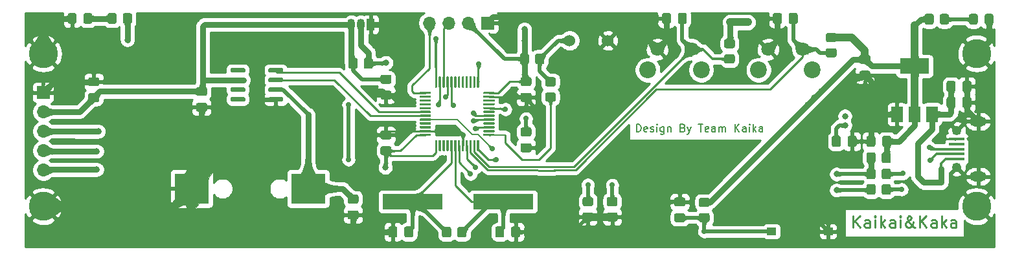
<source format=gtl>
%TF.GenerationSoftware,KiCad,Pcbnew,(5.1.9)-1*%
%TF.CreationDate,2020-12-28T18:37:18+08:00*%
%TF.ProjectId,kaika_clock_main,6b61696b-615f-4636-9c6f-636b5f6d6169,rev?*%
%TF.SameCoordinates,Original*%
%TF.FileFunction,Copper,L1,Top*%
%TF.FilePolarity,Positive*%
%FSLAX46Y46*%
G04 Gerber Fmt 4.6, Leading zero omitted, Abs format (unit mm)*
G04 Created by KiCad (PCBNEW (5.1.9)-1) date 2020-12-28 18:37:18*
%MOMM*%
%LPD*%
G01*
G04 APERTURE LIST*
%TA.AperFunction,NonConductor*%
%ADD10C,0.250000*%
%TD*%
%TA.AperFunction,NonConductor*%
%ADD11C,0.200000*%
%TD*%
%TA.AperFunction,ComponentPad*%
%ADD12C,1.799996*%
%TD*%
%TA.AperFunction,ComponentPad*%
%ADD13C,2.199996*%
%TD*%
%TA.AperFunction,ComponentPad*%
%ADD14R,1.050000X1.500000*%
%TD*%
%TA.AperFunction,ComponentPad*%
%ADD15O,1.050000X1.500000*%
%TD*%
%TA.AperFunction,ComponentPad*%
%ADD16C,1.250010*%
%TD*%
%TA.AperFunction,ComponentPad*%
%ADD17O,2.199996X1.299997*%
%TD*%
%TA.AperFunction,SMDPad,CuDef*%
%ADD18R,1.999996X0.450012*%
%TD*%
%TA.AperFunction,ComponentPad*%
%ADD19C,1.524000*%
%TD*%
%TA.AperFunction,ComponentPad*%
%ADD20C,3.800000*%
%TD*%
%TA.AperFunction,SMDPad,CuDef*%
%ADD21R,1.199998X0.999998*%
%TD*%
%TA.AperFunction,SMDPad,CuDef*%
%ADD22R,4.499991X3.999992*%
%TD*%
%TA.AperFunction,SMDPad,CuDef*%
%ADD23R,1.500000X2.000000*%
%TD*%
%TA.AperFunction,SMDPad,CuDef*%
%ADD24R,3.800000X2.000000*%
%TD*%
%TA.AperFunction,SMDPad,CuDef*%
%ADD25R,7.875000X2.000000*%
%TD*%
%TA.AperFunction,ComponentPad*%
%ADD26O,1.700000X1.700000*%
%TD*%
%TA.AperFunction,ComponentPad*%
%ADD27R,1.700000X1.700000*%
%TD*%
%TA.AperFunction,ViaPad*%
%ADD28C,0.800000*%
%TD*%
%TA.AperFunction,ViaPad*%
%ADD29C,0.700000*%
%TD*%
%TA.AperFunction,Conductor*%
%ADD30C,0.500000*%
%TD*%
%TA.AperFunction,Conductor*%
%ADD31C,0.800000*%
%TD*%
%TA.AperFunction,Conductor*%
%ADD32C,0.250000*%
%TD*%
%TA.AperFunction,Conductor*%
%ADD33C,1.000000*%
%TD*%
%TA.AperFunction,Conductor*%
%ADD34C,0.600000*%
%TD*%
%TA.AperFunction,Conductor*%
%ADD35C,0.350000*%
%TD*%
%TA.AperFunction,Conductor*%
%ADD36C,0.200000*%
%TD*%
%TA.AperFunction,Conductor*%
%ADD37C,0.025400*%
%TD*%
%TA.AperFunction,Conductor*%
%ADD38C,0.100000*%
%TD*%
%TA.AperFunction,Conductor*%
%ADD39C,0.254000*%
%TD*%
G04 APERTURE END LIST*
D10*
X208885714Y-128778571D02*
X208885714Y-127278571D01*
X209742857Y-128778571D02*
X209100000Y-127921428D01*
X209742857Y-127278571D02*
X208885714Y-128135714D01*
X211028571Y-128778571D02*
X211028571Y-127992857D01*
X210957142Y-127850000D01*
X210814285Y-127778571D01*
X210528571Y-127778571D01*
X210385714Y-127850000D01*
X211028571Y-128707142D02*
X210885714Y-128778571D01*
X210528571Y-128778571D01*
X210385714Y-128707142D01*
X210314285Y-128564285D01*
X210314285Y-128421428D01*
X210385714Y-128278571D01*
X210528571Y-128207142D01*
X210885714Y-128207142D01*
X211028571Y-128135714D01*
X211742857Y-128778571D02*
X211742857Y-127778571D01*
X211742857Y-127278571D02*
X211671428Y-127350000D01*
X211742857Y-127421428D01*
X211814285Y-127350000D01*
X211742857Y-127278571D01*
X211742857Y-127421428D01*
X212457142Y-128778571D02*
X212457142Y-127278571D01*
X212600000Y-128207142D02*
X213028571Y-128778571D01*
X213028571Y-127778571D02*
X212457142Y-128350000D01*
X214314285Y-128778571D02*
X214314285Y-127992857D01*
X214242857Y-127850000D01*
X214100000Y-127778571D01*
X213814285Y-127778571D01*
X213671428Y-127850000D01*
X214314285Y-128707142D02*
X214171428Y-128778571D01*
X213814285Y-128778571D01*
X213671428Y-128707142D01*
X213600000Y-128564285D01*
X213600000Y-128421428D01*
X213671428Y-128278571D01*
X213814285Y-128207142D01*
X214171428Y-128207142D01*
X214314285Y-128135714D01*
X215028571Y-128778571D02*
X215028571Y-127778571D01*
X215028571Y-127278571D02*
X214957142Y-127350000D01*
X215028571Y-127421428D01*
X215100000Y-127350000D01*
X215028571Y-127278571D01*
X215028571Y-127421428D01*
X216957142Y-128778571D02*
X216885714Y-128778571D01*
X216742857Y-128707142D01*
X216528571Y-128492857D01*
X216171428Y-128064285D01*
X216028571Y-127850000D01*
X215957142Y-127635714D01*
X215957142Y-127492857D01*
X216028571Y-127350000D01*
X216171428Y-127278571D01*
X216242857Y-127278571D01*
X216385714Y-127350000D01*
X216457142Y-127492857D01*
X216457142Y-127564285D01*
X216385714Y-127707142D01*
X216314285Y-127778571D01*
X215885714Y-128064285D01*
X215814285Y-128135714D01*
X215742857Y-128278571D01*
X215742857Y-128492857D01*
X215814285Y-128635714D01*
X215885714Y-128707142D01*
X216028571Y-128778571D01*
X216242857Y-128778571D01*
X216385714Y-128707142D01*
X216457142Y-128635714D01*
X216671428Y-128350000D01*
X216742857Y-128135714D01*
X216742857Y-127992857D01*
X217600000Y-128778571D02*
X217600000Y-127278571D01*
X218457142Y-128778571D02*
X217814285Y-127921428D01*
X218457142Y-127278571D02*
X217600000Y-128135714D01*
X219742857Y-128778571D02*
X219742857Y-127992857D01*
X219671428Y-127850000D01*
X219528571Y-127778571D01*
X219242857Y-127778571D01*
X219100000Y-127850000D01*
X219742857Y-128707142D02*
X219600000Y-128778571D01*
X219242857Y-128778571D01*
X219100000Y-128707142D01*
X219028571Y-128564285D01*
X219028571Y-128421428D01*
X219100000Y-128278571D01*
X219242857Y-128207142D01*
X219600000Y-128207142D01*
X219742857Y-128135714D01*
X220457142Y-128778571D02*
X220457142Y-127278571D01*
X220600000Y-128207142D02*
X221028571Y-128778571D01*
X221028571Y-127778571D02*
X220457142Y-128350000D01*
X222314285Y-128778571D02*
X222314285Y-127992857D01*
X222242857Y-127850000D01*
X222100000Y-127778571D01*
X221814285Y-127778571D01*
X221671428Y-127850000D01*
X222314285Y-128707142D02*
X222171428Y-128778571D01*
X221814285Y-128778571D01*
X221671428Y-128707142D01*
X221600000Y-128564285D01*
X221600000Y-128421428D01*
X221671428Y-128278571D01*
X221814285Y-128207142D01*
X222171428Y-128207142D01*
X222314285Y-128135714D01*
D11*
X180561904Y-116252380D02*
X180561904Y-115252380D01*
X180800000Y-115252380D01*
X180942857Y-115300000D01*
X181038095Y-115395238D01*
X181085714Y-115490476D01*
X181133333Y-115680952D01*
X181133333Y-115823809D01*
X181085714Y-116014285D01*
X181038095Y-116109523D01*
X180942857Y-116204761D01*
X180800000Y-116252380D01*
X180561904Y-116252380D01*
X181942857Y-116204761D02*
X181847619Y-116252380D01*
X181657142Y-116252380D01*
X181561904Y-116204761D01*
X181514285Y-116109523D01*
X181514285Y-115728571D01*
X181561904Y-115633333D01*
X181657142Y-115585714D01*
X181847619Y-115585714D01*
X181942857Y-115633333D01*
X181990476Y-115728571D01*
X181990476Y-115823809D01*
X181514285Y-115919047D01*
X182371428Y-116204761D02*
X182466666Y-116252380D01*
X182657142Y-116252380D01*
X182752380Y-116204761D01*
X182800000Y-116109523D01*
X182800000Y-116061904D01*
X182752380Y-115966666D01*
X182657142Y-115919047D01*
X182514285Y-115919047D01*
X182419047Y-115871428D01*
X182371428Y-115776190D01*
X182371428Y-115728571D01*
X182419047Y-115633333D01*
X182514285Y-115585714D01*
X182657142Y-115585714D01*
X182752380Y-115633333D01*
X183228571Y-116252380D02*
X183228571Y-115585714D01*
X183228571Y-115252380D02*
X183180952Y-115300000D01*
X183228571Y-115347619D01*
X183276190Y-115300000D01*
X183228571Y-115252380D01*
X183228571Y-115347619D01*
X184133333Y-115585714D02*
X184133333Y-116395238D01*
X184085714Y-116490476D01*
X184038095Y-116538095D01*
X183942857Y-116585714D01*
X183800000Y-116585714D01*
X183704761Y-116538095D01*
X184133333Y-116204761D02*
X184038095Y-116252380D01*
X183847619Y-116252380D01*
X183752380Y-116204761D01*
X183704761Y-116157142D01*
X183657142Y-116061904D01*
X183657142Y-115776190D01*
X183704761Y-115680952D01*
X183752380Y-115633333D01*
X183847619Y-115585714D01*
X184038095Y-115585714D01*
X184133333Y-115633333D01*
X184609523Y-115585714D02*
X184609523Y-116252380D01*
X184609523Y-115680952D02*
X184657142Y-115633333D01*
X184752380Y-115585714D01*
X184895238Y-115585714D01*
X184990476Y-115633333D01*
X185038095Y-115728571D01*
X185038095Y-116252380D01*
X186609523Y-115728571D02*
X186752380Y-115776190D01*
X186800000Y-115823809D01*
X186847619Y-115919047D01*
X186847619Y-116061904D01*
X186800000Y-116157142D01*
X186752380Y-116204761D01*
X186657142Y-116252380D01*
X186276190Y-116252380D01*
X186276190Y-115252380D01*
X186609523Y-115252380D01*
X186704761Y-115300000D01*
X186752380Y-115347619D01*
X186800000Y-115442857D01*
X186800000Y-115538095D01*
X186752380Y-115633333D01*
X186704761Y-115680952D01*
X186609523Y-115728571D01*
X186276190Y-115728571D01*
X187180952Y-115585714D02*
X187419047Y-116252380D01*
X187657142Y-115585714D02*
X187419047Y-116252380D01*
X187323809Y-116490476D01*
X187276190Y-116538095D01*
X187180952Y-116585714D01*
X188657142Y-115252380D02*
X189228571Y-115252380D01*
X188942857Y-116252380D02*
X188942857Y-115252380D01*
X189942857Y-116204761D02*
X189847619Y-116252380D01*
X189657142Y-116252380D01*
X189561904Y-116204761D01*
X189514285Y-116109523D01*
X189514285Y-115728571D01*
X189561904Y-115633333D01*
X189657142Y-115585714D01*
X189847619Y-115585714D01*
X189942857Y-115633333D01*
X189990476Y-115728571D01*
X189990476Y-115823809D01*
X189514285Y-115919047D01*
X190847619Y-116252380D02*
X190847619Y-115728571D01*
X190800000Y-115633333D01*
X190704761Y-115585714D01*
X190514285Y-115585714D01*
X190419047Y-115633333D01*
X190847619Y-116204761D02*
X190752380Y-116252380D01*
X190514285Y-116252380D01*
X190419047Y-116204761D01*
X190371428Y-116109523D01*
X190371428Y-116014285D01*
X190419047Y-115919047D01*
X190514285Y-115871428D01*
X190752380Y-115871428D01*
X190847619Y-115823809D01*
X191323809Y-116252380D02*
X191323809Y-115585714D01*
X191323809Y-115680952D02*
X191371428Y-115633333D01*
X191466666Y-115585714D01*
X191609523Y-115585714D01*
X191704761Y-115633333D01*
X191752380Y-115728571D01*
X191752380Y-116252380D01*
X191752380Y-115728571D02*
X191800000Y-115633333D01*
X191895238Y-115585714D01*
X192038095Y-115585714D01*
X192133333Y-115633333D01*
X192180952Y-115728571D01*
X192180952Y-116252380D01*
X193419047Y-116252380D02*
X193419047Y-115252380D01*
X193990476Y-116252380D02*
X193561904Y-115680952D01*
X193990476Y-115252380D02*
X193419047Y-115823809D01*
X194847619Y-116252380D02*
X194847619Y-115728571D01*
X194800000Y-115633333D01*
X194704761Y-115585714D01*
X194514285Y-115585714D01*
X194419047Y-115633333D01*
X194847619Y-116204761D02*
X194752380Y-116252380D01*
X194514285Y-116252380D01*
X194419047Y-116204761D01*
X194371428Y-116109523D01*
X194371428Y-116014285D01*
X194419047Y-115919047D01*
X194514285Y-115871428D01*
X194752380Y-115871428D01*
X194847619Y-115823809D01*
X195323809Y-116252380D02*
X195323809Y-115585714D01*
X195323809Y-115252380D02*
X195276190Y-115300000D01*
X195323809Y-115347619D01*
X195371428Y-115300000D01*
X195323809Y-115252380D01*
X195323809Y-115347619D01*
X195800000Y-116252380D02*
X195800000Y-115252380D01*
X195895238Y-115871428D02*
X196180952Y-116252380D01*
X196180952Y-115585714D02*
X195800000Y-115966666D01*
X197038095Y-116252380D02*
X197038095Y-115728571D01*
X196990476Y-115633333D01*
X196895238Y-115585714D01*
X196704761Y-115585714D01*
X196609523Y-115633333D01*
X197038095Y-116204761D02*
X196942857Y-116252380D01*
X196704761Y-116252380D01*
X196609523Y-116204761D01*
X196561904Y-116109523D01*
X196561904Y-116014285D01*
X196609523Y-115919047D01*
X196704761Y-115871428D01*
X196942857Y-115871428D01*
X197038095Y-115823809D01*
%TO.P,R13,2*%
%TO.N,USB_D-*%
%TA.AperFunction,SMDPad,CuDef*%
G36*
G01*
X211800000Y-123349999D02*
X211800000Y-124250001D01*
G75*
G02*
X211550001Y-124500000I-249999J0D01*
G01*
X210849999Y-124500000D01*
G75*
G02*
X210600000Y-124250001I0J249999D01*
G01*
X210600000Y-123349999D01*
G75*
G02*
X210849999Y-123100000I249999J0D01*
G01*
X211550001Y-123100000D01*
G75*
G02*
X211800000Y-123349999I0J-249999D01*
G01*
G37*
%TD.AperFunction*%
%TO.P,R13,1*%
%TO.N,Net-(P1-Pad2)*%
%TA.AperFunction,SMDPad,CuDef*%
G36*
G01*
X213800000Y-123349999D02*
X213800000Y-124250001D01*
G75*
G02*
X213550001Y-124500000I-249999J0D01*
G01*
X212849999Y-124500000D01*
G75*
G02*
X212600000Y-124250001I0J249999D01*
G01*
X212600000Y-123349999D01*
G75*
G02*
X212849999Y-123100000I249999J0D01*
G01*
X213550001Y-123100000D01*
G75*
G02*
X213800000Y-123349999I0J-249999D01*
G01*
G37*
%TD.AperFunction*%
%TD*%
D12*
%TO.P,SW1,1*%
%TO.N,KEY1*%
X202250084Y-105450092D03*
%TO.P,SW1,2*%
%TO.N,GND*%
X197749966Y-105450092D03*
D13*
%TO.P,SW1,3*%
%TO.N,N/C*%
X203500018Y-108150112D03*
%TO.P,SW1,4*%
X196500032Y-108150112D03*
%TD*%
%TO.P,C17,2*%
%TO.N,Net-(C17-Pad2)*%
%TA.AperFunction,SMDPad,CuDef*%
G36*
G01*
X143975000Y-125650000D02*
X143025000Y-125650000D01*
G75*
G02*
X142775000Y-125400000I0J250000D01*
G01*
X142775000Y-124725000D01*
G75*
G02*
X143025000Y-124475000I250000J0D01*
G01*
X143975000Y-124475000D01*
G75*
G02*
X144225000Y-124725000I0J-250000D01*
G01*
X144225000Y-125400000D01*
G75*
G02*
X143975000Y-125650000I-250000J0D01*
G01*
G37*
%TD.AperFunction*%
%TO.P,C17,1*%
%TO.N,GND*%
%TA.AperFunction,SMDPad,CuDef*%
G36*
G01*
X143975000Y-127725000D02*
X143025000Y-127725000D01*
G75*
G02*
X142775000Y-127475000I0J250000D01*
G01*
X142775000Y-126800000D01*
G75*
G02*
X143025000Y-126550000I250000J0D01*
G01*
X143975000Y-126550000D01*
G75*
G02*
X144225000Y-126800000I0J-250000D01*
G01*
X144225000Y-127475000D01*
G75*
G02*
X143975000Y-127725000I-250000J0D01*
G01*
G37*
%TD.AperFunction*%
%TD*%
%TO.P,C16,2*%
%TO.N,GND*%
%TA.AperFunction,SMDPad,CuDef*%
G36*
G01*
X123225000Y-112450000D02*
X124175000Y-112450000D01*
G75*
G02*
X124425000Y-112700000I0J-250000D01*
G01*
X124425000Y-113375000D01*
G75*
G02*
X124175000Y-113625000I-250000J0D01*
G01*
X123225000Y-113625000D01*
G75*
G02*
X122975000Y-113375000I0J250000D01*
G01*
X122975000Y-112700000D01*
G75*
G02*
X123225000Y-112450000I250000J0D01*
G01*
G37*
%TD.AperFunction*%
%TO.P,C16,1*%
%TO.N,+3V3*%
%TA.AperFunction,SMDPad,CuDef*%
G36*
G01*
X123225000Y-110375000D02*
X124175000Y-110375000D01*
G75*
G02*
X124425000Y-110625000I0J-250000D01*
G01*
X124425000Y-111300000D01*
G75*
G02*
X124175000Y-111550000I-250000J0D01*
G01*
X123225000Y-111550000D01*
G75*
G02*
X122975000Y-111300000I0J250000D01*
G01*
X122975000Y-110625000D01*
G75*
G02*
X123225000Y-110375000I250000J0D01*
G01*
G37*
%TD.AperFunction*%
%TD*%
D14*
%TO.P,U6,1*%
%TO.N,GND*%
X145800000Y-102200000D03*
D15*
%TO.P,U6,3*%
%TO.N,+3V3*%
X143260000Y-102200000D03*
%TO.P,U6,2*%
%TO.N,DS18B20*%
X144530000Y-102200000D03*
%TD*%
D16*
%TO.P,P1,0*%
%TO.N,GND*%
X222407318Y-116069220D03*
X222407318Y-120910460D03*
D17*
X225207414Y-122099942D03*
X225207414Y-114900058D03*
D18*
%TO.P,P1,1*%
%TO.N,VCC*%
X222392586Y-119810386D03*
%TO.P,P1,2*%
%TO.N,Net-(P1-Pad2)*%
X222392586Y-119160400D03*
%TO.P,P1,3*%
%TO.N,Net-(P1-Pad3)*%
X222392586Y-118510414D03*
%TO.P,P1,4*%
%TO.N,N/C*%
X222392586Y-117860428D03*
%TO.P,P1,5*%
%TO.N,GND*%
X222392586Y-117210442D03*
%TD*%
%TO.P,C1,2*%
%TO.N,GND*%
%TA.AperFunction,SMDPad,CuDef*%
G36*
G01*
X223150000Y-110775000D02*
X223150000Y-109825000D01*
G75*
G02*
X223400000Y-109575000I250000J0D01*
G01*
X224075000Y-109575000D01*
G75*
G02*
X224325000Y-109825000I0J-250000D01*
G01*
X224325000Y-110775000D01*
G75*
G02*
X224075000Y-111025000I-250000J0D01*
G01*
X223400000Y-111025000D01*
G75*
G02*
X223150000Y-110775000I0J250000D01*
G01*
G37*
%TD.AperFunction*%
%TO.P,C1,1*%
%TO.N,VCC*%
%TA.AperFunction,SMDPad,CuDef*%
G36*
G01*
X221075000Y-110775000D02*
X221075000Y-109825000D01*
G75*
G02*
X221325000Y-109575000I250000J0D01*
G01*
X222000000Y-109575000D01*
G75*
G02*
X222250000Y-109825000I0J-250000D01*
G01*
X222250000Y-110775000D01*
G75*
G02*
X222000000Y-111025000I-250000J0D01*
G01*
X221325000Y-111025000D01*
G75*
G02*
X221075000Y-110775000I0J250000D01*
G01*
G37*
%TD.AperFunction*%
%TD*%
%TO.P,D2,2*%
%TO.N,Net-(D2-Pad2)*%
%TA.AperFunction,SMDPad,CuDef*%
G36*
G01*
X108250000Y-101850001D02*
X108250000Y-100949999D01*
G75*
G02*
X108499999Y-100700000I249999J0D01*
G01*
X109150001Y-100700000D01*
G75*
G02*
X109400000Y-100949999I0J-249999D01*
G01*
X109400000Y-101850001D01*
G75*
G02*
X109150001Y-102100000I-249999J0D01*
G01*
X108499999Y-102100000D01*
G75*
G02*
X108250000Y-101850001I0J249999D01*
G01*
G37*
%TD.AperFunction*%
%TO.P,D2,1*%
%TO.N,GND*%
%TA.AperFunction,SMDPad,CuDef*%
G36*
G01*
X106200000Y-101850001D02*
X106200000Y-100949999D01*
G75*
G02*
X106449999Y-100700000I249999J0D01*
G01*
X107100001Y-100700000D01*
G75*
G02*
X107350000Y-100949999I0J-249999D01*
G01*
X107350000Y-101850001D01*
G75*
G02*
X107100001Y-102100000I-249999J0D01*
G01*
X106449999Y-102100000D01*
G75*
G02*
X106200000Y-101850001I0J249999D01*
G01*
G37*
%TD.AperFunction*%
%TD*%
%TO.P,R15,2*%
%TO.N,RUN_LED*%
%TA.AperFunction,SMDPad,CuDef*%
G36*
G01*
X113400000Y-101850001D02*
X113400000Y-100949999D01*
G75*
G02*
X113649999Y-100700000I249999J0D01*
G01*
X114350001Y-100700000D01*
G75*
G02*
X114600000Y-100949999I0J-249999D01*
G01*
X114600000Y-101850001D01*
G75*
G02*
X114350001Y-102100000I-249999J0D01*
G01*
X113649999Y-102100000D01*
G75*
G02*
X113400000Y-101850001I0J249999D01*
G01*
G37*
%TD.AperFunction*%
%TO.P,R15,1*%
%TO.N,Net-(D2-Pad2)*%
%TA.AperFunction,SMDPad,CuDef*%
G36*
G01*
X111400000Y-101850001D02*
X111400000Y-100949999D01*
G75*
G02*
X111649999Y-100700000I249999J0D01*
G01*
X112350001Y-100700000D01*
G75*
G02*
X112600000Y-100949999I0J-249999D01*
G01*
X112600000Y-101850001D01*
G75*
G02*
X112350001Y-102100000I-249999J0D01*
G01*
X111649999Y-102100000D01*
G75*
G02*
X111400000Y-101850001I0J249999D01*
G01*
G37*
%TD.AperFunction*%
%TD*%
%TO.P,R14,2*%
%TO.N,USB_D+*%
%TA.AperFunction,SMDPad,CuDef*%
G36*
G01*
X211800000Y-121325683D02*
X211800000Y-122225685D01*
G75*
G02*
X211550001Y-122475684I-249999J0D01*
G01*
X210849999Y-122475684D01*
G75*
G02*
X210600000Y-122225685I0J249999D01*
G01*
X210600000Y-121325683D01*
G75*
G02*
X210849999Y-121075684I249999J0D01*
G01*
X211550001Y-121075684D01*
G75*
G02*
X211800000Y-121325683I0J-249999D01*
G01*
G37*
%TD.AperFunction*%
%TO.P,R14,1*%
%TO.N,Net-(P1-Pad3)*%
%TA.AperFunction,SMDPad,CuDef*%
G36*
G01*
X213800000Y-121325683D02*
X213800000Y-122225685D01*
G75*
G02*
X213550001Y-122475684I-249999J0D01*
G01*
X212849999Y-122475684D01*
G75*
G02*
X212600000Y-122225685I0J249999D01*
G01*
X212600000Y-121325683D01*
G75*
G02*
X212849999Y-121075684I249999J0D01*
G01*
X213550001Y-121075684D01*
G75*
G02*
X213800000Y-121325683I0J-249999D01*
G01*
G37*
%TD.AperFunction*%
%TD*%
%TO.P,R12,2*%
%TO.N,USB_D+*%
%TA.AperFunction,SMDPad,CuDef*%
G36*
G01*
X211800000Y-119201369D02*
X211800000Y-120101371D01*
G75*
G02*
X211550001Y-120351370I-249999J0D01*
G01*
X210849999Y-120351370D01*
G75*
G02*
X210600000Y-120101371I0J249999D01*
G01*
X210600000Y-119201369D01*
G75*
G02*
X210849999Y-118951370I249999J0D01*
G01*
X211550001Y-118951370D01*
G75*
G02*
X211800000Y-119201369I0J-249999D01*
G01*
G37*
%TD.AperFunction*%
%TO.P,R12,1*%
%TO.N,+3V3*%
%TA.AperFunction,SMDPad,CuDef*%
G36*
G01*
X213800000Y-119201369D02*
X213800000Y-120101371D01*
G75*
G02*
X213550001Y-120351370I-249999J0D01*
G01*
X212849999Y-120351370D01*
G75*
G02*
X212600000Y-120101371I0J249999D01*
G01*
X212600000Y-119201369D01*
G75*
G02*
X212849999Y-118951370I249999J0D01*
G01*
X213550001Y-118951370D01*
G75*
G02*
X213800000Y-119201369I0J-249999D01*
G01*
G37*
%TD.AperFunction*%
%TD*%
D19*
%TO.P,R6,1*%
%TO.N,GND*%
X176800122Y-104300000D03*
%TO.P,R6,2*%
%TO.N,Net-(R6-Pad2)*%
X171800132Y-104300000D03*
%TD*%
%TO.P,R10,2*%
%TO.N,KEY1*%
%TA.AperFunction,SMDPad,CuDef*%
G36*
G01*
X205549999Y-105300000D02*
X206450001Y-105300000D01*
G75*
G02*
X206700000Y-105549999I0J-249999D01*
G01*
X206700000Y-106250001D01*
G75*
G02*
X206450001Y-106500000I-249999J0D01*
G01*
X205549999Y-106500000D01*
G75*
G02*
X205300000Y-106250001I0J249999D01*
G01*
X205300000Y-105549999D01*
G75*
G02*
X205549999Y-105300000I249999J0D01*
G01*
G37*
%TD.AperFunction*%
%TO.P,R10,1*%
%TO.N,+3V3*%
%TA.AperFunction,SMDPad,CuDef*%
G36*
G01*
X205549999Y-103300000D02*
X206450001Y-103300000D01*
G75*
G02*
X206700000Y-103549999I0J-249999D01*
G01*
X206700000Y-104250001D01*
G75*
G02*
X206450001Y-104500000I-249999J0D01*
G01*
X205549999Y-104500000D01*
G75*
G02*
X205300000Y-104250001I0J249999D01*
G01*
X205300000Y-103549999D01*
G75*
G02*
X205549999Y-103300000I249999J0D01*
G01*
G37*
%TD.AperFunction*%
%TD*%
%TO.P,R11,2*%
%TO.N,KEY2*%
%TA.AperFunction,SMDPad,CuDef*%
G36*
G01*
X192249999Y-106100000D02*
X193150001Y-106100000D01*
G75*
G02*
X193400000Y-106349999I0J-249999D01*
G01*
X193400000Y-107050001D01*
G75*
G02*
X193150001Y-107300000I-249999J0D01*
G01*
X192249999Y-107300000D01*
G75*
G02*
X192000000Y-107050001I0J249999D01*
G01*
X192000000Y-106349999D01*
G75*
G02*
X192249999Y-106100000I249999J0D01*
G01*
G37*
%TD.AperFunction*%
%TO.P,R11,1*%
%TO.N,+3V3*%
%TA.AperFunction,SMDPad,CuDef*%
G36*
G01*
X192249999Y-104100000D02*
X193150001Y-104100000D01*
G75*
G02*
X193400000Y-104349999I0J-249999D01*
G01*
X193400000Y-105050001D01*
G75*
G02*
X193150001Y-105300000I-249999J0D01*
G01*
X192249999Y-105300000D01*
G75*
G02*
X192000000Y-105050001I0J249999D01*
G01*
X192000000Y-104349999D01*
G75*
G02*
X192249999Y-104100000I249999J0D01*
G01*
G37*
%TD.AperFunction*%
%TD*%
%TO.P,C15,2*%
%TO.N,KEY2*%
%TA.AperFunction,SMDPad,CuDef*%
G36*
G01*
X185950000Y-101875000D02*
X185950000Y-100925000D01*
G75*
G02*
X186200000Y-100675000I250000J0D01*
G01*
X186875000Y-100675000D01*
G75*
G02*
X187125000Y-100925000I0J-250000D01*
G01*
X187125000Y-101875000D01*
G75*
G02*
X186875000Y-102125000I-250000J0D01*
G01*
X186200000Y-102125000D01*
G75*
G02*
X185950000Y-101875000I0J250000D01*
G01*
G37*
%TD.AperFunction*%
%TO.P,C15,1*%
%TO.N,GND*%
%TA.AperFunction,SMDPad,CuDef*%
G36*
G01*
X183875000Y-101875000D02*
X183875000Y-100925000D01*
G75*
G02*
X184125000Y-100675000I250000J0D01*
G01*
X184800000Y-100675000D01*
G75*
G02*
X185050000Y-100925000I0J-250000D01*
G01*
X185050000Y-101875000D01*
G75*
G02*
X184800000Y-102125000I-250000J0D01*
G01*
X184125000Y-102125000D01*
G75*
G02*
X183875000Y-101875000I0J250000D01*
G01*
G37*
%TD.AperFunction*%
%TD*%
%TO.P,C14,2*%
%TO.N,KEY1*%
%TA.AperFunction,SMDPad,CuDef*%
G36*
G01*
X200450000Y-101875000D02*
X200450000Y-100925000D01*
G75*
G02*
X200700000Y-100675000I250000J0D01*
G01*
X201375000Y-100675000D01*
G75*
G02*
X201625000Y-100925000I0J-250000D01*
G01*
X201625000Y-101875000D01*
G75*
G02*
X201375000Y-102125000I-250000J0D01*
G01*
X200700000Y-102125000D01*
G75*
G02*
X200450000Y-101875000I0J250000D01*
G01*
G37*
%TD.AperFunction*%
%TO.P,C14,1*%
%TO.N,GND*%
%TA.AperFunction,SMDPad,CuDef*%
G36*
G01*
X198375000Y-101875000D02*
X198375000Y-100925000D01*
G75*
G02*
X198625000Y-100675000I250000J0D01*
G01*
X199300000Y-100675000D01*
G75*
G02*
X199550000Y-100925000I0J-250000D01*
G01*
X199550000Y-101875000D01*
G75*
G02*
X199300000Y-102125000I-250000J0D01*
G01*
X198625000Y-102125000D01*
G75*
G02*
X198375000Y-101875000I0J250000D01*
G01*
G37*
%TD.AperFunction*%
%TD*%
%TO.P,R9,2*%
%TO.N,+3V3*%
%TA.AperFunction,SMDPad,CuDef*%
G36*
G01*
X166500000Y-106249999D02*
X166500000Y-107150001D01*
G75*
G02*
X166250001Y-107400000I-249999J0D01*
G01*
X165549999Y-107400000D01*
G75*
G02*
X165300000Y-107150001I0J249999D01*
G01*
X165300000Y-106249999D01*
G75*
G02*
X165549999Y-106000000I249999J0D01*
G01*
X166250001Y-106000000D01*
G75*
G02*
X166500000Y-106249999I0J-249999D01*
G01*
G37*
%TD.AperFunction*%
%TO.P,R9,1*%
%TO.N,Net-(R6-Pad2)*%
%TA.AperFunction,SMDPad,CuDef*%
G36*
G01*
X168500000Y-106249999D02*
X168500000Y-107150001D01*
G75*
G02*
X168250001Y-107400000I-249999J0D01*
G01*
X167549999Y-107400000D01*
G75*
G02*
X167300000Y-107150001I0J249999D01*
G01*
X167300000Y-106249999D01*
G75*
G02*
X167549999Y-106000000I249999J0D01*
G01*
X168250001Y-106000000D01*
G75*
G02*
X168500000Y-106249999I0J-249999D01*
G01*
G37*
%TD.AperFunction*%
%TD*%
%TO.P,R8,2*%
%TO.N,+3V3*%
%TA.AperFunction,SMDPad,CuDef*%
G36*
G01*
X144100000Y-106849999D02*
X144100000Y-107750001D01*
G75*
G02*
X143850001Y-108000000I-249999J0D01*
G01*
X143149999Y-108000000D01*
G75*
G02*
X142900000Y-107750001I0J249999D01*
G01*
X142900000Y-106849999D01*
G75*
G02*
X143149999Y-106600000I249999J0D01*
G01*
X143850001Y-106600000D01*
G75*
G02*
X144100000Y-106849999I0J-249999D01*
G01*
G37*
%TD.AperFunction*%
%TO.P,R8,1*%
%TO.N,DS18B20*%
%TA.AperFunction,SMDPad,CuDef*%
G36*
G01*
X146100000Y-106849999D02*
X146100000Y-107750001D01*
G75*
G02*
X145850001Y-108000000I-249999J0D01*
G01*
X145149999Y-108000000D01*
G75*
G02*
X144900000Y-107750001I0J249999D01*
G01*
X144900000Y-106849999D01*
G75*
G02*
X145149999Y-106600000I249999J0D01*
G01*
X145850001Y-106600000D01*
G75*
G02*
X146100000Y-106849999I0J-249999D01*
G01*
G37*
%TD.AperFunction*%
%TD*%
%TO.P,R7,2*%
%TO.N,LIGHT_SENSOR*%
%TA.AperFunction,SMDPad,CuDef*%
G36*
G01*
X168849999Y-111100000D02*
X169750001Y-111100000D01*
G75*
G02*
X170000000Y-111349999I0J-249999D01*
G01*
X170000000Y-112050001D01*
G75*
G02*
X169750001Y-112300000I-249999J0D01*
G01*
X168849999Y-112300000D01*
G75*
G02*
X168600000Y-112050001I0J249999D01*
G01*
X168600000Y-111349999D01*
G75*
G02*
X168849999Y-111100000I249999J0D01*
G01*
G37*
%TD.AperFunction*%
%TO.P,R7,1*%
%TO.N,Net-(R6-Pad2)*%
%TA.AperFunction,SMDPad,CuDef*%
G36*
G01*
X168849999Y-109100000D02*
X169750001Y-109100000D01*
G75*
G02*
X170000000Y-109349999I0J-249999D01*
G01*
X170000000Y-110050001D01*
G75*
G02*
X169750001Y-110300000I-249999J0D01*
G01*
X168849999Y-110300000D01*
G75*
G02*
X168600000Y-110050001I0J249999D01*
G01*
X168600000Y-109349999D01*
G75*
G02*
X168849999Y-109100000I249999J0D01*
G01*
G37*
%TD.AperFunction*%
%TD*%
D20*
%TO.P,H4,1*%
%TO.N,GND*%
X103000000Y-126000000D03*
%TD*%
%TO.P,H3,1*%
%TO.N,GND*%
X225000000Y-126000000D03*
%TD*%
%TO.P,H2,1*%
%TO.N,GND*%
X225000000Y-106000000D03*
%TD*%
%TO.P,H1,1*%
%TO.N,GND*%
X103000000Y-106000000D03*
%TD*%
D12*
%TO.P,SW3,1*%
%TO.N,KEY2*%
X187750084Y-105450092D03*
%TO.P,SW3,2*%
%TO.N,GND*%
X183249966Y-105450092D03*
D13*
%TO.P,SW3,3*%
%TO.N,N/C*%
X189000018Y-108150112D03*
%TO.P,SW3,4*%
X182000032Y-108150112D03*
%TD*%
D21*
%TO.P,SW2,2*%
%TO.N,GND*%
X205600018Y-129300000D03*
%TO.P,SW2,1*%
%TO.N,RESET*%
X198199982Y-129300000D03*
%TD*%
D22*
%TO.P,U5,1*%
%TO.N,Net-(C17-Pad2)*%
X137620000Y-123700000D03*
%TO.P,U5,2*%
%TO.N,GND*%
X122380000Y-123700000D03*
%TD*%
%TO.P,C13,2*%
%TO.N,GND*%
%TA.AperFunction,SMDPad,CuDef*%
G36*
G01*
X209925000Y-108250000D02*
X210875000Y-108250000D01*
G75*
G02*
X211125000Y-108500000I0J-250000D01*
G01*
X211125000Y-109175000D01*
G75*
G02*
X210875000Y-109425000I-250000J0D01*
G01*
X209925000Y-109425000D01*
G75*
G02*
X209675000Y-109175000I0J250000D01*
G01*
X209675000Y-108500000D01*
G75*
G02*
X209925000Y-108250000I250000J0D01*
G01*
G37*
%TD.AperFunction*%
%TO.P,C13,1*%
%TO.N,+3V3*%
%TA.AperFunction,SMDPad,CuDef*%
G36*
G01*
X209925000Y-106175000D02*
X210875000Y-106175000D01*
G75*
G02*
X211125000Y-106425000I0J-250000D01*
G01*
X211125000Y-107100000D01*
G75*
G02*
X210875000Y-107350000I-250000J0D01*
G01*
X209925000Y-107350000D01*
G75*
G02*
X209675000Y-107100000I0J250000D01*
G01*
X209675000Y-106425000D01*
G75*
G02*
X209925000Y-106175000I250000J0D01*
G01*
G37*
%TD.AperFunction*%
%TD*%
%TO.P,U2,48*%
%TO.N,+3V3*%
%TA.AperFunction,SMDPad,CuDef*%
G36*
G01*
X153600000Y-116800000D02*
X152275000Y-116800000D01*
G75*
G02*
X152200000Y-116725000I0J75000D01*
G01*
X152200000Y-116575000D01*
G75*
G02*
X152275000Y-116500000I75000J0D01*
G01*
X153600000Y-116500000D01*
G75*
G02*
X153675000Y-116575000I0J-75000D01*
G01*
X153675000Y-116725000D01*
G75*
G02*
X153600000Y-116800000I-75000J0D01*
G01*
G37*
%TD.AperFunction*%
%TO.P,U2,47*%
%TO.N,GND*%
%TA.AperFunction,SMDPad,CuDef*%
G36*
G01*
X153600000Y-116300000D02*
X152275000Y-116300000D01*
G75*
G02*
X152200000Y-116225000I0J75000D01*
G01*
X152200000Y-116075000D01*
G75*
G02*
X152275000Y-116000000I75000J0D01*
G01*
X153600000Y-116000000D01*
G75*
G02*
X153675000Y-116075000I0J-75000D01*
G01*
X153675000Y-116225000D01*
G75*
G02*
X153600000Y-116300000I-75000J0D01*
G01*
G37*
%TD.AperFunction*%
%TO.P,U2,46*%
%TO.N,N/C*%
%TA.AperFunction,SMDPad,CuDef*%
G36*
G01*
X153600000Y-115800000D02*
X152275000Y-115800000D01*
G75*
G02*
X152200000Y-115725000I0J75000D01*
G01*
X152200000Y-115575000D01*
G75*
G02*
X152275000Y-115500000I75000J0D01*
G01*
X153600000Y-115500000D01*
G75*
G02*
X153675000Y-115575000I0J-75000D01*
G01*
X153675000Y-115725000D01*
G75*
G02*
X153600000Y-115800000I-75000J0D01*
G01*
G37*
%TD.AperFunction*%
%TO.P,U2,45*%
%TA.AperFunction,SMDPad,CuDef*%
G36*
G01*
X153600000Y-115300000D02*
X152275000Y-115300000D01*
G75*
G02*
X152200000Y-115225000I0J75000D01*
G01*
X152200000Y-115075000D01*
G75*
G02*
X152275000Y-115000000I75000J0D01*
G01*
X153600000Y-115000000D01*
G75*
G02*
X153675000Y-115075000I0J-75000D01*
G01*
X153675000Y-115225000D01*
G75*
G02*
X153600000Y-115300000I-75000J0D01*
G01*
G37*
%TD.AperFunction*%
%TO.P,U2,44*%
%TO.N,BOOT0*%
%TA.AperFunction,SMDPad,CuDef*%
G36*
G01*
X153600000Y-114800000D02*
X152275000Y-114800000D01*
G75*
G02*
X152200000Y-114725000I0J75000D01*
G01*
X152200000Y-114575000D01*
G75*
G02*
X152275000Y-114500000I75000J0D01*
G01*
X153600000Y-114500000D01*
G75*
G02*
X153675000Y-114575000I0J-75000D01*
G01*
X153675000Y-114725000D01*
G75*
G02*
X153600000Y-114800000I-75000J0D01*
G01*
G37*
%TD.AperFunction*%
%TO.P,U2,43*%
%TO.N,I2C1_SDA*%
%TA.AperFunction,SMDPad,CuDef*%
G36*
G01*
X153600000Y-114300000D02*
X152275000Y-114300000D01*
G75*
G02*
X152200000Y-114225000I0J75000D01*
G01*
X152200000Y-114075000D01*
G75*
G02*
X152275000Y-114000000I75000J0D01*
G01*
X153600000Y-114000000D01*
G75*
G02*
X153675000Y-114075000I0J-75000D01*
G01*
X153675000Y-114225000D01*
G75*
G02*
X153600000Y-114300000I-75000J0D01*
G01*
G37*
%TD.AperFunction*%
%TO.P,U2,42*%
%TO.N,I2C1_SCL*%
%TA.AperFunction,SMDPad,CuDef*%
G36*
G01*
X153600000Y-113800000D02*
X152275000Y-113800000D01*
G75*
G02*
X152200000Y-113725000I0J75000D01*
G01*
X152200000Y-113575000D01*
G75*
G02*
X152275000Y-113500000I75000J0D01*
G01*
X153600000Y-113500000D01*
G75*
G02*
X153675000Y-113575000I0J-75000D01*
G01*
X153675000Y-113725000D01*
G75*
G02*
X153600000Y-113800000I-75000J0D01*
G01*
G37*
%TD.AperFunction*%
%TO.P,U2,41*%
%TO.N,N/C*%
%TA.AperFunction,SMDPad,CuDef*%
G36*
G01*
X153600000Y-113300000D02*
X152275000Y-113300000D01*
G75*
G02*
X152200000Y-113225000I0J75000D01*
G01*
X152200000Y-113075000D01*
G75*
G02*
X152275000Y-113000000I75000J0D01*
G01*
X153600000Y-113000000D01*
G75*
G02*
X153675000Y-113075000I0J-75000D01*
G01*
X153675000Y-113225000D01*
G75*
G02*
X153600000Y-113300000I-75000J0D01*
G01*
G37*
%TD.AperFunction*%
%TO.P,U2,40*%
%TA.AperFunction,SMDPad,CuDef*%
G36*
G01*
X153600000Y-112800000D02*
X152275000Y-112800000D01*
G75*
G02*
X152200000Y-112725000I0J75000D01*
G01*
X152200000Y-112575000D01*
G75*
G02*
X152275000Y-112500000I75000J0D01*
G01*
X153600000Y-112500000D01*
G75*
G02*
X153675000Y-112575000I0J-75000D01*
G01*
X153675000Y-112725000D01*
G75*
G02*
X153600000Y-112800000I-75000J0D01*
G01*
G37*
%TD.AperFunction*%
%TO.P,U2,39*%
%TA.AperFunction,SMDPad,CuDef*%
G36*
G01*
X153600000Y-112300000D02*
X152275000Y-112300000D01*
G75*
G02*
X152200000Y-112225000I0J75000D01*
G01*
X152200000Y-112075000D01*
G75*
G02*
X152275000Y-112000000I75000J0D01*
G01*
X153600000Y-112000000D01*
G75*
G02*
X153675000Y-112075000I0J-75000D01*
G01*
X153675000Y-112225000D01*
G75*
G02*
X153600000Y-112300000I-75000J0D01*
G01*
G37*
%TD.AperFunction*%
%TO.P,U2,38*%
%TA.AperFunction,SMDPad,CuDef*%
G36*
G01*
X153600000Y-111800000D02*
X152275000Y-111800000D01*
G75*
G02*
X152200000Y-111725000I0J75000D01*
G01*
X152200000Y-111575000D01*
G75*
G02*
X152275000Y-111500000I75000J0D01*
G01*
X153600000Y-111500000D01*
G75*
G02*
X153675000Y-111575000I0J-75000D01*
G01*
X153675000Y-111725000D01*
G75*
G02*
X153600000Y-111800000I-75000J0D01*
G01*
G37*
%TD.AperFunction*%
%TO.P,U2,37*%
%TO.N,SWCLK*%
%TA.AperFunction,SMDPad,CuDef*%
G36*
G01*
X153600000Y-111300000D02*
X152275000Y-111300000D01*
G75*
G02*
X152200000Y-111225000I0J75000D01*
G01*
X152200000Y-111075000D01*
G75*
G02*
X152275000Y-111000000I75000J0D01*
G01*
X153600000Y-111000000D01*
G75*
G02*
X153675000Y-111075000I0J-75000D01*
G01*
X153675000Y-111225000D01*
G75*
G02*
X153600000Y-111300000I-75000J0D01*
G01*
G37*
%TD.AperFunction*%
%TO.P,U2,36*%
%TO.N,+3V3*%
%TA.AperFunction,SMDPad,CuDef*%
G36*
G01*
X154425000Y-110475000D02*
X154275000Y-110475000D01*
G75*
G02*
X154200000Y-110400000I0J75000D01*
G01*
X154200000Y-109075000D01*
G75*
G02*
X154275000Y-109000000I75000J0D01*
G01*
X154425000Y-109000000D01*
G75*
G02*
X154500000Y-109075000I0J-75000D01*
G01*
X154500000Y-110400000D01*
G75*
G02*
X154425000Y-110475000I-75000J0D01*
G01*
G37*
%TD.AperFunction*%
%TO.P,U2,35*%
%TO.N,GND*%
%TA.AperFunction,SMDPad,CuDef*%
G36*
G01*
X154925000Y-110475000D02*
X154775000Y-110475000D01*
G75*
G02*
X154700000Y-110400000I0J75000D01*
G01*
X154700000Y-109075000D01*
G75*
G02*
X154775000Y-109000000I75000J0D01*
G01*
X154925000Y-109000000D01*
G75*
G02*
X155000000Y-109075000I0J-75000D01*
G01*
X155000000Y-110400000D01*
G75*
G02*
X154925000Y-110475000I-75000J0D01*
G01*
G37*
%TD.AperFunction*%
%TO.P,U2,34*%
%TO.N,SWDIO*%
%TA.AperFunction,SMDPad,CuDef*%
G36*
G01*
X155425000Y-110475000D02*
X155275000Y-110475000D01*
G75*
G02*
X155200000Y-110400000I0J75000D01*
G01*
X155200000Y-109075000D01*
G75*
G02*
X155275000Y-109000000I75000J0D01*
G01*
X155425000Y-109000000D01*
G75*
G02*
X155500000Y-109075000I0J-75000D01*
G01*
X155500000Y-110400000D01*
G75*
G02*
X155425000Y-110475000I-75000J0D01*
G01*
G37*
%TD.AperFunction*%
%TO.P,U2,33*%
%TO.N,USB_D+*%
%TA.AperFunction,SMDPad,CuDef*%
G36*
G01*
X155925000Y-110475000D02*
X155775000Y-110475000D01*
G75*
G02*
X155700000Y-110400000I0J75000D01*
G01*
X155700000Y-109075000D01*
G75*
G02*
X155775000Y-109000000I75000J0D01*
G01*
X155925000Y-109000000D01*
G75*
G02*
X156000000Y-109075000I0J-75000D01*
G01*
X156000000Y-110400000D01*
G75*
G02*
X155925000Y-110475000I-75000J0D01*
G01*
G37*
%TD.AperFunction*%
%TO.P,U2,32*%
%TO.N,USB_D-*%
%TA.AperFunction,SMDPad,CuDef*%
G36*
G01*
X156425000Y-110475000D02*
X156275000Y-110475000D01*
G75*
G02*
X156200000Y-110400000I0J75000D01*
G01*
X156200000Y-109075000D01*
G75*
G02*
X156275000Y-109000000I75000J0D01*
G01*
X156425000Y-109000000D01*
G75*
G02*
X156500000Y-109075000I0J-75000D01*
G01*
X156500000Y-110400000D01*
G75*
G02*
X156425000Y-110475000I-75000J0D01*
G01*
G37*
%TD.AperFunction*%
%TO.P,U2,31*%
%TO.N,N/C*%
%TA.AperFunction,SMDPad,CuDef*%
G36*
G01*
X156925000Y-110475000D02*
X156775000Y-110475000D01*
G75*
G02*
X156700000Y-110400000I0J75000D01*
G01*
X156700000Y-109075000D01*
G75*
G02*
X156775000Y-109000000I75000J0D01*
G01*
X156925000Y-109000000D01*
G75*
G02*
X157000000Y-109075000I0J-75000D01*
G01*
X157000000Y-110400000D01*
G75*
G02*
X156925000Y-110475000I-75000J0D01*
G01*
G37*
%TD.AperFunction*%
%TO.P,U2,30*%
%TA.AperFunction,SMDPad,CuDef*%
G36*
G01*
X157425000Y-110475000D02*
X157275000Y-110475000D01*
G75*
G02*
X157200000Y-110400000I0J75000D01*
G01*
X157200000Y-109075000D01*
G75*
G02*
X157275000Y-109000000I75000J0D01*
G01*
X157425000Y-109000000D01*
G75*
G02*
X157500000Y-109075000I0J-75000D01*
G01*
X157500000Y-110400000D01*
G75*
G02*
X157425000Y-110475000I-75000J0D01*
G01*
G37*
%TD.AperFunction*%
%TO.P,U2,29*%
%TA.AperFunction,SMDPad,CuDef*%
G36*
G01*
X157925000Y-110475000D02*
X157775000Y-110475000D01*
G75*
G02*
X157700000Y-110400000I0J75000D01*
G01*
X157700000Y-109075000D01*
G75*
G02*
X157775000Y-109000000I75000J0D01*
G01*
X157925000Y-109000000D01*
G75*
G02*
X158000000Y-109075000I0J-75000D01*
G01*
X158000000Y-110400000D01*
G75*
G02*
X157925000Y-110475000I-75000J0D01*
G01*
G37*
%TD.AperFunction*%
%TO.P,U2,28*%
%TA.AperFunction,SMDPad,CuDef*%
G36*
G01*
X158425000Y-110475000D02*
X158275000Y-110475000D01*
G75*
G02*
X158200000Y-110400000I0J75000D01*
G01*
X158200000Y-109075000D01*
G75*
G02*
X158275000Y-109000000I75000J0D01*
G01*
X158425000Y-109000000D01*
G75*
G02*
X158500000Y-109075000I0J-75000D01*
G01*
X158500000Y-110400000D01*
G75*
G02*
X158425000Y-110475000I-75000J0D01*
G01*
G37*
%TD.AperFunction*%
%TO.P,U2,27*%
%TA.AperFunction,SMDPad,CuDef*%
G36*
G01*
X158925000Y-110475000D02*
X158775000Y-110475000D01*
G75*
G02*
X158700000Y-110400000I0J75000D01*
G01*
X158700000Y-109075000D01*
G75*
G02*
X158775000Y-109000000I75000J0D01*
G01*
X158925000Y-109000000D01*
G75*
G02*
X159000000Y-109075000I0J-75000D01*
G01*
X159000000Y-110400000D01*
G75*
G02*
X158925000Y-110475000I-75000J0D01*
G01*
G37*
%TD.AperFunction*%
%TO.P,U2,26*%
%TA.AperFunction,SMDPad,CuDef*%
G36*
G01*
X159425000Y-110475000D02*
X159275000Y-110475000D01*
G75*
G02*
X159200000Y-110400000I0J75000D01*
G01*
X159200000Y-109075000D01*
G75*
G02*
X159275000Y-109000000I75000J0D01*
G01*
X159425000Y-109000000D01*
G75*
G02*
X159500000Y-109075000I0J-75000D01*
G01*
X159500000Y-110400000D01*
G75*
G02*
X159425000Y-110475000I-75000J0D01*
G01*
G37*
%TD.AperFunction*%
%TO.P,U2,25*%
%TO.N,RUN_LED*%
%TA.AperFunction,SMDPad,CuDef*%
G36*
G01*
X159925000Y-110475000D02*
X159775000Y-110475000D01*
G75*
G02*
X159700000Y-110400000I0J75000D01*
G01*
X159700000Y-109075000D01*
G75*
G02*
X159775000Y-109000000I75000J0D01*
G01*
X159925000Y-109000000D01*
G75*
G02*
X160000000Y-109075000I0J-75000D01*
G01*
X160000000Y-110400000D01*
G75*
G02*
X159925000Y-110475000I-75000J0D01*
G01*
G37*
%TD.AperFunction*%
%TO.P,U2,24*%
%TO.N,+3V3*%
%TA.AperFunction,SMDPad,CuDef*%
G36*
G01*
X161925000Y-111300000D02*
X160600000Y-111300000D01*
G75*
G02*
X160525000Y-111225000I0J75000D01*
G01*
X160525000Y-111075000D01*
G75*
G02*
X160600000Y-111000000I75000J0D01*
G01*
X161925000Y-111000000D01*
G75*
G02*
X162000000Y-111075000I0J-75000D01*
G01*
X162000000Y-111225000D01*
G75*
G02*
X161925000Y-111300000I-75000J0D01*
G01*
G37*
%TD.AperFunction*%
%TO.P,U2,23*%
%TO.N,GND*%
%TA.AperFunction,SMDPad,CuDef*%
G36*
G01*
X161925000Y-111800000D02*
X160600000Y-111800000D01*
G75*
G02*
X160525000Y-111725000I0J75000D01*
G01*
X160525000Y-111575000D01*
G75*
G02*
X160600000Y-111500000I75000J0D01*
G01*
X161925000Y-111500000D01*
G75*
G02*
X162000000Y-111575000I0J-75000D01*
G01*
X162000000Y-111725000D01*
G75*
G02*
X161925000Y-111800000I-75000J0D01*
G01*
G37*
%TD.AperFunction*%
%TO.P,U2,22*%
%TO.N,N/C*%
%TA.AperFunction,SMDPad,CuDef*%
G36*
G01*
X161925000Y-112300000D02*
X160600000Y-112300000D01*
G75*
G02*
X160525000Y-112225000I0J75000D01*
G01*
X160525000Y-112075000D01*
G75*
G02*
X160600000Y-112000000I75000J0D01*
G01*
X161925000Y-112000000D01*
G75*
G02*
X162000000Y-112075000I0J-75000D01*
G01*
X162000000Y-112225000D01*
G75*
G02*
X161925000Y-112300000I-75000J0D01*
G01*
G37*
%TD.AperFunction*%
%TO.P,U2,21*%
%TA.AperFunction,SMDPad,CuDef*%
G36*
G01*
X161925000Y-112800000D02*
X160600000Y-112800000D01*
G75*
G02*
X160525000Y-112725000I0J75000D01*
G01*
X160525000Y-112575000D01*
G75*
G02*
X160600000Y-112500000I75000J0D01*
G01*
X161925000Y-112500000D01*
G75*
G02*
X162000000Y-112575000I0J-75000D01*
G01*
X162000000Y-112725000D01*
G75*
G02*
X161925000Y-112800000I-75000J0D01*
G01*
G37*
%TD.AperFunction*%
%TO.P,U2,20*%
%TO.N,BOOT1*%
%TA.AperFunction,SMDPad,CuDef*%
G36*
G01*
X161925000Y-113300000D02*
X160600000Y-113300000D01*
G75*
G02*
X160525000Y-113225000I0J75000D01*
G01*
X160525000Y-113075000D01*
G75*
G02*
X160600000Y-113000000I75000J0D01*
G01*
X161925000Y-113000000D01*
G75*
G02*
X162000000Y-113075000I0J-75000D01*
G01*
X162000000Y-113225000D01*
G75*
G02*
X161925000Y-113300000I-75000J0D01*
G01*
G37*
%TD.AperFunction*%
%TO.P,U2,19*%
%TO.N,N/C*%
%TA.AperFunction,SMDPad,CuDef*%
G36*
G01*
X161925000Y-113800000D02*
X160600000Y-113800000D01*
G75*
G02*
X160525000Y-113725000I0J75000D01*
G01*
X160525000Y-113575000D01*
G75*
G02*
X160600000Y-113500000I75000J0D01*
G01*
X161925000Y-113500000D01*
G75*
G02*
X162000000Y-113575000I0J-75000D01*
G01*
X162000000Y-113725000D01*
G75*
G02*
X161925000Y-113800000I-75000J0D01*
G01*
G37*
%TD.AperFunction*%
%TO.P,U2,18*%
%TO.N,SPI1_CS*%
%TA.AperFunction,SMDPad,CuDef*%
G36*
G01*
X161925000Y-114300000D02*
X160600000Y-114300000D01*
G75*
G02*
X160525000Y-114225000I0J75000D01*
G01*
X160525000Y-114075000D01*
G75*
G02*
X160600000Y-114000000I75000J0D01*
G01*
X161925000Y-114000000D01*
G75*
G02*
X162000000Y-114075000I0J-75000D01*
G01*
X162000000Y-114225000D01*
G75*
G02*
X161925000Y-114300000I-75000J0D01*
G01*
G37*
%TD.AperFunction*%
%TO.P,U2,17*%
%TO.N,SPI1_MOSI*%
%TA.AperFunction,SMDPad,CuDef*%
G36*
G01*
X161925000Y-114800000D02*
X160600000Y-114800000D01*
G75*
G02*
X160525000Y-114725000I0J75000D01*
G01*
X160525000Y-114575000D01*
G75*
G02*
X160600000Y-114500000I75000J0D01*
G01*
X161925000Y-114500000D01*
G75*
G02*
X162000000Y-114575000I0J-75000D01*
G01*
X162000000Y-114725000D01*
G75*
G02*
X161925000Y-114800000I-75000J0D01*
G01*
G37*
%TD.AperFunction*%
%TO.P,U2,16*%
%TO.N,N/C*%
%TA.AperFunction,SMDPad,CuDef*%
G36*
G01*
X161925000Y-115300000D02*
X160600000Y-115300000D01*
G75*
G02*
X160525000Y-115225000I0J75000D01*
G01*
X160525000Y-115075000D01*
G75*
G02*
X160600000Y-115000000I75000J0D01*
G01*
X161925000Y-115000000D01*
G75*
G02*
X162000000Y-115075000I0J-75000D01*
G01*
X162000000Y-115225000D01*
G75*
G02*
X161925000Y-115300000I-75000J0D01*
G01*
G37*
%TD.AperFunction*%
%TO.P,U2,15*%
%TO.N,SPI1_SCK*%
%TA.AperFunction,SMDPad,CuDef*%
G36*
G01*
X161925000Y-115800000D02*
X160600000Y-115800000D01*
G75*
G02*
X160525000Y-115725000I0J75000D01*
G01*
X160525000Y-115575000D01*
G75*
G02*
X160600000Y-115500000I75000J0D01*
G01*
X161925000Y-115500000D01*
G75*
G02*
X162000000Y-115575000I0J-75000D01*
G01*
X162000000Y-115725000D01*
G75*
G02*
X161925000Y-115800000I-75000J0D01*
G01*
G37*
%TD.AperFunction*%
%TO.P,U2,14*%
%TO.N,N/C*%
%TA.AperFunction,SMDPad,CuDef*%
G36*
G01*
X161925000Y-116300000D02*
X160600000Y-116300000D01*
G75*
G02*
X160525000Y-116225000I0J75000D01*
G01*
X160525000Y-116075000D01*
G75*
G02*
X160600000Y-116000000I75000J0D01*
G01*
X161925000Y-116000000D01*
G75*
G02*
X162000000Y-116075000I0J-75000D01*
G01*
X162000000Y-116225000D01*
G75*
G02*
X161925000Y-116300000I-75000J0D01*
G01*
G37*
%TD.AperFunction*%
%TO.P,U2,13*%
%TO.N,LIGHT_SENSOR*%
%TA.AperFunction,SMDPad,CuDef*%
G36*
G01*
X161925000Y-116800000D02*
X160600000Y-116800000D01*
G75*
G02*
X160525000Y-116725000I0J75000D01*
G01*
X160525000Y-116575000D01*
G75*
G02*
X160600000Y-116500000I75000J0D01*
G01*
X161925000Y-116500000D01*
G75*
G02*
X162000000Y-116575000I0J-75000D01*
G01*
X162000000Y-116725000D01*
G75*
G02*
X161925000Y-116800000I-75000J0D01*
G01*
G37*
%TD.AperFunction*%
%TO.P,U2,12*%
%TO.N,DS18B20*%
%TA.AperFunction,SMDPad,CuDef*%
G36*
G01*
X159925000Y-118800000D02*
X159775000Y-118800000D01*
G75*
G02*
X159700000Y-118725000I0J75000D01*
G01*
X159700000Y-117400000D01*
G75*
G02*
X159775000Y-117325000I75000J0D01*
G01*
X159925000Y-117325000D01*
G75*
G02*
X160000000Y-117400000I0J-75000D01*
G01*
X160000000Y-118725000D01*
G75*
G02*
X159925000Y-118800000I-75000J0D01*
G01*
G37*
%TD.AperFunction*%
%TO.P,U2,11*%
%TO.N,KEY2*%
%TA.AperFunction,SMDPad,CuDef*%
G36*
G01*
X159425000Y-118800000D02*
X159275000Y-118800000D01*
G75*
G02*
X159200000Y-118725000I0J75000D01*
G01*
X159200000Y-117400000D01*
G75*
G02*
X159275000Y-117325000I75000J0D01*
G01*
X159425000Y-117325000D01*
G75*
G02*
X159500000Y-117400000I0J-75000D01*
G01*
X159500000Y-118725000D01*
G75*
G02*
X159425000Y-118800000I-75000J0D01*
G01*
G37*
%TD.AperFunction*%
%TO.P,U2,10*%
%TO.N,KEY1*%
%TA.AperFunction,SMDPad,CuDef*%
G36*
G01*
X158925000Y-118800000D02*
X158775000Y-118800000D01*
G75*
G02*
X158700000Y-118725000I0J75000D01*
G01*
X158700000Y-117400000D01*
G75*
G02*
X158775000Y-117325000I75000J0D01*
G01*
X158925000Y-117325000D01*
G75*
G02*
X159000000Y-117400000I0J-75000D01*
G01*
X159000000Y-118725000D01*
G75*
G02*
X158925000Y-118800000I-75000J0D01*
G01*
G37*
%TD.AperFunction*%
%TO.P,U2,9*%
%TO.N,+3V3*%
%TA.AperFunction,SMDPad,CuDef*%
G36*
G01*
X158425000Y-118800000D02*
X158275000Y-118800000D01*
G75*
G02*
X158200000Y-118725000I0J75000D01*
G01*
X158200000Y-117400000D01*
G75*
G02*
X158275000Y-117325000I75000J0D01*
G01*
X158425000Y-117325000D01*
G75*
G02*
X158500000Y-117400000I0J-75000D01*
G01*
X158500000Y-118725000D01*
G75*
G02*
X158425000Y-118800000I-75000J0D01*
G01*
G37*
%TD.AperFunction*%
%TO.P,U2,8*%
%TO.N,GND*%
%TA.AperFunction,SMDPad,CuDef*%
G36*
G01*
X157925000Y-118800000D02*
X157775000Y-118800000D01*
G75*
G02*
X157700000Y-118725000I0J75000D01*
G01*
X157700000Y-117400000D01*
G75*
G02*
X157775000Y-117325000I75000J0D01*
G01*
X157925000Y-117325000D01*
G75*
G02*
X158000000Y-117400000I0J-75000D01*
G01*
X158000000Y-118725000D01*
G75*
G02*
X157925000Y-118800000I-75000J0D01*
G01*
G37*
%TD.AperFunction*%
%TO.P,U2,7*%
%TO.N,RESET*%
%TA.AperFunction,SMDPad,CuDef*%
G36*
G01*
X157425000Y-118800000D02*
X157275000Y-118800000D01*
G75*
G02*
X157200000Y-118725000I0J75000D01*
G01*
X157200000Y-117400000D01*
G75*
G02*
X157275000Y-117325000I75000J0D01*
G01*
X157425000Y-117325000D01*
G75*
G02*
X157500000Y-117400000I0J-75000D01*
G01*
X157500000Y-118725000D01*
G75*
G02*
X157425000Y-118800000I-75000J0D01*
G01*
G37*
%TD.AperFunction*%
%TO.P,U2,6*%
%TO.N,OSC_OUT*%
%TA.AperFunction,SMDPad,CuDef*%
G36*
G01*
X156925000Y-118800000D02*
X156775000Y-118800000D01*
G75*
G02*
X156700000Y-118725000I0J75000D01*
G01*
X156700000Y-117400000D01*
G75*
G02*
X156775000Y-117325000I75000J0D01*
G01*
X156925000Y-117325000D01*
G75*
G02*
X157000000Y-117400000I0J-75000D01*
G01*
X157000000Y-118725000D01*
G75*
G02*
X156925000Y-118800000I-75000J0D01*
G01*
G37*
%TD.AperFunction*%
%TO.P,U2,5*%
%TO.N,OSC_IN*%
%TA.AperFunction,SMDPad,CuDef*%
G36*
G01*
X156425000Y-118800000D02*
X156275000Y-118800000D01*
G75*
G02*
X156200000Y-118725000I0J75000D01*
G01*
X156200000Y-117400000D01*
G75*
G02*
X156275000Y-117325000I75000J0D01*
G01*
X156425000Y-117325000D01*
G75*
G02*
X156500000Y-117400000I0J-75000D01*
G01*
X156500000Y-118725000D01*
G75*
G02*
X156425000Y-118800000I-75000J0D01*
G01*
G37*
%TD.AperFunction*%
%TO.P,U2,4*%
%TO.N,N/C*%
%TA.AperFunction,SMDPad,CuDef*%
G36*
G01*
X155925000Y-118800000D02*
X155775000Y-118800000D01*
G75*
G02*
X155700000Y-118725000I0J75000D01*
G01*
X155700000Y-117400000D01*
G75*
G02*
X155775000Y-117325000I75000J0D01*
G01*
X155925000Y-117325000D01*
G75*
G02*
X156000000Y-117400000I0J-75000D01*
G01*
X156000000Y-118725000D01*
G75*
G02*
X155925000Y-118800000I-75000J0D01*
G01*
G37*
%TD.AperFunction*%
%TO.P,U2,3*%
%TA.AperFunction,SMDPad,CuDef*%
G36*
G01*
X155425000Y-118800000D02*
X155275000Y-118800000D01*
G75*
G02*
X155200000Y-118725000I0J75000D01*
G01*
X155200000Y-117400000D01*
G75*
G02*
X155275000Y-117325000I75000J0D01*
G01*
X155425000Y-117325000D01*
G75*
G02*
X155500000Y-117400000I0J-75000D01*
G01*
X155500000Y-118725000D01*
G75*
G02*
X155425000Y-118800000I-75000J0D01*
G01*
G37*
%TD.AperFunction*%
%TO.P,U2,2*%
%TA.AperFunction,SMDPad,CuDef*%
G36*
G01*
X154925000Y-118800000D02*
X154775000Y-118800000D01*
G75*
G02*
X154700000Y-118725000I0J75000D01*
G01*
X154700000Y-117400000D01*
G75*
G02*
X154775000Y-117325000I75000J0D01*
G01*
X154925000Y-117325000D01*
G75*
G02*
X155000000Y-117400000I0J-75000D01*
G01*
X155000000Y-118725000D01*
G75*
G02*
X154925000Y-118800000I-75000J0D01*
G01*
G37*
%TD.AperFunction*%
%TO.P,U2,1*%
%TO.N,+3V3*%
%TA.AperFunction,SMDPad,CuDef*%
G36*
G01*
X154425000Y-118800000D02*
X154275000Y-118800000D01*
G75*
G02*
X154200000Y-118725000I0J75000D01*
G01*
X154200000Y-117400000D01*
G75*
G02*
X154275000Y-117325000I75000J0D01*
G01*
X154425000Y-117325000D01*
G75*
G02*
X154500000Y-117400000I0J-75000D01*
G01*
X154500000Y-118725000D01*
G75*
G02*
X154425000Y-118800000I-75000J0D01*
G01*
G37*
%TD.AperFunction*%
%TD*%
D23*
%TO.P,U1,1*%
%TO.N,GND*%
X214600000Y-113950000D03*
%TO.P,U1,3*%
%TO.N,VCC*%
X219200000Y-113950000D03*
%TO.P,U1,2*%
%TO.N,+3V3*%
X216900000Y-113950000D03*
D24*
X216900000Y-107650000D03*
%TD*%
%TO.P,C9,2*%
%TO.N,GND*%
%TA.AperFunction,SMDPad,CuDef*%
G36*
G01*
X147325000Y-110850000D02*
X148275000Y-110850000D01*
G75*
G02*
X148525000Y-111100000I0J-250000D01*
G01*
X148525000Y-111775000D01*
G75*
G02*
X148275000Y-112025000I-250000J0D01*
G01*
X147325000Y-112025000D01*
G75*
G02*
X147075000Y-111775000I0J250000D01*
G01*
X147075000Y-111100000D01*
G75*
G02*
X147325000Y-110850000I250000J0D01*
G01*
G37*
%TD.AperFunction*%
%TO.P,C9,1*%
%TO.N,+3V3*%
%TA.AperFunction,SMDPad,CuDef*%
G36*
G01*
X147325000Y-108775000D02*
X148275000Y-108775000D01*
G75*
G02*
X148525000Y-109025000I0J-250000D01*
G01*
X148525000Y-109700000D01*
G75*
G02*
X148275000Y-109950000I-250000J0D01*
G01*
X147325000Y-109950000D01*
G75*
G02*
X147075000Y-109700000I0J250000D01*
G01*
X147075000Y-109025000D01*
G75*
G02*
X147325000Y-108775000I250000J0D01*
G01*
G37*
%TD.AperFunction*%
%TD*%
%TO.P,C6,1*%
%TO.N,+3V3*%
%TA.AperFunction,SMDPad,CuDef*%
G36*
G01*
X213855000Y-117022056D02*
X213855000Y-117972056D01*
G75*
G02*
X213605000Y-118222056I-250000J0D01*
G01*
X212930000Y-118222056D01*
G75*
G02*
X212680000Y-117972056I0J250000D01*
G01*
X212680000Y-117022056D01*
G75*
G02*
X212930000Y-116772056I250000J0D01*
G01*
X213605000Y-116772056D01*
G75*
G02*
X213855000Y-117022056I0J-250000D01*
G01*
G37*
%TD.AperFunction*%
%TO.P,C6,2*%
%TO.N,GND*%
%TA.AperFunction,SMDPad,CuDef*%
G36*
G01*
X211780000Y-117022056D02*
X211780000Y-117972056D01*
G75*
G02*
X211530000Y-118222056I-250000J0D01*
G01*
X210855000Y-118222056D01*
G75*
G02*
X210605000Y-117972056I0J250000D01*
G01*
X210605000Y-117022056D01*
G75*
G02*
X210855000Y-116772056I250000J0D01*
G01*
X211530000Y-116772056D01*
G75*
G02*
X211780000Y-117022056I0J-250000D01*
G01*
G37*
%TD.AperFunction*%
%TD*%
D25*
%TO.P,Y1,2*%
%TO.N,OSC_IN*%
X151262500Y-125400000D03*
%TO.P,Y1,1*%
%TO.N,OSC_OUT*%
X163137500Y-125400000D03*
%TD*%
%TO.P,U3,8*%
%TO.N,I2C1_SCL*%
%TA.AperFunction,SMDPad,CuDef*%
G36*
G01*
X132400000Y-108345000D02*
X132400000Y-108045000D01*
G75*
G02*
X132550000Y-107895000I150000J0D01*
G01*
X134200000Y-107895000D01*
G75*
G02*
X134350000Y-108045000I0J-150000D01*
G01*
X134350000Y-108345000D01*
G75*
G02*
X134200000Y-108495000I-150000J0D01*
G01*
X132550000Y-108495000D01*
G75*
G02*
X132400000Y-108345000I0J150000D01*
G01*
G37*
%TD.AperFunction*%
%TO.P,U3,7*%
%TO.N,I2C1_SDA*%
%TA.AperFunction,SMDPad,CuDef*%
G36*
G01*
X132400000Y-109615000D02*
X132400000Y-109315000D01*
G75*
G02*
X132550000Y-109165000I150000J0D01*
G01*
X134200000Y-109165000D01*
G75*
G02*
X134350000Y-109315000I0J-150000D01*
G01*
X134350000Y-109615000D01*
G75*
G02*
X134200000Y-109765000I-150000J0D01*
G01*
X132550000Y-109765000D01*
G75*
G02*
X132400000Y-109615000I0J150000D01*
G01*
G37*
%TD.AperFunction*%
%TO.P,U3,6*%
%TO.N,Net-(C17-Pad2)*%
%TA.AperFunction,SMDPad,CuDef*%
G36*
G01*
X132400000Y-110885000D02*
X132400000Y-110585000D01*
G75*
G02*
X132550000Y-110435000I150000J0D01*
G01*
X134200000Y-110435000D01*
G75*
G02*
X134350000Y-110585000I0J-150000D01*
G01*
X134350000Y-110885000D01*
G75*
G02*
X134200000Y-111035000I-150000J0D01*
G01*
X132550000Y-111035000D01*
G75*
G02*
X132400000Y-110885000I0J150000D01*
G01*
G37*
%TD.AperFunction*%
%TO.P,U3,5*%
%TO.N,GND*%
%TA.AperFunction,SMDPad,CuDef*%
G36*
G01*
X132400000Y-112155000D02*
X132400000Y-111855000D01*
G75*
G02*
X132550000Y-111705000I150000J0D01*
G01*
X134200000Y-111705000D01*
G75*
G02*
X134350000Y-111855000I0J-150000D01*
G01*
X134350000Y-112155000D01*
G75*
G02*
X134200000Y-112305000I-150000J0D01*
G01*
X132550000Y-112305000D01*
G75*
G02*
X132400000Y-112155000I0J150000D01*
G01*
G37*
%TD.AperFunction*%
%TO.P,U3,4*%
%TO.N,N/C*%
%TA.AperFunction,SMDPad,CuDef*%
G36*
G01*
X127450000Y-112155000D02*
X127450000Y-111855000D01*
G75*
G02*
X127600000Y-111705000I150000J0D01*
G01*
X129250000Y-111705000D01*
G75*
G02*
X129400000Y-111855000I0J-150000D01*
G01*
X129400000Y-112155000D01*
G75*
G02*
X129250000Y-112305000I-150000J0D01*
G01*
X127600000Y-112305000D01*
G75*
G02*
X127450000Y-112155000I0J150000D01*
G01*
G37*
%TD.AperFunction*%
%TO.P,U3,3*%
%TA.AperFunction,SMDPad,CuDef*%
G36*
G01*
X127450000Y-110885000D02*
X127450000Y-110585000D01*
G75*
G02*
X127600000Y-110435000I150000J0D01*
G01*
X129250000Y-110435000D01*
G75*
G02*
X129400000Y-110585000I0J-150000D01*
G01*
X129400000Y-110885000D01*
G75*
G02*
X129250000Y-111035000I-150000J0D01*
G01*
X127600000Y-111035000D01*
G75*
G02*
X127450000Y-110885000I0J150000D01*
G01*
G37*
%TD.AperFunction*%
%TO.P,U3,2*%
%TO.N,+3V3*%
%TA.AperFunction,SMDPad,CuDef*%
G36*
G01*
X127450000Y-109615000D02*
X127450000Y-109315000D01*
G75*
G02*
X127600000Y-109165000I150000J0D01*
G01*
X129250000Y-109165000D01*
G75*
G02*
X129400000Y-109315000I0J-150000D01*
G01*
X129400000Y-109615000D01*
G75*
G02*
X129250000Y-109765000I-150000J0D01*
G01*
X127600000Y-109765000D01*
G75*
G02*
X127450000Y-109615000I0J150000D01*
G01*
G37*
%TD.AperFunction*%
%TO.P,U3,1*%
%TO.N,N/C*%
%TA.AperFunction,SMDPad,CuDef*%
G36*
G01*
X127450000Y-108345000D02*
X127450000Y-108045000D01*
G75*
G02*
X127600000Y-107895000I150000J0D01*
G01*
X129250000Y-107895000D01*
G75*
G02*
X129400000Y-108045000I0J-150000D01*
G01*
X129400000Y-108345000D01*
G75*
G02*
X129250000Y-108495000I-150000J0D01*
G01*
X127600000Y-108495000D01*
G75*
G02*
X127450000Y-108345000I0J150000D01*
G01*
G37*
%TD.AperFunction*%
%TD*%
%TO.P,R5,2*%
%TO.N,BOOT1*%
%TA.AperFunction,SMDPad,CuDef*%
G36*
G01*
X177820001Y-126000000D02*
X176919999Y-126000000D01*
G75*
G02*
X176670000Y-125750001I0J249999D01*
G01*
X176670000Y-125049999D01*
G75*
G02*
X176919999Y-124800000I249999J0D01*
G01*
X177820001Y-124800000D01*
G75*
G02*
X178070000Y-125049999I0J-249999D01*
G01*
X178070000Y-125750001D01*
G75*
G02*
X177820001Y-126000000I-249999J0D01*
G01*
G37*
%TD.AperFunction*%
%TO.P,R5,1*%
%TO.N,GND*%
%TA.AperFunction,SMDPad,CuDef*%
G36*
G01*
X177820001Y-128000000D02*
X176919999Y-128000000D01*
G75*
G02*
X176670000Y-127750001I0J249999D01*
G01*
X176670000Y-127049999D01*
G75*
G02*
X176919999Y-126800000I249999J0D01*
G01*
X177820001Y-126800000D01*
G75*
G02*
X178070000Y-127049999I0J-249999D01*
G01*
X178070000Y-127750001D01*
G75*
G02*
X177820001Y-128000000I-249999J0D01*
G01*
G37*
%TD.AperFunction*%
%TD*%
%TO.P,R4,2*%
%TO.N,OSC_OUT*%
%TA.AperFunction,SMDPad,CuDef*%
G36*
G01*
X157120000Y-129850001D02*
X157120000Y-128949999D01*
G75*
G02*
X157369999Y-128700000I249999J0D01*
G01*
X158070001Y-128700000D01*
G75*
G02*
X158320000Y-128949999I0J-249999D01*
G01*
X158320000Y-129850001D01*
G75*
G02*
X158070001Y-130100000I-249999J0D01*
G01*
X157369999Y-130100000D01*
G75*
G02*
X157120000Y-129850001I0J249999D01*
G01*
G37*
%TD.AperFunction*%
%TO.P,R4,1*%
%TO.N,OSC_IN*%
%TA.AperFunction,SMDPad,CuDef*%
G36*
G01*
X155120000Y-129850001D02*
X155120000Y-128949999D01*
G75*
G02*
X155369999Y-128700000I249999J0D01*
G01*
X156070001Y-128700000D01*
G75*
G02*
X156320000Y-128949999I0J-249999D01*
G01*
X156320000Y-129850001D01*
G75*
G02*
X156070001Y-130100000I-249999J0D01*
G01*
X155369999Y-130100000D01*
G75*
G02*
X155120000Y-129850001I0J249999D01*
G01*
G37*
%TD.AperFunction*%
%TD*%
%TO.P,R3,2*%
%TO.N,BOOT0*%
%TA.AperFunction,SMDPad,CuDef*%
G36*
G01*
X174645001Y-126000000D02*
X173744999Y-126000000D01*
G75*
G02*
X173495000Y-125750001I0J249999D01*
G01*
X173495000Y-125049999D01*
G75*
G02*
X173744999Y-124800000I249999J0D01*
G01*
X174645001Y-124800000D01*
G75*
G02*
X174895000Y-125049999I0J-249999D01*
G01*
X174895000Y-125750001D01*
G75*
G02*
X174645001Y-126000000I-249999J0D01*
G01*
G37*
%TD.AperFunction*%
%TO.P,R3,1*%
%TO.N,GND*%
%TA.AperFunction,SMDPad,CuDef*%
G36*
G01*
X174645001Y-128000000D02*
X173744999Y-128000000D01*
G75*
G02*
X173495000Y-127750001I0J249999D01*
G01*
X173495000Y-127049999D01*
G75*
G02*
X173744999Y-126800000I249999J0D01*
G01*
X174645001Y-126800000D01*
G75*
G02*
X174895000Y-127049999I0J-249999D01*
G01*
X174895000Y-127750001D01*
G75*
G02*
X174645001Y-128000000I-249999J0D01*
G01*
G37*
%TD.AperFunction*%
%TD*%
%TO.P,R2,2*%
%TO.N,RESET*%
%TA.AperFunction,SMDPad,CuDef*%
G36*
G01*
X188949999Y-126900000D02*
X189850001Y-126900000D01*
G75*
G02*
X190100000Y-127149999I0J-249999D01*
G01*
X190100000Y-127850001D01*
G75*
G02*
X189850001Y-128100000I-249999J0D01*
G01*
X188949999Y-128100000D01*
G75*
G02*
X188700000Y-127850001I0J249999D01*
G01*
X188700000Y-127149999D01*
G75*
G02*
X188949999Y-126900000I249999J0D01*
G01*
G37*
%TD.AperFunction*%
%TO.P,R2,1*%
%TO.N,+3V3*%
%TA.AperFunction,SMDPad,CuDef*%
G36*
G01*
X188949999Y-124900000D02*
X189850001Y-124900000D01*
G75*
G02*
X190100000Y-125149999I0J-249999D01*
G01*
X190100000Y-125850001D01*
G75*
G02*
X189850001Y-126100000I-249999J0D01*
G01*
X188949999Y-126100000D01*
G75*
G02*
X188700000Y-125850001I0J249999D01*
G01*
X188700000Y-125149999D01*
G75*
G02*
X188949999Y-124900000I249999J0D01*
G01*
G37*
%TD.AperFunction*%
%TD*%
%TO.P,R1,2*%
%TO.N,+3V3*%
%TA.AperFunction,SMDPad,CuDef*%
G36*
G01*
X219400000Y-101049999D02*
X219400000Y-101950001D01*
G75*
G02*
X219150001Y-102200000I-249999J0D01*
G01*
X218449999Y-102200000D01*
G75*
G02*
X218200000Y-101950001I0J249999D01*
G01*
X218200000Y-101049999D01*
G75*
G02*
X218449999Y-100800000I249999J0D01*
G01*
X219150001Y-100800000D01*
G75*
G02*
X219400000Y-101049999I0J-249999D01*
G01*
G37*
%TD.AperFunction*%
%TO.P,R1,1*%
%TO.N,Net-(D1-Pad2)*%
%TA.AperFunction,SMDPad,CuDef*%
G36*
G01*
X221400000Y-101049999D02*
X221400000Y-101950001D01*
G75*
G02*
X221150001Y-102200000I-249999J0D01*
G01*
X220449999Y-102200000D01*
G75*
G02*
X220200000Y-101950001I0J249999D01*
G01*
X220200000Y-101049999D01*
G75*
G02*
X220449999Y-100800000I249999J0D01*
G01*
X221150001Y-100800000D01*
G75*
G02*
X221400000Y-101049999I0J-249999D01*
G01*
G37*
%TD.AperFunction*%
%TD*%
D26*
%TO.P,J6,5*%
%TO.N,SPI1_SCK*%
X103000000Y-121260000D03*
%TO.P,J6,4*%
%TO.N,SPI1_MOSI*%
X103000000Y-118720000D03*
%TO.P,J6,3*%
%TO.N,SPI1_CS*%
X103000000Y-116180000D03*
%TO.P,J6,2*%
%TO.N,+3V3*%
X103000000Y-113640000D03*
D27*
%TO.P,J6,1*%
%TO.N,GND*%
X103000000Y-111100000D03*
%TD*%
D26*
%TO.P,J1,4*%
%TO.N,SWCLK*%
X153480000Y-102000000D03*
%TO.P,J1,3*%
%TO.N,SWDIO*%
X156020000Y-102000000D03*
%TO.P,J1,2*%
%TO.N,+3V3*%
X158560000Y-102000000D03*
D27*
%TO.P,J1,1*%
%TO.N,GND*%
X161100000Y-102000000D03*
%TD*%
%TO.P,D1,2*%
%TO.N,Net-(D1-Pad2)*%
%TA.AperFunction,SMDPad,CuDef*%
G36*
G01*
X225150000Y-101049999D02*
X225150000Y-101950001D01*
G75*
G02*
X224900001Y-102200000I-249999J0D01*
G01*
X224249999Y-102200000D01*
G75*
G02*
X224000000Y-101950001I0J249999D01*
G01*
X224000000Y-101049999D01*
G75*
G02*
X224249999Y-100800000I249999J0D01*
G01*
X224900001Y-100800000D01*
G75*
G02*
X225150000Y-101049999I0J-249999D01*
G01*
G37*
%TD.AperFunction*%
%TO.P,D1,1*%
%TO.N,GND*%
%TA.AperFunction,SMDPad,CuDef*%
G36*
G01*
X227200000Y-101049999D02*
X227200000Y-101950001D01*
G75*
G02*
X226950001Y-102200000I-249999J0D01*
G01*
X226299999Y-102200000D01*
G75*
G02*
X226050000Y-101950001I0J249999D01*
G01*
X226050000Y-101049999D01*
G75*
G02*
X226299999Y-100800000I249999J0D01*
G01*
X226950001Y-100800000D01*
G75*
G02*
X227200000Y-101049999I0J-249999D01*
G01*
G37*
%TD.AperFunction*%
%TD*%
%TO.P,C12,2*%
%TO.N,OSC_OUT*%
%TA.AperFunction,SMDPad,CuDef*%
G36*
G01*
X163255000Y-128895000D02*
X163255000Y-129845000D01*
G75*
G02*
X163005000Y-130095000I-250000J0D01*
G01*
X162330000Y-130095000D01*
G75*
G02*
X162080000Y-129845000I0J250000D01*
G01*
X162080000Y-128895000D01*
G75*
G02*
X162330000Y-128645000I250000J0D01*
G01*
X163005000Y-128645000D01*
G75*
G02*
X163255000Y-128895000I0J-250000D01*
G01*
G37*
%TD.AperFunction*%
%TO.P,C12,1*%
%TO.N,GND*%
%TA.AperFunction,SMDPad,CuDef*%
G36*
G01*
X165330000Y-128895000D02*
X165330000Y-129845000D01*
G75*
G02*
X165080000Y-130095000I-250000J0D01*
G01*
X164405000Y-130095000D01*
G75*
G02*
X164155000Y-129845000I0J250000D01*
G01*
X164155000Y-128895000D01*
G75*
G02*
X164405000Y-128645000I250000J0D01*
G01*
X165080000Y-128645000D01*
G75*
G02*
X165330000Y-128895000I0J-250000D01*
G01*
G37*
%TD.AperFunction*%
%TD*%
%TO.P,C11,2*%
%TO.N,OSC_IN*%
%TA.AperFunction,SMDPad,CuDef*%
G36*
G01*
X150185000Y-129845000D02*
X150185000Y-128895000D01*
G75*
G02*
X150435000Y-128645000I250000J0D01*
G01*
X151110000Y-128645000D01*
G75*
G02*
X151360000Y-128895000I0J-250000D01*
G01*
X151360000Y-129845000D01*
G75*
G02*
X151110000Y-130095000I-250000J0D01*
G01*
X150435000Y-130095000D01*
G75*
G02*
X150185000Y-129845000I0J250000D01*
G01*
G37*
%TD.AperFunction*%
%TO.P,C11,1*%
%TO.N,GND*%
%TA.AperFunction,SMDPad,CuDef*%
G36*
G01*
X148110000Y-129845000D02*
X148110000Y-128895000D01*
G75*
G02*
X148360000Y-128645000I250000J0D01*
G01*
X149035000Y-128645000D01*
G75*
G02*
X149285000Y-128895000I0J-250000D01*
G01*
X149285000Y-129845000D01*
G75*
G02*
X149035000Y-130095000I-250000J0D01*
G01*
X148360000Y-130095000D01*
G75*
G02*
X148110000Y-129845000I0J250000D01*
G01*
G37*
%TD.AperFunction*%
%TD*%
%TO.P,C10,2*%
%TO.N,RESET*%
%TA.AperFunction,SMDPad,CuDef*%
G36*
G01*
X185725000Y-126920000D02*
X186675000Y-126920000D01*
G75*
G02*
X186925000Y-127170000I0J-250000D01*
G01*
X186925000Y-127845000D01*
G75*
G02*
X186675000Y-128095000I-250000J0D01*
G01*
X185725000Y-128095000D01*
G75*
G02*
X185475000Y-127845000I0J250000D01*
G01*
X185475000Y-127170000D01*
G75*
G02*
X185725000Y-126920000I250000J0D01*
G01*
G37*
%TD.AperFunction*%
%TO.P,C10,1*%
%TO.N,GND*%
%TA.AperFunction,SMDPad,CuDef*%
G36*
G01*
X185725000Y-124845000D02*
X186675000Y-124845000D01*
G75*
G02*
X186925000Y-125095000I0J-250000D01*
G01*
X186925000Y-125770000D01*
G75*
G02*
X186675000Y-126020000I-250000J0D01*
G01*
X185725000Y-126020000D01*
G75*
G02*
X185475000Y-125770000I0J250000D01*
G01*
X185475000Y-125095000D01*
G75*
G02*
X185725000Y-124845000I250000J0D01*
G01*
G37*
%TD.AperFunction*%
%TD*%
%TO.P,C8,2*%
%TO.N,GND*%
%TA.AperFunction,SMDPad,CuDef*%
G36*
G01*
X165625000Y-111150000D02*
X166575000Y-111150000D01*
G75*
G02*
X166825000Y-111400000I0J-250000D01*
G01*
X166825000Y-112075000D01*
G75*
G02*
X166575000Y-112325000I-250000J0D01*
G01*
X165625000Y-112325000D01*
G75*
G02*
X165375000Y-112075000I0J250000D01*
G01*
X165375000Y-111400000D01*
G75*
G02*
X165625000Y-111150000I250000J0D01*
G01*
G37*
%TD.AperFunction*%
%TO.P,C8,1*%
%TO.N,+3V3*%
%TA.AperFunction,SMDPad,CuDef*%
G36*
G01*
X165625000Y-109075000D02*
X166575000Y-109075000D01*
G75*
G02*
X166825000Y-109325000I0J-250000D01*
G01*
X166825000Y-110000000D01*
G75*
G02*
X166575000Y-110250000I-250000J0D01*
G01*
X165625000Y-110250000D01*
G75*
G02*
X165375000Y-110000000I0J250000D01*
G01*
X165375000Y-109325000D01*
G75*
G02*
X165625000Y-109075000I250000J0D01*
G01*
G37*
%TD.AperFunction*%
%TD*%
%TO.P,C7,2*%
%TO.N,GND*%
%TA.AperFunction,SMDPad,CuDef*%
G36*
G01*
X208150000Y-117975000D02*
X208150000Y-117025000D01*
G75*
G02*
X208400000Y-116775000I250000J0D01*
G01*
X209075000Y-116775000D01*
G75*
G02*
X209325000Y-117025000I0J-250000D01*
G01*
X209325000Y-117975000D01*
G75*
G02*
X209075000Y-118225000I-250000J0D01*
G01*
X208400000Y-118225000D01*
G75*
G02*
X208150000Y-117975000I0J250000D01*
G01*
G37*
%TD.AperFunction*%
%TO.P,C7,1*%
%TO.N,+3V3*%
%TA.AperFunction,SMDPad,CuDef*%
G36*
G01*
X206075000Y-117975000D02*
X206075000Y-117025000D01*
G75*
G02*
X206325000Y-116775000I250000J0D01*
G01*
X207000000Y-116775000D01*
G75*
G02*
X207250000Y-117025000I0J-250000D01*
G01*
X207250000Y-117975000D01*
G75*
G02*
X207000000Y-118225000I-250000J0D01*
G01*
X206325000Y-118225000D01*
G75*
G02*
X206075000Y-117975000I0J250000D01*
G01*
G37*
%TD.AperFunction*%
%TD*%
%TO.P,C5,2*%
%TO.N,GND*%
%TA.AperFunction,SMDPad,CuDef*%
G36*
G01*
X165625000Y-117750000D02*
X166575000Y-117750000D01*
G75*
G02*
X166825000Y-118000000I0J-250000D01*
G01*
X166825000Y-118675000D01*
G75*
G02*
X166575000Y-118925000I-250000J0D01*
G01*
X165625000Y-118925000D01*
G75*
G02*
X165375000Y-118675000I0J250000D01*
G01*
X165375000Y-118000000D01*
G75*
G02*
X165625000Y-117750000I250000J0D01*
G01*
G37*
%TD.AperFunction*%
%TO.P,C5,1*%
%TO.N,+3V3*%
%TA.AperFunction,SMDPad,CuDef*%
G36*
G01*
X165625000Y-115675000D02*
X166575000Y-115675000D01*
G75*
G02*
X166825000Y-115925000I0J-250000D01*
G01*
X166825000Y-116600000D01*
G75*
G02*
X166575000Y-116850000I-250000J0D01*
G01*
X165625000Y-116850000D01*
G75*
G02*
X165375000Y-116600000I0J250000D01*
G01*
X165375000Y-115925000D01*
G75*
G02*
X165625000Y-115675000I250000J0D01*
G01*
G37*
%TD.AperFunction*%
%TD*%
%TO.P,C4,2*%
%TO.N,GND*%
%TA.AperFunction,SMDPad,CuDef*%
G36*
G01*
X148275000Y-117250000D02*
X147325000Y-117250000D01*
G75*
G02*
X147075000Y-117000000I0J250000D01*
G01*
X147075000Y-116325000D01*
G75*
G02*
X147325000Y-116075000I250000J0D01*
G01*
X148275000Y-116075000D01*
G75*
G02*
X148525000Y-116325000I0J-250000D01*
G01*
X148525000Y-117000000D01*
G75*
G02*
X148275000Y-117250000I-250000J0D01*
G01*
G37*
%TD.AperFunction*%
%TO.P,C4,1*%
%TO.N,+3V3*%
%TA.AperFunction,SMDPad,CuDef*%
G36*
G01*
X148275000Y-119325000D02*
X147325000Y-119325000D01*
G75*
G02*
X147075000Y-119075000I0J250000D01*
G01*
X147075000Y-118400000D01*
G75*
G02*
X147325000Y-118150000I250000J0D01*
G01*
X148275000Y-118150000D01*
G75*
G02*
X148525000Y-118400000I0J-250000D01*
G01*
X148525000Y-119075000D01*
G75*
G02*
X148275000Y-119325000I-250000J0D01*
G01*
G37*
%TD.AperFunction*%
%TD*%
%TO.P,C3,2*%
%TO.N,GND*%
%TA.AperFunction,SMDPad,CuDef*%
G36*
G01*
X223150000Y-112875000D02*
X223150000Y-111925000D01*
G75*
G02*
X223400000Y-111675000I250000J0D01*
G01*
X224075000Y-111675000D01*
G75*
G02*
X224325000Y-111925000I0J-250000D01*
G01*
X224325000Y-112875000D01*
G75*
G02*
X224075000Y-113125000I-250000J0D01*
G01*
X223400000Y-113125000D01*
G75*
G02*
X223150000Y-112875000I0J250000D01*
G01*
G37*
%TD.AperFunction*%
%TO.P,C3,1*%
%TO.N,VCC*%
%TA.AperFunction,SMDPad,CuDef*%
G36*
G01*
X221075000Y-112875000D02*
X221075000Y-111925000D01*
G75*
G02*
X221325000Y-111675000I250000J0D01*
G01*
X222000000Y-111675000D01*
G75*
G02*
X222250000Y-111925000I0J-250000D01*
G01*
X222250000Y-112875000D01*
G75*
G02*
X222000000Y-113125000I-250000J0D01*
G01*
X221325000Y-113125000D01*
G75*
G02*
X221075000Y-112875000I0J250000D01*
G01*
G37*
%TD.AperFunction*%
%TD*%
%TO.P,C2,2*%
%TO.N,GND*%
%TA.AperFunction,SMDPad,CuDef*%
G36*
G01*
X110075000Y-110287500D02*
X109125000Y-110287500D01*
G75*
G02*
X108875000Y-110037500I0J250000D01*
G01*
X108875000Y-109362500D01*
G75*
G02*
X109125000Y-109112500I250000J0D01*
G01*
X110075000Y-109112500D01*
G75*
G02*
X110325000Y-109362500I0J-250000D01*
G01*
X110325000Y-110037500D01*
G75*
G02*
X110075000Y-110287500I-250000J0D01*
G01*
G37*
%TD.AperFunction*%
%TO.P,C2,1*%
%TO.N,+3V3*%
%TA.AperFunction,SMDPad,CuDef*%
G36*
G01*
X110075000Y-112362500D02*
X109125000Y-112362500D01*
G75*
G02*
X108875000Y-112112500I0J250000D01*
G01*
X108875000Y-111437500D01*
G75*
G02*
X109125000Y-111187500I250000J0D01*
G01*
X110075000Y-111187500D01*
G75*
G02*
X110325000Y-111437500I0J-250000D01*
G01*
X110325000Y-112112500D01*
G75*
G02*
X110075000Y-112362500I-250000J0D01*
G01*
G37*
%TD.AperFunction*%
%TD*%
D28*
%TO.N,GND*%
X139700000Y-110900000D03*
D29*
X154700000Y-112700000D03*
D28*
X211191434Y-111000000D03*
X211191434Y-112904282D03*
X211191434Y-114808564D03*
D29*
X149700000Y-112700000D03*
D28*
X145700000Y-110900000D03*
X139700000Y-118000000D03*
X131100000Y-112000000D03*
D29*
X145200000Y-116600000D03*
D28*
X183200000Y-125700000D03*
X182500000Y-126400000D03*
X194600000Y-125400000D03*
X196800000Y-125400000D03*
D29*
X164200000Y-110800000D03*
X150200000Y-108800000D03*
X150200000Y-109900000D03*
X150200000Y-107800000D03*
X157850000Y-116650000D03*
D28*
X118200000Y-126000000D03*
X113800000Y-126000000D03*
%TO.N,+3V3*%
X207800000Y-115400000D03*
X207800000Y-114200000D03*
X165900000Y-102800000D03*
X147700000Y-120900000D03*
D29*
X154300000Y-104100000D03*
X159500000Y-120900000D03*
D28*
X192800000Y-101900000D03*
X216900000Y-103600000D03*
X216900000Y-104900000D03*
D29*
X166100000Y-114500000D03*
X191650000Y-123950000D03*
D28*
X165900000Y-104300000D03*
X193900000Y-101900000D03*
X195100000Y-101900000D03*
X216900000Y-102300000D03*
X203800000Y-111800000D03*
X204700000Y-110900000D03*
X202900000Y-112700000D03*
D29*
X192400000Y-123200000D03*
X193200000Y-122400000D03*
X194000000Y-121600000D03*
%TO.N,RESET*%
X158852121Y-121752121D03*
X189400000Y-129300000D03*
D28*
%TO.N,SPI1_SCK*%
X110000000Y-121200000D03*
D29*
X159500000Y-115800000D03*
%TO.N,SPI1_CS*%
X159200000Y-113800000D03*
D28*
X110200000Y-116200000D03*
D29*
%TO.N,SPI1_MOSI*%
X159200000Y-114800000D03*
D28*
X110000000Y-118800000D03*
D29*
%TO.N,BOOT0*%
X161700000Y-118500000D03*
X174195000Y-123205000D03*
%TO.N,BOOT1*%
X163400000Y-113300000D03*
X177370000Y-123230000D03*
D28*
%TO.N,USB_D-*%
X206700000Y-123900000D03*
D29*
X156600000Y-112800000D03*
%TO.N,USB_D+*%
X155600000Y-111700000D03*
D28*
X206700000Y-121800000D03*
%TO.N,DS18B20*%
X147800000Y-107200000D03*
D29*
X142900000Y-112700000D03*
X142900000Y-119900000D03*
X162200000Y-119900000D03*
%TO.N,RUN_LED*%
X159900000Y-107400000D03*
D28*
X114000000Y-104200000D03*
D29*
%TO.N,Net-(P1-Pad2)*%
X218900000Y-120000000D03*
X215200000Y-123800000D03*
%TO.N,Net-(P1-Pad3)*%
X218800000Y-118300000D03*
X215400000Y-121700000D03*
%TD*%
D30*
%TO.N,GND*%
X211191434Y-117497056D02*
X211197056Y-117497056D01*
X211197056Y-117497056D02*
X211191434Y-117502678D01*
D31*
X214600000Y-113950000D02*
X213150000Y-113950000D01*
X211191434Y-115908566D02*
X211191434Y-117497056D01*
X213150000Y-113950000D02*
X211191434Y-115908566D01*
X211191434Y-109628934D02*
X210400000Y-108837500D01*
X211191434Y-115908566D02*
X211191434Y-114808566D01*
D30*
X166100000Y-111737500D02*
X166100000Y-111900000D01*
X166100000Y-111900000D02*
X168000000Y-113800000D01*
X168000000Y-113800000D02*
X168000000Y-117900000D01*
X167562500Y-118337500D02*
X166100000Y-118337500D01*
X168000000Y-117900000D02*
X167562500Y-118337500D01*
D32*
X148287510Y-116174990D02*
X147800000Y-116662500D01*
X152425010Y-116174990D02*
X148287510Y-116174990D01*
X152450000Y-116150000D02*
X152425010Y-116174990D01*
X152937500Y-116150000D02*
X152450000Y-116150000D01*
D31*
X147800000Y-111437500D02*
X147637500Y-111437500D01*
D33*
X174165000Y-127370000D02*
X174195000Y-127400000D01*
X174195000Y-127400000D02*
X177370000Y-127400000D01*
D30*
X148962500Y-111437500D02*
X147800000Y-111437500D01*
X150200000Y-110200000D02*
X148962500Y-111437500D01*
D32*
X154850000Y-112550000D02*
X154700000Y-112700000D01*
X154850000Y-109737500D02*
X154850000Y-112550000D01*
D30*
X172225000Y-129370000D02*
X174195000Y-127400000D01*
X164742500Y-129370000D02*
X172225000Y-129370000D01*
X177370000Y-127400000D02*
X181500000Y-127400000D01*
X183467500Y-125432500D02*
X186200000Y-125432500D01*
X181500000Y-127400000D02*
X183467500Y-125432500D01*
D31*
X211191434Y-111408566D02*
X211191434Y-109628934D01*
X211191434Y-112752141D02*
X211191434Y-111152141D01*
X211191434Y-114756423D02*
X211191434Y-112956423D01*
X184462500Y-104237558D02*
X183249966Y-105450092D01*
X184462500Y-101200000D02*
X184462500Y-104237558D01*
X198962500Y-104237558D02*
X197749966Y-105450092D01*
X198962500Y-101200000D02*
X198962500Y-104237558D01*
D32*
X166037490Y-111674990D02*
X166100000Y-111737500D01*
X161350000Y-111650000D02*
X161374990Y-111674990D01*
X161262500Y-111650000D02*
X161350000Y-111650000D01*
D30*
X148437500Y-111437500D02*
X149700000Y-112700000D01*
D32*
X147800000Y-111437500D02*
X148437500Y-111437500D01*
D31*
X147262500Y-110900000D02*
X147800000Y-111437500D01*
X145700000Y-110900000D02*
X147262500Y-110900000D01*
X139700000Y-118000000D02*
X139700000Y-110900000D01*
D32*
X145262500Y-116662500D02*
X145200000Y-116600000D01*
D30*
X147800000Y-116662500D02*
X145262500Y-116662500D01*
X150200000Y-108800000D02*
X150200000Y-109900000D01*
X150200000Y-109900000D02*
X150200000Y-110200000D01*
X150200000Y-107800000D02*
X150200000Y-108800000D01*
D31*
X161100000Y-102000000D02*
X161100000Y-101900000D01*
X161100000Y-101900000D02*
X161800000Y-101200000D01*
X178999874Y-101200000D02*
X183249966Y-105450092D01*
X161800000Y-101200000D02*
X178999874Y-101200000D01*
X131100000Y-114980000D02*
X122380000Y-123700000D01*
X131100000Y-112000000D02*
X131100000Y-114980000D01*
X122380000Y-123700000D02*
X122380000Y-127080000D01*
X122380000Y-127080000D02*
X124670000Y-129370000D01*
D34*
X165074990Y-111674990D02*
X165425010Y-111674990D01*
X164200000Y-110800000D02*
X165074990Y-111674990D01*
D32*
X165425010Y-111674990D02*
X166037490Y-111674990D01*
X161374990Y-111674990D02*
X165425010Y-111674990D01*
X157850000Y-116650000D02*
X157850000Y-118062500D01*
X157450001Y-116150001D02*
X152937500Y-116150000D01*
X157850000Y-116650000D02*
X157450001Y-116150001D01*
D31*
X224637500Y-114830144D02*
X224707414Y-114900058D01*
D30*
X223737500Y-110037500D02*
X223737500Y-111137500D01*
D31*
X223737500Y-111137500D02*
X223737500Y-112400000D01*
X223737500Y-110300000D02*
X223737500Y-111137500D01*
X223737500Y-112400000D02*
X223737500Y-113430144D01*
D32*
X224503678Y-114196322D02*
X222903678Y-114196322D01*
D31*
X223737500Y-113430144D02*
X224503678Y-114196322D01*
X224503678Y-114196322D02*
X225207414Y-114900058D01*
D32*
X222903678Y-114196322D02*
X220900000Y-116200000D01*
X220900000Y-116200000D02*
X220900000Y-117000000D01*
X221110442Y-117210442D02*
X222392586Y-117210442D01*
X220900000Y-117000000D02*
X221110442Y-117210442D01*
D30*
X211189556Y-117500000D02*
X211192500Y-117497056D01*
X208737500Y-117500000D02*
X211189556Y-117500000D01*
D33*
X120080000Y-126000000D02*
X122380000Y-123700000D01*
X103000000Y-126000000D02*
X120080000Y-126000000D01*
D30*
X209962500Y-108837500D02*
X193400000Y-125400000D01*
D31*
X210400000Y-108837500D02*
X209962500Y-108837500D01*
D30*
X192000000Y-125400000D02*
X193400000Y-125400000D01*
X201700018Y-125400000D02*
X205600018Y-129300000D01*
X193400000Y-125400000D02*
X201700018Y-125400000D01*
D34*
X131105000Y-112005000D02*
X131100000Y-112000000D01*
X133375000Y-112005000D02*
X131105000Y-112005000D01*
D31*
X123700000Y-122380000D02*
X122380000Y-123700000D01*
X123700000Y-113037500D02*
X123700000Y-122380000D01*
X143500000Y-129140000D02*
X143270000Y-129370000D01*
X143500000Y-127137500D02*
X143500000Y-129140000D01*
X143270000Y-129370000D02*
X148697500Y-129370000D01*
X124670000Y-129370000D02*
X143270000Y-129370000D01*
X226625000Y-104375000D02*
X225000000Y-106000000D01*
X226625000Y-101500000D02*
X226625000Y-104375000D01*
X109615000Y-109685000D02*
X109600000Y-109700000D01*
X104400000Y-109700000D02*
X103000000Y-111100000D01*
X109600000Y-109700000D02*
X104400000Y-109700000D01*
X106775000Y-101400000D02*
X104400000Y-101400000D01*
X103000000Y-102800000D02*
X103000000Y-106000000D01*
X104400000Y-101400000D02*
X103000000Y-102800000D01*
X145800000Y-102200000D02*
X147600000Y-102200000D01*
X150200000Y-104800000D02*
X150200000Y-109900000D01*
X147600000Y-102200000D02*
X150200000Y-104800000D01*
%TO.N,VCC*%
X221662500Y-110300000D02*
X221662500Y-112400000D01*
D35*
X221892586Y-119810386D02*
X221210386Y-119810386D01*
D31*
X219200000Y-113950000D02*
X219200000Y-115900000D01*
X219200000Y-115900000D02*
X217300000Y-117800000D01*
X217300000Y-117800000D02*
X217300000Y-122100000D01*
X217300000Y-122100000D02*
X218100000Y-122900000D01*
X218100000Y-122900000D02*
X220400000Y-122900000D01*
X220400000Y-122900000D02*
X220400000Y-121100000D01*
D35*
X222392586Y-119810386D02*
X220989614Y-119810386D01*
X220400000Y-120400000D02*
X220400000Y-121100000D01*
X220989614Y-119810386D02*
X220400000Y-120400000D01*
D31*
X221662500Y-112400000D02*
X221662500Y-113737500D01*
X221450000Y-113950000D02*
X219200000Y-113950000D01*
X221662500Y-113737500D02*
X221450000Y-113950000D01*
%TO.N,+3V3*%
X214852944Y-117497056D02*
X213266434Y-117497056D01*
X216900000Y-115450000D02*
X214852944Y-117497056D01*
X216900000Y-113950000D02*
X216900000Y-115450000D01*
X211287500Y-107650000D02*
X210400000Y-106762500D01*
X216900000Y-107650000D02*
X211287500Y-107650000D01*
D33*
X216900000Y-113950000D02*
X216900000Y-107650000D01*
D31*
X210600000Y-106562500D02*
X210400000Y-106762500D01*
D30*
X143500000Y-107300000D02*
X143500000Y-108200000D01*
X144662500Y-109362500D02*
X147800000Y-109362500D01*
X143500000Y-108200000D02*
X144662500Y-109362500D01*
X165900000Y-109462500D02*
X166100000Y-109662500D01*
D31*
X165900000Y-106700000D02*
X165900000Y-109462500D01*
D30*
X163260000Y-106700000D02*
X165900000Y-106700000D01*
X158560000Y-102000000D02*
X163260000Y-106700000D01*
D32*
X166100000Y-109662500D02*
X163937500Y-109662500D01*
X162450000Y-111150000D02*
X161262500Y-111150000D01*
X163937500Y-109662500D02*
X162450000Y-111150000D01*
X154350000Y-118062500D02*
X154350000Y-118950000D01*
X154350000Y-118950000D02*
X153900000Y-119400000D01*
X148462500Y-119400000D02*
X147800000Y-118737500D01*
X153900000Y-119400000D02*
X148462500Y-119400000D01*
X152937500Y-116650000D02*
X151750000Y-116650000D01*
X149662500Y-118737500D02*
X147800000Y-118737500D01*
X151750000Y-116650000D02*
X149662500Y-118737500D01*
D30*
X143260000Y-102200000D02*
X142100000Y-102200000D01*
D32*
X154300000Y-109687500D02*
X154350000Y-109737500D01*
D30*
X190100000Y-125500000D02*
X189400000Y-125500000D01*
X147800000Y-120800000D02*
X147700000Y-120900000D01*
X147800000Y-118737500D02*
X147800000Y-120800000D01*
D32*
X158399990Y-119799990D02*
X159500000Y-120900000D01*
X158399990Y-118999990D02*
X158399990Y-119799990D01*
X158350000Y-118950000D02*
X158399990Y-118999990D01*
X158350000Y-118062500D02*
X158350000Y-118950000D01*
D31*
X125035000Y-109465000D02*
X129190676Y-109465000D01*
X125035000Y-109465000D02*
X128425000Y-109465000D01*
D30*
X166100000Y-114500000D02*
X166100000Y-116262500D01*
D33*
X192800000Y-101900000D02*
X195100000Y-101900000D01*
D31*
X195100000Y-101900000D02*
X194700000Y-101900000D01*
D33*
X192800000Y-104600000D02*
X192700000Y-104700000D01*
D31*
X192800000Y-101900000D02*
X192800000Y-104600000D01*
D30*
X210400000Y-106762500D02*
X210037500Y-106762500D01*
D33*
X210400000Y-106762500D02*
X210400000Y-105600000D01*
X208700000Y-103900000D02*
X206000000Y-103900000D01*
X210400000Y-105600000D02*
X208700000Y-103900000D01*
D35*
X154300000Y-104100000D02*
X154300000Y-107800000D01*
D32*
X154300000Y-107800000D02*
X154300000Y-109687500D01*
X154300000Y-107600000D02*
X154300000Y-107800000D01*
D31*
X213267500Y-119583870D02*
X213200000Y-119651370D01*
X213267500Y-117497056D02*
X213267500Y-119583870D01*
D33*
X216900000Y-107650000D02*
X216900000Y-102300000D01*
D31*
X217700000Y-101500000D02*
X216900000Y-102300000D01*
X218800000Y-101500000D02*
X217700000Y-101500000D01*
D30*
X207800000Y-115400000D02*
X207100000Y-115400000D01*
X206662500Y-115837500D02*
X206662500Y-117500000D01*
X207100000Y-115400000D02*
X206662500Y-115837500D01*
D31*
X208837500Y-106762500D02*
X202900000Y-112700000D01*
X210400000Y-106762500D02*
X208837500Y-106762500D01*
X202900000Y-112700000D02*
X191650000Y-123950000D01*
X191650000Y-123950000D02*
X190100000Y-125500000D01*
X165900000Y-102800000D02*
X165900000Y-105100000D01*
X165900000Y-105100000D02*
X165900000Y-104300000D01*
X165900000Y-106700000D02*
X165900000Y-105100000D01*
X123835000Y-110827500D02*
X123700000Y-110962500D01*
X123835000Y-109465000D02*
X125035000Y-109465000D01*
X123835000Y-102465000D02*
X123835000Y-110035000D01*
X124100000Y-102200000D02*
X123835000Y-102465000D01*
X143260000Y-102200000D02*
X124100000Y-102200000D01*
X123835000Y-110035000D02*
X123835000Y-110827500D01*
X123835000Y-109465000D02*
X123835000Y-110035000D01*
X110412500Y-110962500D02*
X109600000Y-111775000D01*
X123700000Y-110962500D02*
X110412500Y-110962500D01*
X107735000Y-113640000D02*
X103000000Y-113640000D01*
X109600000Y-111775000D02*
X107735000Y-113640000D01*
X143260000Y-107060000D02*
X143500000Y-107300000D01*
X143260000Y-102200000D02*
X143260000Y-107060000D01*
D30*
%TO.N,RESET*%
X189392500Y-127507500D02*
X189400000Y-127500000D01*
X189400000Y-127500000D02*
X189400000Y-127600000D01*
X186200000Y-127507500D02*
X189392500Y-127507500D01*
D32*
X157350000Y-120250000D02*
X158852121Y-121752121D01*
X157350000Y-118062500D02*
X157350000Y-120250000D01*
D30*
X189400000Y-127500000D02*
X189800000Y-127500000D01*
X189400000Y-127500000D02*
X189400000Y-129300000D01*
X194500000Y-129300000D02*
X189400000Y-129300000D01*
X198199982Y-129300000D02*
X194500000Y-129300000D01*
X194500000Y-129300000D02*
X193800000Y-129300000D01*
D32*
%TO.N,OSC_IN*%
X154850000Y-124700000D02*
X150662500Y-124700000D01*
X150662500Y-129260000D02*
X150772500Y-129370000D01*
X150662500Y-124700000D02*
X151020000Y-124700000D01*
X150879292Y-124700000D02*
X150662500Y-124700000D01*
X156325010Y-120337490D02*
X151262500Y-125400000D01*
X156325010Y-118174990D02*
X156325010Y-120337490D01*
X156350000Y-118150000D02*
X156325010Y-118174990D01*
X156350000Y-118062500D02*
X156350000Y-118150000D01*
X151262500Y-128880000D02*
X150772500Y-129370000D01*
D30*
X151262500Y-125400000D02*
X151262500Y-128880000D01*
X151720000Y-125400000D02*
X155720000Y-129400000D01*
D32*
X151262500Y-125400000D02*
X151720000Y-125400000D01*
%TO.N,OSC_OUT*%
X156850000Y-118150000D02*
X156825010Y-118174990D01*
X156850000Y-118062500D02*
X156850000Y-118150000D01*
X162537500Y-124700000D02*
X162420000Y-124700000D01*
X162667500Y-124830000D02*
X162537500Y-124700000D01*
X158950000Y-125400000D02*
X163137500Y-125400000D01*
X156850000Y-123300000D02*
X158950000Y-125400000D01*
X156850000Y-118062500D02*
X156850000Y-123300000D01*
D30*
X161720000Y-125400000D02*
X157720000Y-129400000D01*
D32*
X163137500Y-125400000D02*
X161720000Y-125400000D01*
X163137500Y-128900000D02*
X162667500Y-129370000D01*
D30*
X163137500Y-125400000D02*
X163137500Y-128900000D01*
%TO.N,Net-(D1-Pad2)*%
X220800000Y-101500000D02*
X224575000Y-101500000D01*
D32*
%TO.N,SWCLK*%
X153480000Y-102000000D02*
X153480000Y-107920000D01*
X153480000Y-107920000D02*
X151200000Y-110200000D01*
X151200000Y-110200000D02*
X151200000Y-110900000D01*
X151450000Y-111150000D02*
X152937500Y-111150000D01*
X151200000Y-110900000D02*
X151450000Y-111150000D01*
%TO.N,SWDIO*%
X155325010Y-102694990D02*
X156020000Y-102000000D01*
X155350000Y-109450000D02*
X155325010Y-109425010D01*
X155325010Y-109425010D02*
X155325010Y-102694990D01*
X155350000Y-109737500D02*
X155350000Y-109450000D01*
D31*
%TO.N,SPI1_SCK*%
X103000000Y-121200000D02*
X103000000Y-121260000D01*
X110000000Y-121200000D02*
X103000000Y-121200000D01*
D32*
X159350000Y-115650000D02*
X161262500Y-115650000D01*
X159500000Y-115800000D02*
X159350000Y-115650000D01*
%TO.N,SPI1_CS*%
X161250000Y-114150000D02*
X161225010Y-114125010D01*
X161262500Y-114150000D02*
X161250000Y-114150000D01*
X159525010Y-114125010D02*
X159200000Y-113800000D01*
X161225010Y-114125010D02*
X159525010Y-114125010D01*
D31*
X103000000Y-116180000D02*
X110200000Y-116200000D01*
D32*
%TO.N,SPI1_MOSI*%
X159350000Y-114650000D02*
X159200000Y-114800000D01*
X161262500Y-114650000D02*
X159350000Y-114650000D01*
D31*
X103000000Y-118800000D02*
X103000000Y-118720000D01*
X110000000Y-118800000D02*
X103000000Y-118800000D01*
D36*
%TO.N,BOOT0*%
X157087998Y-114650000D02*
X159037998Y-116600000D01*
X152937500Y-114650000D02*
X157087998Y-114650000D01*
X159800000Y-116600000D02*
X161700000Y-118500000D01*
X159037998Y-116600000D02*
X159800000Y-116600000D01*
D30*
X174195000Y-125400000D02*
X174195000Y-123205000D01*
%TO.N,BOOT1*%
X177370000Y-125400000D02*
X177370000Y-123230000D01*
D32*
X161350000Y-113150000D02*
X161374990Y-113174990D01*
X161262500Y-113150000D02*
X161350000Y-113150000D01*
X163274990Y-113174990D02*
X163400000Y-113300000D01*
X161374990Y-113174990D02*
X163274990Y-113174990D01*
%TO.N,I2C1_SDA*%
X145750000Y-114150000D02*
X141065000Y-109465000D01*
X141065000Y-109465000D02*
X133375000Y-109465000D01*
X152937500Y-114150000D02*
X145750000Y-114150000D01*
D36*
%TO.N,I2C1_SCL*%
X133375000Y-108195000D02*
X133505000Y-108195000D01*
D32*
X133675000Y-108495000D02*
X141695000Y-108495000D01*
X133375000Y-108195000D02*
X133675000Y-108495000D01*
X146850000Y-113650000D02*
X152937500Y-113650000D01*
X141695000Y-108495000D02*
X146850000Y-113650000D01*
%TO.N,USB_D-*%
X156350000Y-112550000D02*
X156600000Y-112800000D01*
X156350000Y-109737500D02*
X156350000Y-112550000D01*
D30*
X211200000Y-123900000D02*
X206700000Y-123900000D01*
D32*
%TO.N,USB_D+*%
X155850000Y-111450000D02*
X155600000Y-111700000D01*
X155850000Y-109737500D02*
X155850000Y-111450000D01*
D31*
X211200000Y-119651370D02*
X211200000Y-121775684D01*
D30*
X211175684Y-121800000D02*
X211200000Y-121775684D01*
X206700000Y-121800000D02*
X211175684Y-121800000D01*
D32*
%TO.N,KEY1*%
X158850000Y-119002112D02*
X158850000Y-118062500D01*
X161097898Y-121250010D02*
X158850000Y-119002112D01*
X165549990Y-121250010D02*
X161097898Y-121250010D01*
D30*
X201037500Y-104237508D02*
X202250084Y-105450092D01*
X201037500Y-101200000D02*
X201037500Y-104237508D01*
D32*
X169900000Y-121300000D02*
X169702272Y-121297728D01*
X169702272Y-121297728D02*
X165549990Y-121250010D01*
D30*
X202250084Y-105450092D02*
X204050092Y-105450092D01*
X204500000Y-105900000D02*
X206000000Y-105900000D01*
X204050092Y-105450092D02*
X204500000Y-105900000D01*
D32*
X172586576Y-121250010D02*
X169749990Y-121250010D01*
X183136586Y-110700000D02*
X172586576Y-121250010D01*
X198000000Y-110700000D02*
X183136586Y-110700000D01*
X202250084Y-106449916D02*
X198000000Y-110700000D01*
X169749990Y-121250010D02*
X169702272Y-121297728D01*
X202250084Y-105450092D02*
X202250084Y-106449916D01*
D30*
%TO.N,KEY2*%
X186537500Y-104237508D02*
X187750084Y-105450092D01*
X186537500Y-101200000D02*
X186537500Y-104237508D01*
X188100176Y-105100000D02*
X187750084Y-105450092D01*
D35*
X187750084Y-105450092D02*
X189250092Y-105450092D01*
X190500000Y-106700000D02*
X192700000Y-106700000D01*
X189250092Y-105450092D02*
X190500000Y-106700000D01*
D32*
X172400176Y-120800000D02*
X187750084Y-105450092D01*
X161284298Y-120800000D02*
X172400176Y-120800000D01*
X159350000Y-118865702D02*
X161284298Y-120800000D01*
X159350000Y-118062500D02*
X159350000Y-118865702D01*
D30*
%TO.N,Net-(R6-Pad2)*%
X167900000Y-108300000D02*
X169300000Y-109700000D01*
X167900000Y-106700000D02*
X167900000Y-108300000D01*
X170300000Y-104300000D02*
X167900000Y-106700000D01*
X171800132Y-104300000D02*
X170300000Y-104300000D01*
D36*
%TO.N,LIGHT_SENSOR*%
X163350000Y-116650000D02*
X163400000Y-116700000D01*
X161262500Y-116650000D02*
X163350000Y-116650000D01*
D32*
X169300000Y-118400000D02*
X169300000Y-111700000D01*
X167800000Y-119900000D02*
X169300000Y-118400000D01*
X165600000Y-119900000D02*
X167800000Y-119900000D01*
X163400000Y-117700000D02*
X165600000Y-119900000D01*
X163400000Y-116700000D02*
X163400000Y-117700000D01*
%TO.N,DS18B20*%
X159850000Y-118550000D02*
X161200000Y-119900000D01*
X159850000Y-118062500D02*
X159850000Y-118550000D01*
X161200000Y-119900000D02*
X162200000Y-119900000D01*
D30*
X142900000Y-112700000D02*
X142900000Y-119900000D01*
X147700000Y-107300000D02*
X147800000Y-107200000D01*
X145500000Y-107300000D02*
X147700000Y-107300000D01*
D31*
X144530000Y-102200000D02*
X144530000Y-104930000D01*
X145500000Y-105900000D02*
X145500000Y-107300000D01*
X144530000Y-104930000D02*
X145500000Y-105900000D01*
D32*
%TO.N,RUN_LED*%
X159900000Y-109687500D02*
X159850000Y-109737500D01*
X159850000Y-107450000D02*
X159900000Y-107400000D01*
X159850000Y-109737500D02*
X159850000Y-107450000D01*
D31*
X114000000Y-101400000D02*
X114000000Y-104200000D01*
%TO.N,Net-(D2-Pad2)*%
X108825000Y-101400000D02*
X112000000Y-101400000D01*
D35*
%TO.N,Net-(P1-Pad2)*%
X219739600Y-119160400D02*
X218900000Y-120000000D01*
X222392586Y-119160400D02*
X219739600Y-119160400D01*
D30*
X215200000Y-123800000D02*
X213200000Y-123800000D01*
%TO.N,Net-(P1-Pad3)*%
X215324316Y-121775684D02*
X215400000Y-121700000D01*
X213200000Y-121775684D02*
X215324316Y-121775684D01*
D35*
X219010414Y-118510414D02*
X222392586Y-118510414D01*
X218800000Y-118300000D02*
X219010414Y-118510414D01*
D31*
%TO.N,Net-(C17-Pad2)*%
X137620000Y-114005000D02*
X137620000Y-123700000D01*
D30*
X134350000Y-110735000D02*
X137620000Y-114005000D01*
X133375000Y-110735000D02*
X134350000Y-110735000D01*
D31*
X142137500Y-123700000D02*
X143500000Y-125062500D01*
X137620000Y-123700000D02*
X142137500Y-123700000D01*
%TD*%
D37*
%TO.N,GND*%
X214949574Y-113950000D02*
X214066027Y-114459399D01*
X214046429Y-114441800D01*
X214045231Y-114440847D01*
X214014896Y-114419597D01*
X214013711Y-114418861D01*
X213979489Y-114400111D01*
X213978368Y-114399567D01*
X213940259Y-114383317D01*
X213939230Y-114382929D01*
X213897234Y-114369179D01*
X213896306Y-114368914D01*
X213850424Y-114357664D01*
X213849599Y-114357491D01*
X213799829Y-114348741D01*
X213799099Y-114348634D01*
X213745442Y-114342384D01*
X213744799Y-114342326D01*
X213687256Y-114338576D01*
X213686688Y-114338552D01*
X213637700Y-114337556D01*
X213637700Y-113562444D01*
X213686688Y-113561447D01*
X213687256Y-113561423D01*
X213744799Y-113557673D01*
X213745442Y-113557615D01*
X213799099Y-113551365D01*
X213799829Y-113551258D01*
X213849599Y-113542508D01*
X213850424Y-113542335D01*
X213896306Y-113531085D01*
X213897234Y-113530820D01*
X213939230Y-113517070D01*
X213940259Y-113516682D01*
X213978368Y-113500432D01*
X213979489Y-113499888D01*
X214013711Y-113481138D01*
X214014896Y-113480402D01*
X214045231Y-113459152D01*
X214046429Y-113458199D01*
X214066027Y-113440601D01*
X214949574Y-113950000D01*
%TA.AperFunction,Conductor*%
D38*
G36*
X214949574Y-113950000D02*
G01*
X214066027Y-114459399D01*
X214046429Y-114441800D01*
X214045231Y-114440847D01*
X214014896Y-114419597D01*
X214013711Y-114418861D01*
X213979489Y-114400111D01*
X213978368Y-114399567D01*
X213940259Y-114383317D01*
X213939230Y-114382929D01*
X213897234Y-114369179D01*
X213896306Y-114368914D01*
X213850424Y-114357664D01*
X213849599Y-114357491D01*
X213799829Y-114348741D01*
X213799099Y-114348634D01*
X213745442Y-114342384D01*
X213744799Y-114342326D01*
X213687256Y-114338576D01*
X213686688Y-114338552D01*
X213637700Y-114337556D01*
X213637700Y-113562444D01*
X213686688Y-113561447D01*
X213687256Y-113561423D01*
X213744799Y-113557673D01*
X213745442Y-113557615D01*
X213799099Y-113551365D01*
X213799829Y-113551258D01*
X213849599Y-113542508D01*
X213850424Y-113542335D01*
X213896306Y-113531085D01*
X213897234Y-113530820D01*
X213939230Y-113517070D01*
X213940259Y-113516682D01*
X213978368Y-113500432D01*
X213979489Y-113499888D01*
X214013711Y-113481138D01*
X214014896Y-113480402D01*
X214045231Y-113459152D01*
X214046429Y-113458199D01*
X214066027Y-113440601D01*
X214949574Y-113950000D01*
G37*
%TD.AperFunction*%
%TD*%
D37*
%TO.N,GND*%
X211579049Y-116796780D02*
X211579050Y-116796832D01*
X211579568Y-116853801D01*
X211579568Y-116853868D01*
X211580291Y-116904394D01*
X211580293Y-116904479D01*
X211581219Y-116948562D01*
X211581222Y-116948676D01*
X211582352Y-116986317D01*
X211582358Y-116986478D01*
X211583691Y-117017675D01*
X211583703Y-117017920D01*
X211585240Y-117042675D01*
X211585273Y-117043090D01*
X211587014Y-117061403D01*
X211587124Y-117062254D01*
X211589068Y-117074124D01*
X211589706Y-117076432D01*
X211192500Y-117765380D01*
X210795281Y-117076409D01*
X210795919Y-117074059D01*
X210797800Y-117062189D01*
X210797907Y-117061330D01*
X210799541Y-117043017D01*
X210799571Y-117042599D01*
X210800959Y-117017844D01*
X210800970Y-117017598D01*
X210802112Y-116986401D01*
X210802117Y-116986238D01*
X210803012Y-116948597D01*
X210803015Y-116948482D01*
X210803664Y-116904399D01*
X210803665Y-116904313D01*
X210804067Y-116853787D01*
X210804067Y-116853721D01*
X210804224Y-116796752D01*
X210804224Y-116796699D01*
X210804152Y-116746006D01*
X211578797Y-116746006D01*
X211579049Y-116796780D01*
%TA.AperFunction,Conductor*%
D38*
G36*
X211579049Y-116796780D02*
G01*
X211579050Y-116796832D01*
X211579568Y-116853801D01*
X211579568Y-116853868D01*
X211580291Y-116904394D01*
X211580293Y-116904479D01*
X211581219Y-116948562D01*
X211581222Y-116948676D01*
X211582352Y-116986317D01*
X211582358Y-116986478D01*
X211583691Y-117017675D01*
X211583703Y-117017920D01*
X211585240Y-117042675D01*
X211585273Y-117043090D01*
X211587014Y-117061403D01*
X211587124Y-117062254D01*
X211589068Y-117074124D01*
X211589706Y-117076432D01*
X211192500Y-117765380D01*
X210795281Y-117076409D01*
X210795919Y-117074059D01*
X210797800Y-117062189D01*
X210797907Y-117061330D01*
X210799541Y-117043017D01*
X210799571Y-117042599D01*
X210800959Y-117017844D01*
X210800970Y-117017598D01*
X210802112Y-116986401D01*
X210802117Y-116986238D01*
X210803012Y-116948597D01*
X210803015Y-116948482D01*
X210803664Y-116904399D01*
X210803665Y-116904313D01*
X210804067Y-116853787D01*
X210804067Y-116853721D01*
X210804224Y-116796752D01*
X210804224Y-116796699D01*
X210804152Y-116746006D01*
X211578797Y-116746006D01*
X211579049Y-116796780D01*
G37*
%TD.AperFunction*%
%TD*%
D37*
%TO.N,GND*%
X210978306Y-108854063D02*
X210979500Y-108856160D01*
X210986541Y-108865906D01*
X210987070Y-108866588D01*
X210998826Y-108880729D01*
X210999098Y-108881045D01*
X211015568Y-108899584D01*
X211015733Y-108899766D01*
X211036918Y-108922701D01*
X211037028Y-108922820D01*
X211062928Y-108950152D01*
X211063008Y-108950235D01*
X211093623Y-108981963D01*
X211093682Y-108982024D01*
X211129011Y-109018150D01*
X211129058Y-109018197D01*
X211169102Y-109058718D01*
X211169139Y-109058755D01*
X211204951Y-109094694D01*
X210657194Y-109642451D01*
X210621255Y-109606639D01*
X210621218Y-109606602D01*
X210580697Y-109566558D01*
X210580650Y-109566511D01*
X210544524Y-109531182D01*
X210544463Y-109531123D01*
X210512735Y-109500508D01*
X210512652Y-109500428D01*
X210485320Y-109474528D01*
X210485201Y-109474418D01*
X210462266Y-109453233D01*
X210462084Y-109453068D01*
X210443545Y-109436598D01*
X210443229Y-109436326D01*
X210429088Y-109424570D01*
X210428406Y-109424041D01*
X210418660Y-109417000D01*
X210416563Y-109415806D01*
X210210267Y-108647767D01*
X210978306Y-108854063D01*
%TA.AperFunction,Conductor*%
D38*
G36*
X210978306Y-108854063D02*
G01*
X210979500Y-108856160D01*
X210986541Y-108865906D01*
X210987070Y-108866588D01*
X210998826Y-108880729D01*
X210999098Y-108881045D01*
X211015568Y-108899584D01*
X211015733Y-108899766D01*
X211036918Y-108922701D01*
X211037028Y-108922820D01*
X211062928Y-108950152D01*
X211063008Y-108950235D01*
X211093623Y-108981963D01*
X211093682Y-108982024D01*
X211129011Y-109018150D01*
X211129058Y-109018197D01*
X211169102Y-109058718D01*
X211169139Y-109058755D01*
X211204951Y-109094694D01*
X210657194Y-109642451D01*
X210621255Y-109606639D01*
X210621218Y-109606602D01*
X210580697Y-109566558D01*
X210580650Y-109566511D01*
X210544524Y-109531182D01*
X210544463Y-109531123D01*
X210512735Y-109500508D01*
X210512652Y-109500428D01*
X210485320Y-109474528D01*
X210485201Y-109474418D01*
X210462266Y-109453233D01*
X210462084Y-109453068D01*
X210443545Y-109436598D01*
X210443229Y-109436326D01*
X210429088Y-109424570D01*
X210428406Y-109424041D01*
X210418660Y-109417000D01*
X210416563Y-109415806D01*
X210210267Y-108647767D01*
X210978306Y-108854063D01*
G37*
%TD.AperFunction*%
%TD*%
D37*
%TO.N,GND*%
X166675031Y-111753184D02*
X166676023Y-111789919D01*
X166676076Y-111790793D01*
X166680723Y-111839082D01*
X166680824Y-111839868D01*
X166688871Y-111890246D01*
X166689004Y-111890950D01*
X166700450Y-111943417D01*
X166700604Y-111944045D01*
X166715449Y-111998600D01*
X166715615Y-111999159D01*
X166733860Y-112055802D01*
X166734031Y-112056300D01*
X166755675Y-112115032D01*
X166755849Y-112115476D01*
X166780893Y-112176297D01*
X166781064Y-112176693D01*
X166809506Y-112239602D01*
X166809673Y-112239957D01*
X166837523Y-112296806D01*
X166502403Y-112631926D01*
X166476401Y-112584133D01*
X166475994Y-112583439D01*
X166440710Y-112527372D01*
X166440182Y-112526598D01*
X166403736Y-112477179D01*
X166403052Y-112476331D01*
X166365445Y-112433562D01*
X166364565Y-112432656D01*
X166325797Y-112396536D01*
X166324682Y-112395610D01*
X166284752Y-112366140D01*
X166283376Y-112365255D01*
X166242284Y-112342434D01*
X166240658Y-112341676D01*
X166198405Y-112325504D01*
X166196586Y-112324960D01*
X166153172Y-112315438D01*
X166151268Y-112315169D01*
X166115778Y-112312882D01*
X165910267Y-111547767D01*
X166675031Y-111753184D01*
%TA.AperFunction,Conductor*%
D38*
G36*
X166675031Y-111753184D02*
G01*
X166676023Y-111789919D01*
X166676076Y-111790793D01*
X166680723Y-111839082D01*
X166680824Y-111839868D01*
X166688871Y-111890246D01*
X166689004Y-111890950D01*
X166700450Y-111943417D01*
X166700604Y-111944045D01*
X166715449Y-111998600D01*
X166715615Y-111999159D01*
X166733860Y-112055802D01*
X166734031Y-112056300D01*
X166755675Y-112115032D01*
X166755849Y-112115476D01*
X166780893Y-112176297D01*
X166781064Y-112176693D01*
X166809506Y-112239602D01*
X166809673Y-112239957D01*
X166837523Y-112296806D01*
X166502403Y-112631926D01*
X166476401Y-112584133D01*
X166475994Y-112583439D01*
X166440710Y-112527372D01*
X166440182Y-112526598D01*
X166403736Y-112477179D01*
X166403052Y-112476331D01*
X166365445Y-112433562D01*
X166364565Y-112432656D01*
X166325797Y-112396536D01*
X166324682Y-112395610D01*
X166284752Y-112366140D01*
X166283376Y-112365255D01*
X166242284Y-112342434D01*
X166240658Y-112341676D01*
X166198405Y-112325504D01*
X166196586Y-112324960D01*
X166153172Y-112315438D01*
X166151268Y-112315169D01*
X166115778Y-112312882D01*
X165910267Y-111547767D01*
X166675031Y-111753184D01*
G37*
%TD.AperFunction*%
%TD*%
D37*
%TO.N,GND*%
X166543235Y-117966115D02*
X166543987Y-117966772D01*
X166577972Y-117994185D01*
X166578804Y-117994802D01*
X166614372Y-118018989D01*
X166615272Y-118019548D01*
X166652421Y-118040511D01*
X166653374Y-118040997D01*
X166692107Y-118058734D01*
X166693093Y-118059136D01*
X166733407Y-118073649D01*
X166734405Y-118073963D01*
X166776302Y-118085250D01*
X166777290Y-118085474D01*
X166820770Y-118093537D01*
X166821730Y-118093677D01*
X166866791Y-118098515D01*
X166867708Y-118098580D01*
X166902092Y-118099769D01*
X166902092Y-118575231D01*
X166867708Y-118576419D01*
X166866791Y-118576484D01*
X166821730Y-118581322D01*
X166820770Y-118581462D01*
X166777290Y-118589525D01*
X166776302Y-118589749D01*
X166734405Y-118601036D01*
X166733407Y-118601350D01*
X166693093Y-118615863D01*
X166692107Y-118616265D01*
X166653374Y-118634002D01*
X166652421Y-118634488D01*
X166615271Y-118655451D01*
X166614370Y-118656010D01*
X166578803Y-118680197D01*
X166577972Y-118680814D01*
X166543987Y-118708227D01*
X166543234Y-118708884D01*
X166517705Y-118733023D01*
X165831676Y-118337500D01*
X166517706Y-117941977D01*
X166543235Y-117966115D01*
%TA.AperFunction,Conductor*%
D38*
G36*
X166543235Y-117966115D02*
G01*
X166543987Y-117966772D01*
X166577972Y-117994185D01*
X166578804Y-117994802D01*
X166614372Y-118018989D01*
X166615272Y-118019548D01*
X166652421Y-118040511D01*
X166653374Y-118040997D01*
X166692107Y-118058734D01*
X166693093Y-118059136D01*
X166733407Y-118073649D01*
X166734405Y-118073963D01*
X166776302Y-118085250D01*
X166777290Y-118085474D01*
X166820770Y-118093537D01*
X166821730Y-118093677D01*
X166866791Y-118098515D01*
X166867708Y-118098580D01*
X166902092Y-118099769D01*
X166902092Y-118575231D01*
X166867708Y-118576419D01*
X166866791Y-118576484D01*
X166821730Y-118581322D01*
X166820770Y-118581462D01*
X166777290Y-118589525D01*
X166776302Y-118589749D01*
X166734405Y-118601036D01*
X166733407Y-118601350D01*
X166693093Y-118615863D01*
X166692107Y-118616265D01*
X166653374Y-118634002D01*
X166652421Y-118634488D01*
X166615271Y-118655451D01*
X166614370Y-118656010D01*
X166578803Y-118680197D01*
X166577972Y-118680814D01*
X166543987Y-118708227D01*
X166543234Y-118708884D01*
X166517705Y-118733023D01*
X165831676Y-118337500D01*
X166517706Y-117941977D01*
X166543235Y-117966115D01*
G37*
%TD.AperFunction*%
%TD*%
D37*
%TO.N,GND*%
X148243235Y-111066115D02*
X148243987Y-111066772D01*
X148277972Y-111094185D01*
X148278804Y-111094802D01*
X148314372Y-111118989D01*
X148315272Y-111119548D01*
X148352421Y-111140511D01*
X148353374Y-111140997D01*
X148392107Y-111158734D01*
X148393093Y-111159136D01*
X148433407Y-111173649D01*
X148434405Y-111173963D01*
X148476302Y-111185250D01*
X148477290Y-111185474D01*
X148520770Y-111193537D01*
X148521730Y-111193677D01*
X148566791Y-111198515D01*
X148567708Y-111198580D01*
X148602092Y-111199769D01*
X148602092Y-111675231D01*
X148567708Y-111676419D01*
X148566791Y-111676484D01*
X148521730Y-111681322D01*
X148520770Y-111681462D01*
X148477290Y-111689525D01*
X148476302Y-111689749D01*
X148434405Y-111701036D01*
X148433407Y-111701350D01*
X148393093Y-111715863D01*
X148392107Y-111716265D01*
X148353374Y-111734002D01*
X148352421Y-111734488D01*
X148315271Y-111755451D01*
X148314370Y-111756010D01*
X148278803Y-111780197D01*
X148277972Y-111780814D01*
X148243987Y-111808227D01*
X148243234Y-111808884D01*
X148217705Y-111833023D01*
X147531676Y-111437500D01*
X148217706Y-111041977D01*
X148243235Y-111066115D01*
%TA.AperFunction,Conductor*%
D38*
G36*
X148243235Y-111066115D02*
G01*
X148243987Y-111066772D01*
X148277972Y-111094185D01*
X148278804Y-111094802D01*
X148314372Y-111118989D01*
X148315272Y-111119548D01*
X148352421Y-111140511D01*
X148353374Y-111140997D01*
X148392107Y-111158734D01*
X148393093Y-111159136D01*
X148433407Y-111173649D01*
X148434405Y-111173963D01*
X148476302Y-111185250D01*
X148477290Y-111185474D01*
X148520770Y-111193537D01*
X148521730Y-111193677D01*
X148566791Y-111198515D01*
X148567708Y-111198580D01*
X148602092Y-111199769D01*
X148602092Y-111675231D01*
X148567708Y-111676419D01*
X148566791Y-111676484D01*
X148521730Y-111681322D01*
X148520770Y-111681462D01*
X148477290Y-111689525D01*
X148476302Y-111689749D01*
X148434405Y-111701036D01*
X148433407Y-111701350D01*
X148393093Y-111715863D01*
X148392107Y-111716265D01*
X148353374Y-111734002D01*
X148352421Y-111734488D01*
X148315271Y-111755451D01*
X148314370Y-111756010D01*
X148278803Y-111780197D01*
X148277972Y-111780814D01*
X148243987Y-111808227D01*
X148243234Y-111808884D01*
X148217705Y-111833023D01*
X147531676Y-111437500D01*
X148217706Y-111041977D01*
X148243235Y-111066115D01*
G37*
%TD.AperFunction*%
%TD*%
D37*
%TO.N,GND*%
X154936045Y-112064802D02*
X154935796Y-112065422D01*
X154913896Y-112124306D01*
X154913640Y-112125067D01*
X154897140Y-112179792D01*
X154896894Y-112180735D01*
X154885794Y-112231299D01*
X154885594Y-112232474D01*
X154879894Y-112278879D01*
X154879799Y-112280337D01*
X154879499Y-112322582D01*
X154879611Y-112324358D01*
X154884711Y-112362442D01*
X154885167Y-112364511D01*
X154895667Y-112398436D01*
X154896597Y-112400665D01*
X154912497Y-112430430D01*
X154913936Y-112432568D01*
X154929578Y-112451372D01*
X154700000Y-112849574D01*
X154470737Y-112451919D01*
X154488512Y-112433188D01*
X154489041Y-112432595D01*
X154513941Y-112402830D01*
X154514352Y-112402312D01*
X154539852Y-112368387D01*
X154540176Y-112367935D01*
X154566276Y-112329851D01*
X154566536Y-112329457D01*
X154593236Y-112287212D01*
X154593446Y-112286867D01*
X154620746Y-112240462D01*
X154620920Y-112240158D01*
X154648820Y-112189594D01*
X154648964Y-112189324D01*
X154677464Y-112134599D01*
X154677586Y-112134360D01*
X154706686Y-112075476D01*
X154706789Y-112075261D01*
X154733056Y-112019505D01*
X154955661Y-112019505D01*
X154936045Y-112064802D01*
%TA.AperFunction,Conductor*%
D38*
G36*
X154936045Y-112064802D02*
G01*
X154935796Y-112065422D01*
X154913896Y-112124306D01*
X154913640Y-112125067D01*
X154897140Y-112179792D01*
X154896894Y-112180735D01*
X154885794Y-112231299D01*
X154885594Y-112232474D01*
X154879894Y-112278879D01*
X154879799Y-112280337D01*
X154879499Y-112322582D01*
X154879611Y-112324358D01*
X154884711Y-112362442D01*
X154885167Y-112364511D01*
X154895667Y-112398436D01*
X154896597Y-112400665D01*
X154912497Y-112430430D01*
X154913936Y-112432568D01*
X154929578Y-112451372D01*
X154700000Y-112849574D01*
X154470737Y-112451919D01*
X154488512Y-112433188D01*
X154489041Y-112432595D01*
X154513941Y-112402830D01*
X154514352Y-112402312D01*
X154539852Y-112368387D01*
X154540176Y-112367935D01*
X154566276Y-112329851D01*
X154566536Y-112329457D01*
X154593236Y-112287212D01*
X154593446Y-112286867D01*
X154620746Y-112240462D01*
X154620920Y-112240158D01*
X154648820Y-112189594D01*
X154648964Y-112189324D01*
X154677464Y-112134599D01*
X154677586Y-112134360D01*
X154706686Y-112075476D01*
X154706789Y-112075261D01*
X154733056Y-112019505D01*
X154955661Y-112019505D01*
X154936045Y-112064802D01*
G37*
%TD.AperFunction*%
%TD*%
D37*
%TO.N,GND*%
X174179189Y-127987538D02*
X174141651Y-127988588D01*
X174140655Y-127988655D01*
X174094889Y-127993551D01*
X174093866Y-127993703D01*
X174049327Y-128002179D01*
X174048295Y-128002420D01*
X174004983Y-128014478D01*
X174003965Y-128014808D01*
X173961881Y-128030446D01*
X173960899Y-128030859D01*
X173920042Y-128050079D01*
X173919115Y-128050563D01*
X173879485Y-128073363D01*
X173878627Y-128073903D01*
X173840225Y-128100285D01*
X173839446Y-128100865D01*
X173802270Y-128130828D01*
X173801575Y-128131431D01*
X173774598Y-128156605D01*
X173438394Y-127820401D01*
X173463568Y-127793423D01*
X173464171Y-127792729D01*
X173494134Y-127755554D01*
X173494714Y-127754775D01*
X173521096Y-127716372D01*
X173521636Y-127715514D01*
X173544436Y-127675884D01*
X173544920Y-127674957D01*
X173564140Y-127634100D01*
X173564553Y-127633118D01*
X173580191Y-127591034D01*
X173580521Y-127590016D01*
X173592579Y-127546704D01*
X173592820Y-127545672D01*
X173601296Y-127501133D01*
X173601448Y-127500110D01*
X173606344Y-127454344D01*
X173606411Y-127453348D01*
X173607461Y-127415811D01*
X174389153Y-127205847D01*
X174179189Y-127987538D01*
%TA.AperFunction,Conductor*%
D38*
G36*
X174179189Y-127987538D02*
G01*
X174141651Y-127988588D01*
X174140655Y-127988655D01*
X174094889Y-127993551D01*
X174093866Y-127993703D01*
X174049327Y-128002179D01*
X174048295Y-128002420D01*
X174004983Y-128014478D01*
X174003965Y-128014808D01*
X173961881Y-128030446D01*
X173960899Y-128030859D01*
X173920042Y-128050079D01*
X173919115Y-128050563D01*
X173879485Y-128073363D01*
X173878627Y-128073903D01*
X173840225Y-128100285D01*
X173839446Y-128100865D01*
X173802270Y-128130828D01*
X173801575Y-128131431D01*
X173774598Y-128156605D01*
X173438394Y-127820401D01*
X173463568Y-127793423D01*
X173464171Y-127792729D01*
X173494134Y-127755554D01*
X173494714Y-127754775D01*
X173521096Y-127716372D01*
X173521636Y-127715514D01*
X173544436Y-127675884D01*
X173544920Y-127674957D01*
X173564140Y-127634100D01*
X173564553Y-127633118D01*
X173580191Y-127591034D01*
X173580521Y-127590016D01*
X173592579Y-127546704D01*
X173592820Y-127545672D01*
X173601296Y-127501133D01*
X173601448Y-127500110D01*
X173606344Y-127454344D01*
X173606411Y-127453348D01*
X173607461Y-127415811D01*
X174389153Y-127205847D01*
X174179189Y-127987538D01*
G37*
%TD.AperFunction*%
%TD*%
D37*
%TO.N,GND*%
X165185735Y-128998615D02*
X165186487Y-128999272D01*
X165220472Y-129026685D01*
X165221304Y-129027302D01*
X165256872Y-129051489D01*
X165257772Y-129052048D01*
X165294921Y-129073011D01*
X165295874Y-129073497D01*
X165334607Y-129091234D01*
X165335593Y-129091636D01*
X165375907Y-129106149D01*
X165376905Y-129106463D01*
X165418802Y-129117750D01*
X165419790Y-129117974D01*
X165463270Y-129126037D01*
X165464230Y-129126177D01*
X165509291Y-129131015D01*
X165510208Y-129131080D01*
X165544592Y-129132269D01*
X165544592Y-129607731D01*
X165510208Y-129608919D01*
X165509291Y-129608984D01*
X165464230Y-129613822D01*
X165463270Y-129613962D01*
X165419790Y-129622025D01*
X165418802Y-129622249D01*
X165376905Y-129633536D01*
X165375907Y-129633850D01*
X165335593Y-129648363D01*
X165334607Y-129648765D01*
X165295874Y-129666502D01*
X165294921Y-129666988D01*
X165257771Y-129687951D01*
X165256870Y-129688510D01*
X165221303Y-129712697D01*
X165220472Y-129713314D01*
X165186487Y-129740727D01*
X165185734Y-129741384D01*
X165160205Y-129765523D01*
X164474176Y-129370000D01*
X165160206Y-128974477D01*
X165185735Y-128998615D01*
%TA.AperFunction,Conductor*%
D38*
G36*
X165185735Y-128998615D02*
G01*
X165186487Y-128999272D01*
X165220472Y-129026685D01*
X165221304Y-129027302D01*
X165256872Y-129051489D01*
X165257772Y-129052048D01*
X165294921Y-129073011D01*
X165295874Y-129073497D01*
X165334607Y-129091234D01*
X165335593Y-129091636D01*
X165375907Y-129106149D01*
X165376905Y-129106463D01*
X165418802Y-129117750D01*
X165419790Y-129117974D01*
X165463270Y-129126037D01*
X165464230Y-129126177D01*
X165509291Y-129131015D01*
X165510208Y-129131080D01*
X165544592Y-129132269D01*
X165544592Y-129607731D01*
X165510208Y-129608919D01*
X165509291Y-129608984D01*
X165464230Y-129613822D01*
X165463270Y-129613962D01*
X165419790Y-129622025D01*
X165418802Y-129622249D01*
X165376905Y-129633536D01*
X165375907Y-129633850D01*
X165335593Y-129648363D01*
X165334607Y-129648765D01*
X165295874Y-129666502D01*
X165294921Y-129666988D01*
X165257771Y-129687951D01*
X165256870Y-129688510D01*
X165221303Y-129712697D01*
X165220472Y-129713314D01*
X165186487Y-129740727D01*
X165185734Y-129741384D01*
X165160205Y-129765523D01*
X164474176Y-129370000D01*
X165160206Y-128974477D01*
X165185735Y-128998615D01*
G37*
%TD.AperFunction*%
%TD*%
D37*
%TO.N,GND*%
X177823917Y-127021528D02*
X177824669Y-127022185D01*
X177860493Y-127051085D01*
X177861324Y-127051701D01*
X177898811Y-127077201D01*
X177899711Y-127077760D01*
X177938863Y-127099860D01*
X177939816Y-127100346D01*
X177980633Y-127119046D01*
X177981619Y-127119449D01*
X178024099Y-127134749D01*
X178025098Y-127135062D01*
X178069243Y-127146962D01*
X178070231Y-127147187D01*
X178116041Y-127155687D01*
X178117001Y-127155827D01*
X178164474Y-127160927D01*
X178165392Y-127160992D01*
X178202270Y-127162268D01*
X178202270Y-127637732D01*
X178165392Y-127639008D01*
X178164474Y-127639073D01*
X178117001Y-127644173D01*
X178116041Y-127644313D01*
X178070231Y-127652813D01*
X178069243Y-127653038D01*
X178025098Y-127664938D01*
X178024099Y-127665251D01*
X177981619Y-127680551D01*
X177980633Y-127680954D01*
X177939816Y-127699654D01*
X177938863Y-127700140D01*
X177899711Y-127722240D01*
X177898811Y-127722799D01*
X177861324Y-127748299D01*
X177860493Y-127748915D01*
X177824669Y-127777815D01*
X177823917Y-127778472D01*
X177796632Y-127804273D01*
X177095426Y-127400000D01*
X177796632Y-126995727D01*
X177823917Y-127021528D01*
%TA.AperFunction,Conductor*%
D38*
G36*
X177823917Y-127021528D02*
G01*
X177824669Y-127022185D01*
X177860493Y-127051085D01*
X177861324Y-127051701D01*
X177898811Y-127077201D01*
X177899711Y-127077760D01*
X177938863Y-127099860D01*
X177939816Y-127100346D01*
X177980633Y-127119046D01*
X177981619Y-127119449D01*
X178024099Y-127134749D01*
X178025098Y-127135062D01*
X178069243Y-127146962D01*
X178070231Y-127147187D01*
X178116041Y-127155687D01*
X178117001Y-127155827D01*
X178164474Y-127160927D01*
X178165392Y-127160992D01*
X178202270Y-127162268D01*
X178202270Y-127637732D01*
X178165392Y-127639008D01*
X178164474Y-127639073D01*
X178117001Y-127644173D01*
X178116041Y-127644313D01*
X178070231Y-127652813D01*
X178069243Y-127653038D01*
X178025098Y-127664938D01*
X178024099Y-127665251D01*
X177981619Y-127680551D01*
X177980633Y-127680954D01*
X177939816Y-127699654D01*
X177938863Y-127700140D01*
X177899711Y-127722240D01*
X177898811Y-127722799D01*
X177861324Y-127748299D01*
X177860493Y-127748915D01*
X177824669Y-127777815D01*
X177823917Y-127778472D01*
X177796632Y-127804273D01*
X177095426Y-127400000D01*
X177796632Y-126995727D01*
X177823917Y-127021528D01*
G37*
%TD.AperFunction*%
%TD*%
D37*
%TO.N,GND*%
X183974800Y-125675106D02*
X183891172Y-125722581D01*
X183891143Y-125722597D01*
X183809947Y-125768972D01*
X183809912Y-125768992D01*
X183737576Y-125810617D01*
X183737530Y-125810644D01*
X183674055Y-125847519D01*
X183673996Y-125847553D01*
X183619381Y-125879678D01*
X183619299Y-125879727D01*
X183573545Y-125907102D01*
X183573427Y-125907174D01*
X183536534Y-125929799D01*
X183536345Y-125929917D01*
X183508312Y-125947792D01*
X183507966Y-125948020D01*
X183488794Y-125961145D01*
X183487961Y-125961767D01*
X183484431Y-125964634D01*
X183025426Y-125700000D01*
X183487294Y-125433715D01*
X183492393Y-125435211D01*
X183494839Y-125435675D01*
X183497883Y-125435580D01*
X183517055Y-125432655D01*
X183518973Y-125432208D01*
X183547006Y-125423333D01*
X183547908Y-125423009D01*
X183584801Y-125408184D01*
X183585317Y-125407964D01*
X183631071Y-125387189D01*
X183631402Y-125387032D01*
X183686017Y-125360307D01*
X183686248Y-125360192D01*
X183749723Y-125327517D01*
X183749892Y-125327428D01*
X183822228Y-125288803D01*
X183822358Y-125288733D01*
X183903554Y-125244158D01*
X183903656Y-125244101D01*
X183974800Y-125204187D01*
X183974800Y-125675106D01*
%TA.AperFunction,Conductor*%
D38*
G36*
X183974800Y-125675106D02*
G01*
X183891172Y-125722581D01*
X183891143Y-125722597D01*
X183809947Y-125768972D01*
X183809912Y-125768992D01*
X183737576Y-125810617D01*
X183737530Y-125810644D01*
X183674055Y-125847519D01*
X183673996Y-125847553D01*
X183619381Y-125879678D01*
X183619299Y-125879727D01*
X183573545Y-125907102D01*
X183573427Y-125907174D01*
X183536534Y-125929799D01*
X183536345Y-125929917D01*
X183508312Y-125947792D01*
X183507966Y-125948020D01*
X183488794Y-125961145D01*
X183487961Y-125961767D01*
X183484431Y-125964634D01*
X183025426Y-125700000D01*
X183487294Y-125433715D01*
X183492393Y-125435211D01*
X183494839Y-125435675D01*
X183497883Y-125435580D01*
X183517055Y-125432655D01*
X183518973Y-125432208D01*
X183547006Y-125423333D01*
X183547908Y-125423009D01*
X183584801Y-125408184D01*
X183585317Y-125407964D01*
X183631071Y-125387189D01*
X183631402Y-125387032D01*
X183686017Y-125360307D01*
X183686248Y-125360192D01*
X183749723Y-125327517D01*
X183749892Y-125327428D01*
X183822228Y-125288803D01*
X183822358Y-125288733D01*
X183903554Y-125244158D01*
X183903656Y-125244101D01*
X183974800Y-125204187D01*
X183974800Y-125675106D01*
G37*
%TD.AperFunction*%
%TD*%
D37*
%TO.N,GND*%
X186468324Y-125432500D02*
X185782294Y-125828023D01*
X185756764Y-125803884D01*
X185756012Y-125803227D01*
X185722027Y-125775814D01*
X185721196Y-125775197D01*
X185685629Y-125751010D01*
X185684728Y-125750451D01*
X185647578Y-125729488D01*
X185646625Y-125729002D01*
X185607893Y-125711265D01*
X185606907Y-125710863D01*
X185566592Y-125696350D01*
X185565594Y-125696036D01*
X185523697Y-125684749D01*
X185522709Y-125684525D01*
X185479230Y-125676462D01*
X185478270Y-125676322D01*
X185433208Y-125671484D01*
X185432291Y-125671419D01*
X185397908Y-125670231D01*
X185397908Y-125194769D01*
X185432291Y-125193580D01*
X185433208Y-125193515D01*
X185478270Y-125188677D01*
X185479230Y-125188537D01*
X185522709Y-125180474D01*
X185523697Y-125180250D01*
X185565594Y-125168963D01*
X185566592Y-125168649D01*
X185606907Y-125154136D01*
X185607893Y-125153734D01*
X185646625Y-125135997D01*
X185647578Y-125135511D01*
X185684727Y-125114548D01*
X185685627Y-125113989D01*
X185721195Y-125089802D01*
X185722027Y-125089185D01*
X185756012Y-125061772D01*
X185756764Y-125061115D01*
X185782294Y-125036977D01*
X186468324Y-125432500D01*
%TA.AperFunction,Conductor*%
D38*
G36*
X186468324Y-125432500D02*
G01*
X185782294Y-125828023D01*
X185756764Y-125803884D01*
X185756012Y-125803227D01*
X185722027Y-125775814D01*
X185721196Y-125775197D01*
X185685629Y-125751010D01*
X185684728Y-125750451D01*
X185647578Y-125729488D01*
X185646625Y-125729002D01*
X185607893Y-125711265D01*
X185606907Y-125710863D01*
X185566592Y-125696350D01*
X185565594Y-125696036D01*
X185523697Y-125684749D01*
X185522709Y-125684525D01*
X185479230Y-125676462D01*
X185478270Y-125676322D01*
X185433208Y-125671484D01*
X185432291Y-125671419D01*
X185397908Y-125670231D01*
X185397908Y-125194769D01*
X185432291Y-125193580D01*
X185433208Y-125193515D01*
X185478270Y-125188677D01*
X185479230Y-125188537D01*
X185522709Y-125180474D01*
X185523697Y-125180250D01*
X185565594Y-125168963D01*
X185566592Y-125168649D01*
X185606907Y-125154136D01*
X185607893Y-125153734D01*
X185646625Y-125135997D01*
X185647578Y-125135511D01*
X185684727Y-125114548D01*
X185685627Y-125113989D01*
X185721195Y-125089802D01*
X185722027Y-125089185D01*
X185756012Y-125061772D01*
X185756764Y-125061115D01*
X185782294Y-125036977D01*
X186468324Y-125432500D01*
G37*
%TD.AperFunction*%
%TD*%
D37*
%TO.N,GND*%
X183232543Y-125914973D02*
X182985027Y-125667457D01*
X183323442Y-125576558D01*
X183232543Y-125914973D01*
%TA.AperFunction,Conductor*%
D38*
G36*
X183232543Y-125914973D02*
G01*
X182985027Y-125667457D01*
X183323442Y-125576558D01*
X183232543Y-125914973D01*
G37*
%TD.AperFunction*%
%TD*%
D37*
%TO.N,GND*%
X184368697Y-104879694D02*
X184331565Y-104919480D01*
X184330964Y-104920173D01*
X184290320Y-104970576D01*
X184289741Y-104971353D01*
X184253953Y-105023403D01*
X184253413Y-105024259D01*
X184222484Y-105077958D01*
X184222000Y-105078885D01*
X184195927Y-105134231D01*
X184195514Y-105135213D01*
X184174300Y-105192207D01*
X184173969Y-105193225D01*
X184157611Y-105251867D01*
X184157369Y-105252900D01*
X184145870Y-105313190D01*
X184145717Y-105314215D01*
X184139074Y-105376152D01*
X184139007Y-105377150D01*
X184137488Y-105431281D01*
X182949748Y-105750310D01*
X183268777Y-104562570D01*
X183322907Y-104561050D01*
X183323905Y-104560983D01*
X183385842Y-104554341D01*
X183386868Y-104554188D01*
X183447158Y-104542688D01*
X183448190Y-104542446D01*
X183506832Y-104526089D01*
X183507850Y-104525758D01*
X183564844Y-104504543D01*
X183565826Y-104504130D01*
X183621172Y-104478058D01*
X183622099Y-104477574D01*
X183675798Y-104446644D01*
X183676654Y-104446104D01*
X183728705Y-104410317D01*
X183729482Y-104409738D01*
X183779884Y-104369093D01*
X183780577Y-104368492D01*
X183820364Y-104331361D01*
X184368697Y-104879694D01*
%TA.AperFunction,Conductor*%
D38*
G36*
X184368697Y-104879694D02*
G01*
X184331565Y-104919480D01*
X184330964Y-104920173D01*
X184290320Y-104970576D01*
X184289741Y-104971353D01*
X184253953Y-105023403D01*
X184253413Y-105024259D01*
X184222484Y-105077958D01*
X184222000Y-105078885D01*
X184195927Y-105134231D01*
X184195514Y-105135213D01*
X184174300Y-105192207D01*
X184173969Y-105193225D01*
X184157611Y-105251867D01*
X184157369Y-105252900D01*
X184145870Y-105313190D01*
X184145717Y-105314215D01*
X184139074Y-105376152D01*
X184139007Y-105377150D01*
X184137488Y-105431281D01*
X182949748Y-105750310D01*
X183268777Y-104562570D01*
X183322907Y-104561050D01*
X183323905Y-104560983D01*
X183385842Y-104554341D01*
X183386868Y-104554188D01*
X183447158Y-104542688D01*
X183448190Y-104542446D01*
X183506832Y-104526089D01*
X183507850Y-104525758D01*
X183564844Y-104504543D01*
X183565826Y-104504130D01*
X183621172Y-104478058D01*
X183622099Y-104477574D01*
X183675798Y-104446644D01*
X183676654Y-104446104D01*
X183728705Y-104410317D01*
X183729482Y-104409738D01*
X183779884Y-104369093D01*
X183780577Y-104368492D01*
X183820364Y-104331361D01*
X184368697Y-104879694D01*
G37*
%TD.AperFunction*%
%TD*%
D37*
%TO.N,GND*%
X184859270Y-101819868D02*
X184857624Y-101824921D01*
X184857254Y-101826327D01*
X184855566Y-101834640D01*
X184855428Y-101835456D01*
X184853966Y-101846211D01*
X184853906Y-101846736D01*
X184852668Y-101859934D01*
X184852639Y-101860300D01*
X184851627Y-101875940D01*
X184851612Y-101876207D01*
X184850824Y-101894290D01*
X184850817Y-101894495D01*
X184850255Y-101915021D01*
X184850251Y-101915182D01*
X184849913Y-101938151D01*
X184849912Y-101938282D01*
X184849856Y-101951050D01*
X184075144Y-101951050D01*
X184075087Y-101938282D01*
X184075086Y-101938152D01*
X184074749Y-101915183D01*
X184074745Y-101915021D01*
X184074182Y-101894495D01*
X184074175Y-101894291D01*
X184073388Y-101876208D01*
X184073373Y-101875939D01*
X184072360Y-101860299D01*
X184072332Y-101859935D01*
X184071095Y-101846737D01*
X184071034Y-101846210D01*
X184069571Y-101835455D01*
X184069433Y-101834641D01*
X184067746Y-101826328D01*
X184067375Y-101824919D01*
X184065729Y-101819869D01*
X184462500Y-101131676D01*
X184859270Y-101819868D01*
%TA.AperFunction,Conductor*%
D38*
G36*
X184859270Y-101819868D02*
G01*
X184857624Y-101824921D01*
X184857254Y-101826327D01*
X184855566Y-101834640D01*
X184855428Y-101835456D01*
X184853966Y-101846211D01*
X184853906Y-101846736D01*
X184852668Y-101859934D01*
X184852639Y-101860300D01*
X184851627Y-101875940D01*
X184851612Y-101876207D01*
X184850824Y-101894290D01*
X184850817Y-101894495D01*
X184850255Y-101915021D01*
X184850251Y-101915182D01*
X184849913Y-101938151D01*
X184849912Y-101938282D01*
X184849856Y-101951050D01*
X184075144Y-101951050D01*
X184075087Y-101938282D01*
X184075086Y-101938152D01*
X184074749Y-101915183D01*
X184074745Y-101915021D01*
X184074182Y-101894495D01*
X184074175Y-101894291D01*
X184073388Y-101876208D01*
X184073373Y-101875939D01*
X184072360Y-101860299D01*
X184072332Y-101859935D01*
X184071095Y-101846737D01*
X184071034Y-101846210D01*
X184069571Y-101835455D01*
X184069433Y-101834641D01*
X184067746Y-101826328D01*
X184067375Y-101824919D01*
X184065729Y-101819869D01*
X184462500Y-101131676D01*
X184859270Y-101819868D01*
G37*
%TD.AperFunction*%
%TD*%
D37*
%TO.N,GND*%
X198868697Y-104879694D02*
X198831565Y-104919480D01*
X198830964Y-104920173D01*
X198790320Y-104970576D01*
X198789741Y-104971353D01*
X198753953Y-105023403D01*
X198753413Y-105024259D01*
X198722484Y-105077958D01*
X198722000Y-105078885D01*
X198695927Y-105134231D01*
X198695514Y-105135213D01*
X198674300Y-105192207D01*
X198673969Y-105193225D01*
X198657611Y-105251867D01*
X198657369Y-105252900D01*
X198645870Y-105313190D01*
X198645717Y-105314215D01*
X198639074Y-105376152D01*
X198639007Y-105377150D01*
X198637488Y-105431281D01*
X197449748Y-105750310D01*
X197768777Y-104562570D01*
X197822907Y-104561050D01*
X197823905Y-104560983D01*
X197885842Y-104554341D01*
X197886868Y-104554188D01*
X197947158Y-104542688D01*
X197948190Y-104542446D01*
X198006832Y-104526089D01*
X198007850Y-104525758D01*
X198064844Y-104504543D01*
X198065826Y-104504130D01*
X198121172Y-104478058D01*
X198122099Y-104477574D01*
X198175798Y-104446644D01*
X198176654Y-104446104D01*
X198228705Y-104410317D01*
X198229482Y-104409738D01*
X198279884Y-104369093D01*
X198280577Y-104368492D01*
X198320364Y-104331361D01*
X198868697Y-104879694D01*
%TA.AperFunction,Conductor*%
D38*
G36*
X198868697Y-104879694D02*
G01*
X198831565Y-104919480D01*
X198830964Y-104920173D01*
X198790320Y-104970576D01*
X198789741Y-104971353D01*
X198753953Y-105023403D01*
X198753413Y-105024259D01*
X198722484Y-105077958D01*
X198722000Y-105078885D01*
X198695927Y-105134231D01*
X198695514Y-105135213D01*
X198674300Y-105192207D01*
X198673969Y-105193225D01*
X198657611Y-105251867D01*
X198657369Y-105252900D01*
X198645870Y-105313190D01*
X198645717Y-105314215D01*
X198639074Y-105376152D01*
X198639007Y-105377150D01*
X198637488Y-105431281D01*
X197449748Y-105750310D01*
X197768777Y-104562570D01*
X197822907Y-104561050D01*
X197823905Y-104560983D01*
X197885842Y-104554341D01*
X197886868Y-104554188D01*
X197947158Y-104542688D01*
X197948190Y-104542446D01*
X198006832Y-104526089D01*
X198007850Y-104525758D01*
X198064844Y-104504543D01*
X198065826Y-104504130D01*
X198121172Y-104478058D01*
X198122099Y-104477574D01*
X198175798Y-104446644D01*
X198176654Y-104446104D01*
X198228705Y-104410317D01*
X198229482Y-104409738D01*
X198279884Y-104369093D01*
X198280577Y-104368492D01*
X198320364Y-104331361D01*
X198868697Y-104879694D01*
G37*
%TD.AperFunction*%
%TD*%
D37*
%TO.N,GND*%
X199359270Y-101819868D02*
X199357624Y-101824921D01*
X199357254Y-101826327D01*
X199355566Y-101834640D01*
X199355428Y-101835456D01*
X199353966Y-101846211D01*
X199353906Y-101846736D01*
X199352668Y-101859934D01*
X199352639Y-101860300D01*
X199351627Y-101875940D01*
X199351612Y-101876207D01*
X199350824Y-101894290D01*
X199350817Y-101894495D01*
X199350255Y-101915021D01*
X199350251Y-101915182D01*
X199349913Y-101938151D01*
X199349912Y-101938282D01*
X199349856Y-101951050D01*
X198575144Y-101951050D01*
X198575087Y-101938282D01*
X198575086Y-101938152D01*
X198574749Y-101915183D01*
X198574745Y-101915021D01*
X198574182Y-101894495D01*
X198574175Y-101894291D01*
X198573388Y-101876208D01*
X198573373Y-101875939D01*
X198572360Y-101860299D01*
X198572332Y-101859935D01*
X198571095Y-101846737D01*
X198571034Y-101846210D01*
X198569571Y-101835455D01*
X198569433Y-101834641D01*
X198567746Y-101826328D01*
X198567375Y-101824919D01*
X198565729Y-101819869D01*
X198962500Y-101131676D01*
X199359270Y-101819868D01*
%TA.AperFunction,Conductor*%
D38*
G36*
X199359270Y-101819868D02*
G01*
X199357624Y-101824921D01*
X199357254Y-101826327D01*
X199355566Y-101834640D01*
X199355428Y-101835456D01*
X199353966Y-101846211D01*
X199353906Y-101846736D01*
X199352668Y-101859934D01*
X199352639Y-101860300D01*
X199351627Y-101875940D01*
X199351612Y-101876207D01*
X199350824Y-101894290D01*
X199350817Y-101894495D01*
X199350255Y-101915021D01*
X199350251Y-101915182D01*
X199349913Y-101938151D01*
X199349912Y-101938282D01*
X199349856Y-101951050D01*
X198575144Y-101951050D01*
X198575087Y-101938282D01*
X198575086Y-101938152D01*
X198574749Y-101915183D01*
X198574745Y-101915021D01*
X198574182Y-101894495D01*
X198574175Y-101894291D01*
X198573388Y-101876208D01*
X198573373Y-101875939D01*
X198572360Y-101860299D01*
X198572332Y-101859935D01*
X198571095Y-101846737D01*
X198571034Y-101846210D01*
X198569571Y-101835455D01*
X198569433Y-101834641D01*
X198567746Y-101826328D01*
X198567375Y-101824919D01*
X198565729Y-101819869D01*
X198962500Y-101131676D01*
X199359270Y-101819868D01*
G37*
%TD.AperFunction*%
%TD*%
D37*
%TO.N,GND*%
X148068324Y-116662500D02*
X147382294Y-117058023D01*
X147356764Y-117033884D01*
X147356012Y-117033227D01*
X147322027Y-117005814D01*
X147321196Y-117005197D01*
X147285629Y-116981010D01*
X147284728Y-116980451D01*
X147247578Y-116959488D01*
X147246625Y-116959002D01*
X147207893Y-116941265D01*
X147206907Y-116940863D01*
X147166592Y-116926350D01*
X147165594Y-116926036D01*
X147123697Y-116914749D01*
X147122709Y-116914525D01*
X147079230Y-116906462D01*
X147078270Y-116906322D01*
X147033208Y-116901484D01*
X147032291Y-116901419D01*
X146997908Y-116900231D01*
X146997908Y-116424769D01*
X147032291Y-116423580D01*
X147033208Y-116423515D01*
X147078270Y-116418677D01*
X147079230Y-116418537D01*
X147122709Y-116410474D01*
X147123697Y-116410250D01*
X147165594Y-116398963D01*
X147166592Y-116398649D01*
X147206907Y-116384136D01*
X147207893Y-116383734D01*
X147246625Y-116365997D01*
X147247578Y-116365511D01*
X147284727Y-116344548D01*
X147285627Y-116343989D01*
X147321195Y-116319802D01*
X147322027Y-116319185D01*
X147356012Y-116291772D01*
X147356764Y-116291115D01*
X147382294Y-116266977D01*
X148068324Y-116662500D01*
%TA.AperFunction,Conductor*%
D38*
G36*
X148068324Y-116662500D02*
G01*
X147382294Y-117058023D01*
X147356764Y-117033884D01*
X147356012Y-117033227D01*
X147322027Y-117005814D01*
X147321196Y-117005197D01*
X147285629Y-116981010D01*
X147284728Y-116980451D01*
X147247578Y-116959488D01*
X147246625Y-116959002D01*
X147207893Y-116941265D01*
X147206907Y-116940863D01*
X147166592Y-116926350D01*
X147165594Y-116926036D01*
X147123697Y-116914749D01*
X147122709Y-116914525D01*
X147079230Y-116906462D01*
X147078270Y-116906322D01*
X147033208Y-116901484D01*
X147032291Y-116901419D01*
X146997908Y-116900231D01*
X146997908Y-116424769D01*
X147032291Y-116423580D01*
X147033208Y-116423515D01*
X147078270Y-116418677D01*
X147079230Y-116418537D01*
X147122709Y-116410474D01*
X147123697Y-116410250D01*
X147165594Y-116398963D01*
X147166592Y-116398649D01*
X147206907Y-116384136D01*
X147207893Y-116383734D01*
X147246625Y-116365997D01*
X147247578Y-116365511D01*
X147284727Y-116344548D01*
X147285627Y-116343989D01*
X147321195Y-116319802D01*
X147322027Y-116319185D01*
X147356012Y-116291772D01*
X147356764Y-116291115D01*
X147382294Y-116266977D01*
X148068324Y-116662500D01*
G37*
%TD.AperFunction*%
%TD*%
D37*
%TO.N,GND*%
X182719354Y-104368492D02*
X182720047Y-104369093D01*
X182770450Y-104409738D01*
X182771227Y-104410317D01*
X182823277Y-104446104D01*
X182824133Y-104446644D01*
X182877832Y-104477574D01*
X182878759Y-104478058D01*
X182934105Y-104504130D01*
X182935087Y-104504543D01*
X182992081Y-104525757D01*
X182993099Y-104526088D01*
X183051741Y-104542446D01*
X183052773Y-104542688D01*
X183113063Y-104554188D01*
X183114089Y-104554341D01*
X183176026Y-104560983D01*
X183177024Y-104561050D01*
X183231155Y-104562570D01*
X183550184Y-105750310D01*
X182362444Y-105431281D01*
X182360924Y-105377150D01*
X182360857Y-105376152D01*
X182354215Y-105314215D01*
X182354062Y-105313189D01*
X182342562Y-105252899D01*
X182342320Y-105251867D01*
X182325963Y-105193225D01*
X182325632Y-105192207D01*
X182304417Y-105135213D01*
X182304004Y-105134231D01*
X182277932Y-105078885D01*
X182277448Y-105077958D01*
X182246518Y-105024259D01*
X182245978Y-105023403D01*
X182210191Y-104971353D01*
X182209612Y-104970576D01*
X182168967Y-104920173D01*
X182168366Y-104919480D01*
X182131235Y-104879694D01*
X182679568Y-104331361D01*
X182719354Y-104368492D01*
%TA.AperFunction,Conductor*%
D38*
G36*
X182719354Y-104368492D02*
G01*
X182720047Y-104369093D01*
X182770450Y-104409738D01*
X182771227Y-104410317D01*
X182823277Y-104446104D01*
X182824133Y-104446644D01*
X182877832Y-104477574D01*
X182878759Y-104478058D01*
X182934105Y-104504130D01*
X182935087Y-104504543D01*
X182992081Y-104525757D01*
X182993099Y-104526088D01*
X183051741Y-104542446D01*
X183052773Y-104542688D01*
X183113063Y-104554188D01*
X183114089Y-104554341D01*
X183176026Y-104560983D01*
X183177024Y-104561050D01*
X183231155Y-104562570D01*
X183550184Y-105750310D01*
X182362444Y-105431281D01*
X182360924Y-105377150D01*
X182360857Y-105376152D01*
X182354215Y-105314215D01*
X182354062Y-105313189D01*
X182342562Y-105252899D01*
X182342320Y-105251867D01*
X182325963Y-105193225D01*
X182325632Y-105192207D01*
X182304417Y-105135213D01*
X182304004Y-105134231D01*
X182277932Y-105078885D01*
X182277448Y-105077958D01*
X182246518Y-105024259D01*
X182245978Y-105023403D01*
X182210191Y-104971353D01*
X182209612Y-104970576D01*
X182168967Y-104920173D01*
X182168366Y-104919480D01*
X182131235Y-104879694D01*
X182679568Y-104331361D01*
X182719354Y-104368492D01*
G37*
%TD.AperFunction*%
%TD*%
D37*
%TO.N,GND*%
X125376539Y-121251803D02*
X125189666Y-121452212D01*
X125189058Y-121452913D01*
X125014667Y-121669730D01*
X125014084Y-121670515D01*
X124860539Y-121894770D01*
X124859998Y-121895633D01*
X124727300Y-122127326D01*
X124726816Y-122128257D01*
X124614963Y-122367389D01*
X124614553Y-122368372D01*
X124523546Y-122614941D01*
X124523218Y-122615958D01*
X124453058Y-122869966D01*
X124452820Y-122870993D01*
X124403505Y-123132439D01*
X124403356Y-123133456D01*
X124374888Y-123402340D01*
X124374822Y-123403327D01*
X124367461Y-123670190D01*
X121690874Y-124389126D01*
X122409810Y-121712539D01*
X122676672Y-121705177D01*
X122677659Y-121705111D01*
X122946543Y-121676643D01*
X122947560Y-121676494D01*
X123209006Y-121627179D01*
X123210033Y-121626941D01*
X123464041Y-121556781D01*
X123465058Y-121556453D01*
X123711627Y-121465446D01*
X123712610Y-121465036D01*
X123951742Y-121353183D01*
X123952673Y-121352699D01*
X124184366Y-121220001D01*
X124185229Y-121219460D01*
X124409484Y-121065915D01*
X124410269Y-121065332D01*
X124627086Y-120890941D01*
X124627787Y-120890333D01*
X124828197Y-120703461D01*
X125376539Y-121251803D01*
%TA.AperFunction,Conductor*%
D38*
G36*
X125376539Y-121251803D02*
G01*
X125189666Y-121452212D01*
X125189058Y-121452913D01*
X125014667Y-121669730D01*
X125014084Y-121670515D01*
X124860539Y-121894770D01*
X124859998Y-121895633D01*
X124727300Y-122127326D01*
X124726816Y-122128257D01*
X124614963Y-122367389D01*
X124614553Y-122368372D01*
X124523546Y-122614941D01*
X124523218Y-122615958D01*
X124453058Y-122869966D01*
X124452820Y-122870993D01*
X124403505Y-123132439D01*
X124403356Y-123133456D01*
X124374888Y-123402340D01*
X124374822Y-123403327D01*
X124367461Y-123670190D01*
X121690874Y-124389126D01*
X122409810Y-121712539D01*
X122676672Y-121705177D01*
X122677659Y-121705111D01*
X122946543Y-121676643D01*
X122947560Y-121676494D01*
X123209006Y-121627179D01*
X123210033Y-121626941D01*
X123464041Y-121556781D01*
X123465058Y-121556453D01*
X123711627Y-121465446D01*
X123712610Y-121465036D01*
X123951742Y-121353183D01*
X123952673Y-121352699D01*
X124184366Y-121220001D01*
X124185229Y-121219460D01*
X124409484Y-121065915D01*
X124410269Y-121065332D01*
X124627086Y-120890941D01*
X124627787Y-120890333D01*
X124828197Y-120703461D01*
X125376539Y-121251803D01*
G37*
%TD.AperFunction*%
%TD*%
D37*
%TO.N,GND*%
X123764208Y-125126321D02*
X123580879Y-125315393D01*
X123580408Y-125315907D01*
X123410408Y-125511685D01*
X123409919Y-125512284D01*
X123259920Y-125707890D01*
X123259424Y-125708584D01*
X123129424Y-125904016D01*
X123128933Y-125904816D01*
X123018933Y-126100074D01*
X123018466Y-126100988D01*
X122928467Y-126296073D01*
X122928046Y-126297100D01*
X122858046Y-126492012D01*
X122857698Y-126493147D01*
X122807698Y-126687885D01*
X122807447Y-126689108D01*
X122777447Y-126883673D01*
X122777316Y-126884956D01*
X122767937Y-127067300D01*
X121992063Y-127067300D01*
X121982683Y-126884956D01*
X121982552Y-126883673D01*
X121952552Y-126689108D01*
X121952301Y-126687885D01*
X121902301Y-126493147D01*
X121901953Y-126492012D01*
X121831953Y-126297100D01*
X121831532Y-126296073D01*
X121741533Y-126100988D01*
X121741066Y-126100074D01*
X121631066Y-125904816D01*
X121630575Y-125904016D01*
X121500575Y-125708584D01*
X121500079Y-125707890D01*
X121350080Y-125512284D01*
X121349591Y-125511685D01*
X121179591Y-125315907D01*
X121179120Y-125315393D01*
X120995792Y-125126321D01*
X122380000Y-122725428D01*
X123764208Y-125126321D01*
%TA.AperFunction,Conductor*%
D38*
G36*
X123764208Y-125126321D02*
G01*
X123580879Y-125315393D01*
X123580408Y-125315907D01*
X123410408Y-125511685D01*
X123409919Y-125512284D01*
X123259920Y-125707890D01*
X123259424Y-125708584D01*
X123129424Y-125904016D01*
X123128933Y-125904816D01*
X123018933Y-126100074D01*
X123018466Y-126100988D01*
X122928467Y-126296073D01*
X122928046Y-126297100D01*
X122858046Y-126492012D01*
X122857698Y-126493147D01*
X122807698Y-126687885D01*
X122807447Y-126689108D01*
X122777447Y-126883673D01*
X122777316Y-126884956D01*
X122767937Y-127067300D01*
X121992063Y-127067300D01*
X121982683Y-126884956D01*
X121982552Y-126883673D01*
X121952552Y-126689108D01*
X121952301Y-126687885D01*
X121902301Y-126493147D01*
X121901953Y-126492012D01*
X121831953Y-126297100D01*
X121831532Y-126296073D01*
X121741533Y-126100988D01*
X121741066Y-126100074D01*
X121631066Y-125904816D01*
X121630575Y-125904016D01*
X121500575Y-125708584D01*
X121500079Y-125707890D01*
X121350080Y-125512284D01*
X121349591Y-125511685D01*
X121179591Y-125315907D01*
X121179120Y-125315393D01*
X120995792Y-125126321D01*
X122380000Y-122725428D01*
X123764208Y-125126321D01*
G37*
%TD.AperFunction*%
%TD*%
D37*
%TO.N,GND*%
X158079271Y-116898095D02*
X158062973Y-116915326D01*
X158062318Y-116916075D01*
X158041918Y-116941340D01*
X158041303Y-116942168D01*
X158023303Y-116968593D01*
X158022744Y-116969491D01*
X158007144Y-116997075D01*
X158006658Y-116998027D01*
X157993458Y-117026772D01*
X157993054Y-117027758D01*
X157982254Y-117057663D01*
X157981939Y-117058662D01*
X157973539Y-117089726D01*
X157973314Y-117090716D01*
X157967314Y-117122941D01*
X157967172Y-117123904D01*
X157963572Y-117157288D01*
X157963507Y-117158209D01*
X157962733Y-117180495D01*
X157737266Y-117180495D01*
X157736492Y-117158209D01*
X157736427Y-117157288D01*
X157732827Y-117123904D01*
X157732685Y-117122941D01*
X157726685Y-117090716D01*
X157726460Y-117089726D01*
X157718060Y-117058662D01*
X157717745Y-117057663D01*
X157706945Y-117027758D01*
X157706541Y-117026772D01*
X157693341Y-116998027D01*
X157692855Y-116997075D01*
X157677255Y-116969491D01*
X157676696Y-116968593D01*
X157658696Y-116942168D01*
X157658081Y-116941340D01*
X157637681Y-116916075D01*
X157637027Y-116915326D01*
X157620729Y-116898095D01*
X157850000Y-116500426D01*
X158079271Y-116898095D01*
%TA.AperFunction,Conductor*%
D38*
G36*
X158079271Y-116898095D02*
G01*
X158062973Y-116915326D01*
X158062318Y-116916075D01*
X158041918Y-116941340D01*
X158041303Y-116942168D01*
X158023303Y-116968593D01*
X158022744Y-116969491D01*
X158007144Y-116997075D01*
X158006658Y-116998027D01*
X157993458Y-117026772D01*
X157993054Y-117027758D01*
X157982254Y-117057663D01*
X157981939Y-117058662D01*
X157973539Y-117089726D01*
X157973314Y-117090716D01*
X157967314Y-117122941D01*
X157967172Y-117123904D01*
X157963572Y-117157288D01*
X157963507Y-117158209D01*
X157962733Y-117180495D01*
X157737266Y-117180495D01*
X157736492Y-117158209D01*
X157736427Y-117157288D01*
X157732827Y-117123904D01*
X157732685Y-117122941D01*
X157726685Y-117090716D01*
X157726460Y-117089726D01*
X157718060Y-117058662D01*
X157717745Y-117057663D01*
X157706945Y-117027758D01*
X157706541Y-117026772D01*
X157693341Y-116998027D01*
X157692855Y-116997075D01*
X157677255Y-116969491D01*
X157676696Y-116968593D01*
X157658696Y-116942168D01*
X157658081Y-116941340D01*
X157637681Y-116916075D01*
X157637027Y-116915326D01*
X157620729Y-116898095D01*
X157850000Y-116500426D01*
X158079271Y-116898095D01*
G37*
%TD.AperFunction*%
%TD*%
D37*
%TO.N,GND*%
X157621158Y-116182247D02*
X157621785Y-116182925D01*
X157645451Y-116206745D01*
X157646163Y-116207409D01*
X157670979Y-116228824D01*
X157671774Y-116229456D01*
X157697739Y-116248466D01*
X157698608Y-116249050D01*
X157725723Y-116265655D01*
X157726655Y-116266172D01*
X157754918Y-116280371D01*
X157755892Y-116280811D01*
X157785306Y-116292606D01*
X157786304Y-116292958D01*
X157816867Y-116302347D01*
X157817864Y-116302610D01*
X157849576Y-116309595D01*
X157850555Y-116309770D01*
X157874046Y-116313044D01*
X157943437Y-116766797D01*
X157515984Y-116599495D01*
X157517946Y-116575858D01*
X157517990Y-116574864D01*
X157518137Y-116542392D01*
X157518100Y-116541361D01*
X157515649Y-116509482D01*
X157515524Y-116508432D01*
X157510474Y-116477147D01*
X157510259Y-116476100D01*
X157502610Y-116445408D01*
X157502309Y-116444386D01*
X157492061Y-116414288D01*
X157491683Y-116413311D01*
X157478836Y-116383806D01*
X157478394Y-116382892D01*
X157462949Y-116353981D01*
X157462457Y-116353140D01*
X157444413Y-116324822D01*
X157443890Y-116324063D01*
X157430573Y-116306177D01*
X157606633Y-116165330D01*
X157621158Y-116182247D01*
%TA.AperFunction,Conductor*%
D38*
G36*
X157621158Y-116182247D02*
G01*
X157621785Y-116182925D01*
X157645451Y-116206745D01*
X157646163Y-116207409D01*
X157670979Y-116228824D01*
X157671774Y-116229456D01*
X157697739Y-116248466D01*
X157698608Y-116249050D01*
X157725723Y-116265655D01*
X157726655Y-116266172D01*
X157754918Y-116280371D01*
X157755892Y-116280811D01*
X157785306Y-116292606D01*
X157786304Y-116292958D01*
X157816867Y-116302347D01*
X157817864Y-116302610D01*
X157849576Y-116309595D01*
X157850555Y-116309770D01*
X157874046Y-116313044D01*
X157943437Y-116766797D01*
X157515984Y-116599495D01*
X157517946Y-116575858D01*
X157517990Y-116574864D01*
X157518137Y-116542392D01*
X157518100Y-116541361D01*
X157515649Y-116509482D01*
X157515524Y-116508432D01*
X157510474Y-116477147D01*
X157510259Y-116476100D01*
X157502610Y-116445408D01*
X157502309Y-116444386D01*
X157492061Y-116414288D01*
X157491683Y-116413311D01*
X157478836Y-116383806D01*
X157478394Y-116382892D01*
X157462949Y-116353981D01*
X157462457Y-116353140D01*
X157444413Y-116324822D01*
X157443890Y-116324063D01*
X157430573Y-116306177D01*
X157606633Y-116165330D01*
X157621158Y-116182247D01*
G37*
%TD.AperFunction*%
%TD*%
D37*
%TO.N,GND*%
X224132812Y-110717339D02*
X224109353Y-110740139D01*
X224082010Y-110766182D01*
X224057974Y-110788485D01*
X224037174Y-110807114D01*
X224019766Y-110821941D01*
X224005761Y-110832980D01*
X223995502Y-110840044D01*
X223993430Y-110841099D01*
X223991524Y-110840247D01*
X223989097Y-110839693D01*
X223987499Y-110839592D01*
X223487501Y-110839592D01*
X223485023Y-110839836D01*
X223482641Y-110840559D01*
X223481601Y-110841115D01*
X223479497Y-110840044D01*
X223469238Y-110832980D01*
X223455233Y-110821941D01*
X223437825Y-110807114D01*
X223417025Y-110788485D01*
X223392989Y-110766182D01*
X223365717Y-110740207D01*
X223342189Y-110717339D01*
X223737500Y-110031676D01*
X224132812Y-110717339D01*
%TA.AperFunction,Conductor*%
D38*
G36*
X224132812Y-110717339D02*
G01*
X224109353Y-110740139D01*
X224082010Y-110766182D01*
X224057974Y-110788485D01*
X224037174Y-110807114D01*
X224019766Y-110821941D01*
X224005761Y-110832980D01*
X223995502Y-110840044D01*
X223993430Y-110841099D01*
X223991524Y-110840247D01*
X223989097Y-110839693D01*
X223987499Y-110839592D01*
X223487501Y-110839592D01*
X223485023Y-110839836D01*
X223482641Y-110840559D01*
X223481601Y-110841115D01*
X223479497Y-110840044D01*
X223469238Y-110832980D01*
X223455233Y-110821941D01*
X223437825Y-110807114D01*
X223417025Y-110788485D01*
X223392989Y-110766182D01*
X223365717Y-110740207D01*
X223342189Y-110717339D01*
X223737500Y-110031676D01*
X224132812Y-110717339D01*
G37*
%TD.AperFunction*%
%TD*%
D37*
%TO.N,GND*%
X224124912Y-111699683D02*
X224124912Y-111699736D01*
X224125250Y-111756705D01*
X224125251Y-111756771D01*
X224125813Y-111807297D01*
X224125814Y-111807383D01*
X224126602Y-111851466D01*
X224126605Y-111851580D01*
X224127617Y-111889221D01*
X224127622Y-111889384D01*
X224128860Y-111920581D01*
X224128872Y-111920826D01*
X224130334Y-111945581D01*
X224130366Y-111945998D01*
X224132054Y-111964311D01*
X224132162Y-111965165D01*
X224134074Y-111977035D01*
X224134712Y-111979364D01*
X223737500Y-112668324D01*
X223340287Y-111979364D01*
X223340925Y-111977036D01*
X223342838Y-111965166D01*
X223342946Y-111964310D01*
X223344633Y-111945997D01*
X223344665Y-111945581D01*
X223346128Y-111920826D01*
X223346140Y-111920580D01*
X223347377Y-111889383D01*
X223347382Y-111889222D01*
X223348395Y-111851581D01*
X223348398Y-111851466D01*
X223349185Y-111807383D01*
X223349186Y-111807298D01*
X223349749Y-111756772D01*
X223349750Y-111756705D01*
X223350087Y-111699736D01*
X223350087Y-111699684D01*
X223350177Y-111648950D01*
X224124822Y-111648950D01*
X224124912Y-111699683D01*
%TA.AperFunction,Conductor*%
D38*
G36*
X224124912Y-111699683D02*
G01*
X224124912Y-111699736D01*
X224125250Y-111756705D01*
X224125251Y-111756771D01*
X224125813Y-111807297D01*
X224125814Y-111807383D01*
X224126602Y-111851466D01*
X224126605Y-111851580D01*
X224127617Y-111889221D01*
X224127622Y-111889384D01*
X224128860Y-111920581D01*
X224128872Y-111920826D01*
X224130334Y-111945581D01*
X224130366Y-111945998D01*
X224132054Y-111964311D01*
X224132162Y-111965165D01*
X224134074Y-111977035D01*
X224134712Y-111979364D01*
X223737500Y-112668324D01*
X223340287Y-111979364D01*
X223340925Y-111977036D01*
X223342838Y-111965166D01*
X223342946Y-111964310D01*
X223344633Y-111945997D01*
X223344665Y-111945581D01*
X223346128Y-111920826D01*
X223346140Y-111920580D01*
X223347377Y-111889383D01*
X223347382Y-111889222D01*
X223348395Y-111851581D01*
X223348398Y-111851466D01*
X223349185Y-111807383D01*
X223349186Y-111807298D01*
X223349749Y-111756772D01*
X223349750Y-111756705D01*
X223350087Y-111699736D01*
X223350087Y-111699684D01*
X223350177Y-111648950D01*
X224124822Y-111648950D01*
X224124912Y-111699683D01*
G37*
%TD.AperFunction*%
%TD*%
D37*
%TO.N,GND*%
X224134712Y-110720635D02*
X224134074Y-110722964D01*
X224132162Y-110734834D01*
X224132054Y-110735688D01*
X224130366Y-110754001D01*
X224130334Y-110754418D01*
X224128872Y-110779173D01*
X224128860Y-110779418D01*
X224127622Y-110810616D01*
X224127617Y-110810779D01*
X224126605Y-110848419D01*
X224126602Y-110848533D01*
X224125814Y-110892616D01*
X224125813Y-110892702D01*
X224125251Y-110943228D01*
X224125250Y-110943294D01*
X224124912Y-111000263D01*
X224124912Y-111000316D01*
X224124822Y-111051050D01*
X223350177Y-111051050D01*
X223350087Y-111000315D01*
X223350087Y-111000263D01*
X223349750Y-110943294D01*
X223349749Y-110943227D01*
X223349186Y-110892701D01*
X223349185Y-110892616D01*
X223348398Y-110848533D01*
X223348395Y-110848418D01*
X223347382Y-110810778D01*
X223347377Y-110810617D01*
X223346140Y-110779419D01*
X223346128Y-110779173D01*
X223344665Y-110754418D01*
X223344633Y-110754002D01*
X223342946Y-110735689D01*
X223342838Y-110734833D01*
X223340925Y-110722963D01*
X223340288Y-110720636D01*
X223737500Y-110031676D01*
X224134712Y-110720635D01*
%TA.AperFunction,Conductor*%
D38*
G36*
X224134712Y-110720635D02*
G01*
X224134074Y-110722964D01*
X224132162Y-110734834D01*
X224132054Y-110735688D01*
X224130366Y-110754001D01*
X224130334Y-110754418D01*
X224128872Y-110779173D01*
X224128860Y-110779418D01*
X224127622Y-110810616D01*
X224127617Y-110810779D01*
X224126605Y-110848419D01*
X224126602Y-110848533D01*
X224125814Y-110892616D01*
X224125813Y-110892702D01*
X224125251Y-110943228D01*
X224125250Y-110943294D01*
X224124912Y-111000263D01*
X224124912Y-111000316D01*
X224124822Y-111051050D01*
X223350177Y-111051050D01*
X223350087Y-111000315D01*
X223350087Y-111000263D01*
X223349750Y-110943294D01*
X223349749Y-110943227D01*
X223349186Y-110892701D01*
X223349185Y-110892616D01*
X223348398Y-110848533D01*
X223348395Y-110848418D01*
X223347382Y-110810778D01*
X223347377Y-110810617D01*
X223346140Y-110779419D01*
X223346128Y-110779173D01*
X223344665Y-110754418D01*
X223344633Y-110754002D01*
X223342946Y-110735689D01*
X223342838Y-110734833D01*
X223340925Y-110722963D01*
X223340288Y-110720636D01*
X223737500Y-110031676D01*
X224134712Y-110720635D01*
G37*
%TD.AperFunction*%
%TD*%
D37*
%TO.N,GND*%
X224134712Y-112820635D02*
X224134074Y-112822964D01*
X224132162Y-112834834D01*
X224132054Y-112835688D01*
X224130366Y-112854001D01*
X224130334Y-112854418D01*
X224128872Y-112879173D01*
X224128860Y-112879418D01*
X224127622Y-112910616D01*
X224127617Y-112910779D01*
X224126605Y-112948419D01*
X224126602Y-112948533D01*
X224125814Y-112992616D01*
X224125813Y-112992702D01*
X224125251Y-113043228D01*
X224125250Y-113043294D01*
X224124912Y-113100263D01*
X224124912Y-113100316D01*
X224124822Y-113151050D01*
X223350177Y-113151050D01*
X223350087Y-113100315D01*
X223350087Y-113100263D01*
X223349750Y-113043294D01*
X223349749Y-113043227D01*
X223349186Y-112992701D01*
X223349185Y-112992616D01*
X223348398Y-112948533D01*
X223348395Y-112948418D01*
X223347382Y-112910778D01*
X223347377Y-112910617D01*
X223346140Y-112879419D01*
X223346128Y-112879173D01*
X223344665Y-112854418D01*
X223344633Y-112854002D01*
X223342946Y-112835689D01*
X223342838Y-112834833D01*
X223340925Y-112822963D01*
X223340288Y-112820636D01*
X223737500Y-112131676D01*
X224134712Y-112820635D01*
%TA.AperFunction,Conductor*%
D38*
G36*
X224134712Y-112820635D02*
G01*
X224134074Y-112822964D01*
X224132162Y-112834834D01*
X224132054Y-112835688D01*
X224130366Y-112854001D01*
X224130334Y-112854418D01*
X224128872Y-112879173D01*
X224128860Y-112879418D01*
X224127622Y-112910616D01*
X224127617Y-112910779D01*
X224126605Y-112948419D01*
X224126602Y-112948533D01*
X224125814Y-112992616D01*
X224125813Y-112992702D01*
X224125251Y-113043228D01*
X224125250Y-113043294D01*
X224124912Y-113100263D01*
X224124912Y-113100316D01*
X224124822Y-113151050D01*
X223350177Y-113151050D01*
X223350087Y-113100315D01*
X223350087Y-113100263D01*
X223349750Y-113043294D01*
X223349749Y-113043227D01*
X223349186Y-112992701D01*
X223349185Y-112992616D01*
X223348398Y-112948533D01*
X223348395Y-112948418D01*
X223347382Y-112910778D01*
X223347377Y-112910617D01*
X223346140Y-112879419D01*
X223346128Y-112879173D01*
X223344665Y-112854418D01*
X223344633Y-112854002D01*
X223342946Y-112835689D01*
X223342838Y-112834833D01*
X223340925Y-112822963D01*
X223340288Y-112820636D01*
X223737500Y-112131676D01*
X224134712Y-112820635D01*
G37*
%TD.AperFunction*%
%TD*%
D37*
%TO.N,GND*%
X224928540Y-114072681D02*
X224928723Y-114072857D01*
X224970329Y-114112130D01*
X224970556Y-114112339D01*
X225009079Y-114146973D01*
X225009365Y-114147223D01*
X225044806Y-114177219D01*
X225045177Y-114177521D01*
X225077534Y-114202878D01*
X225078031Y-114203248D01*
X225107306Y-114223967D01*
X225107998Y-114224424D01*
X225134190Y-114240505D01*
X225135200Y-114241063D01*
X225158309Y-114252505D01*
X225159859Y-114253149D01*
X225179885Y-114259952D01*
X225182360Y-114260524D01*
X225190858Y-114261610D01*
X225419243Y-115111887D01*
X224568966Y-114883502D01*
X224567880Y-114875004D01*
X224567308Y-114872529D01*
X224560505Y-114852503D01*
X224559861Y-114850953D01*
X224548419Y-114827844D01*
X224547861Y-114826834D01*
X224531780Y-114800642D01*
X224531323Y-114799950D01*
X224510604Y-114770675D01*
X224510234Y-114770178D01*
X224484877Y-114737821D01*
X224484575Y-114737450D01*
X224454579Y-114702009D01*
X224454329Y-114701723D01*
X224419695Y-114663200D01*
X224419486Y-114662973D01*
X224380213Y-114621367D01*
X224380037Y-114621184D01*
X224344950Y-114585475D01*
X224892831Y-114037594D01*
X224928540Y-114072681D01*
%TA.AperFunction,Conductor*%
D38*
G36*
X224928540Y-114072681D02*
G01*
X224928723Y-114072857D01*
X224970329Y-114112130D01*
X224970556Y-114112339D01*
X225009079Y-114146973D01*
X225009365Y-114147223D01*
X225044806Y-114177219D01*
X225045177Y-114177521D01*
X225077534Y-114202878D01*
X225078031Y-114203248D01*
X225107306Y-114223967D01*
X225107998Y-114224424D01*
X225134190Y-114240505D01*
X225135200Y-114241063D01*
X225158309Y-114252505D01*
X225159859Y-114253149D01*
X225179885Y-114259952D01*
X225182360Y-114260524D01*
X225190858Y-114261610D01*
X225419243Y-115111887D01*
X224568966Y-114883502D01*
X224567880Y-114875004D01*
X224567308Y-114872529D01*
X224560505Y-114852503D01*
X224559861Y-114850953D01*
X224548419Y-114827844D01*
X224547861Y-114826834D01*
X224531780Y-114800642D01*
X224531323Y-114799950D01*
X224510604Y-114770675D01*
X224510234Y-114770178D01*
X224484877Y-114737821D01*
X224484575Y-114737450D01*
X224454579Y-114702009D01*
X224454329Y-114701723D01*
X224419695Y-114663200D01*
X224419486Y-114662973D01*
X224380213Y-114621367D01*
X224380037Y-114621184D01*
X224344950Y-114585475D01*
X224892831Y-114037594D01*
X224928540Y-114072681D01*
G37*
%TD.AperFunction*%
%TD*%
D37*
%TO.N,GND*%
X222479663Y-117210442D02*
X222233429Y-117352405D01*
X222233212Y-117352215D01*
X222231817Y-117351154D01*
X222223402Y-117345628D01*
X222222099Y-117344879D01*
X222212322Y-117340003D01*
X222211159Y-117339494D01*
X222200020Y-117335268D01*
X222199007Y-117334931D01*
X222186506Y-117331356D01*
X222185636Y-117331141D01*
X222171773Y-117328216D01*
X222171029Y-117328082D01*
X222155804Y-117325806D01*
X222155164Y-117325727D01*
X222138577Y-117324102D01*
X222138028Y-117324060D01*
X222120079Y-117323085D01*
X222119603Y-117323068D01*
X222112779Y-117322954D01*
X222112779Y-117097930D01*
X222119604Y-117097815D01*
X222120079Y-117097798D01*
X222138028Y-117096823D01*
X222138577Y-117096781D01*
X222155164Y-117095156D01*
X222155804Y-117095077D01*
X222171029Y-117092801D01*
X222171773Y-117092667D01*
X222185636Y-117089742D01*
X222186506Y-117089527D01*
X222199007Y-117085952D01*
X222200020Y-117085615D01*
X222211159Y-117081389D01*
X222212322Y-117080880D01*
X222222099Y-117076004D01*
X222223402Y-117075255D01*
X222231817Y-117069729D01*
X222233211Y-117068669D01*
X222233429Y-117068478D01*
X222479663Y-117210442D01*
%TA.AperFunction,Conductor*%
D38*
G36*
X222479663Y-117210442D02*
G01*
X222233429Y-117352405D01*
X222233212Y-117352215D01*
X222231817Y-117351154D01*
X222223402Y-117345628D01*
X222222099Y-117344879D01*
X222212322Y-117340003D01*
X222211159Y-117339494D01*
X222200020Y-117335268D01*
X222199007Y-117334931D01*
X222186506Y-117331356D01*
X222185636Y-117331141D01*
X222171773Y-117328216D01*
X222171029Y-117328082D01*
X222155804Y-117325806D01*
X222155164Y-117325727D01*
X222138577Y-117324102D01*
X222138028Y-117324060D01*
X222120079Y-117323085D01*
X222119603Y-117323068D01*
X222112779Y-117322954D01*
X222112779Y-117097930D01*
X222119604Y-117097815D01*
X222120079Y-117097798D01*
X222138028Y-117096823D01*
X222138577Y-117096781D01*
X222155164Y-117095156D01*
X222155804Y-117095077D01*
X222171029Y-117092801D01*
X222171773Y-117092667D01*
X222185636Y-117089742D01*
X222186506Y-117089527D01*
X222199007Y-117085952D01*
X222200020Y-117085615D01*
X222211159Y-117081389D01*
X222212322Y-117080880D01*
X222222099Y-117076004D01*
X222223402Y-117075255D01*
X222231817Y-117069729D01*
X222233211Y-117068669D01*
X222233429Y-117068478D01*
X222479663Y-117210442D01*
G37*
%TD.AperFunction*%
%TD*%
D37*
%TO.N,GND*%
X211460824Y-117497056D02*
X210774786Y-117892584D01*
X210749226Y-117868461D01*
X210748454Y-117867789D01*
X210714381Y-117840465D01*
X210713528Y-117839837D01*
X210677814Y-117815797D01*
X210676890Y-117815232D01*
X210639534Y-117794475D01*
X210638559Y-117793986D01*
X210599562Y-117776514D01*
X210598555Y-117776114D01*
X210557916Y-117761925D01*
X210556902Y-117761617D01*
X210514622Y-117750712D01*
X210513621Y-117750497D01*
X210469700Y-117742876D01*
X210468732Y-117742746D01*
X210423170Y-117738409D01*
X210422250Y-117738355D01*
X210387464Y-117737579D01*
X210387464Y-117262130D01*
X210422551Y-117260515D01*
X210423445Y-117260442D01*
X210469007Y-117255104D01*
X210469943Y-117254958D01*
X210513864Y-117246454D01*
X210514829Y-117246228D01*
X210557109Y-117234558D01*
X210558085Y-117234246D01*
X210598724Y-117219409D01*
X210599692Y-117219010D01*
X210638689Y-117201008D01*
X210639627Y-117200526D01*
X210676983Y-117179357D01*
X210677873Y-117178803D01*
X210713587Y-117154468D01*
X210714412Y-117153856D01*
X210748485Y-117126355D01*
X210749234Y-117125700D01*
X210774794Y-117101533D01*
X211460824Y-117497056D01*
%TA.AperFunction,Conductor*%
D38*
G36*
X211460824Y-117497056D02*
G01*
X210774786Y-117892584D01*
X210749226Y-117868461D01*
X210748454Y-117867789D01*
X210714381Y-117840465D01*
X210713528Y-117839837D01*
X210677814Y-117815797D01*
X210676890Y-117815232D01*
X210639534Y-117794475D01*
X210638559Y-117793986D01*
X210599562Y-117776514D01*
X210598555Y-117776114D01*
X210557916Y-117761925D01*
X210556902Y-117761617D01*
X210514622Y-117750712D01*
X210513621Y-117750497D01*
X210469700Y-117742876D01*
X210468732Y-117742746D01*
X210423170Y-117738409D01*
X210422250Y-117738355D01*
X210387464Y-117737579D01*
X210387464Y-117262130D01*
X210422551Y-117260515D01*
X210423445Y-117260442D01*
X210469007Y-117255104D01*
X210469943Y-117254958D01*
X210513864Y-117246454D01*
X210514829Y-117246228D01*
X210557109Y-117234558D01*
X210558085Y-117234246D01*
X210598724Y-117219409D01*
X210599692Y-117219010D01*
X210638689Y-117201008D01*
X210639627Y-117200526D01*
X210676983Y-117179357D01*
X210677873Y-117178803D01*
X210713587Y-117154468D01*
X210714412Y-117153856D01*
X210748485Y-117126355D01*
X210749234Y-117125700D01*
X210774794Y-117101533D01*
X211460824Y-117497056D01*
G37*
%TD.AperFunction*%
%TD*%
D37*
%TO.N,GND*%
X209180735Y-117128615D02*
X209181487Y-117129272D01*
X209215472Y-117156685D01*
X209216304Y-117157302D01*
X209251872Y-117181489D01*
X209252772Y-117182048D01*
X209289921Y-117203011D01*
X209290874Y-117203497D01*
X209329607Y-117221234D01*
X209330593Y-117221636D01*
X209370907Y-117236149D01*
X209371905Y-117236463D01*
X209413802Y-117247750D01*
X209414790Y-117247974D01*
X209458270Y-117256037D01*
X209459230Y-117256177D01*
X209504291Y-117261015D01*
X209505208Y-117261080D01*
X209539592Y-117262269D01*
X209539592Y-117737731D01*
X209505208Y-117738919D01*
X209504291Y-117738984D01*
X209459230Y-117743822D01*
X209458270Y-117743962D01*
X209414790Y-117752025D01*
X209413802Y-117752249D01*
X209371905Y-117763536D01*
X209370907Y-117763850D01*
X209330593Y-117778363D01*
X209329607Y-117778765D01*
X209290874Y-117796502D01*
X209289921Y-117796988D01*
X209252771Y-117817951D01*
X209251870Y-117818510D01*
X209216303Y-117842697D01*
X209215472Y-117843314D01*
X209181487Y-117870727D01*
X209180734Y-117871384D01*
X209155205Y-117895523D01*
X208469176Y-117500000D01*
X209155206Y-117104477D01*
X209180735Y-117128615D01*
%TA.AperFunction,Conductor*%
D38*
G36*
X209180735Y-117128615D02*
G01*
X209181487Y-117129272D01*
X209215472Y-117156685D01*
X209216304Y-117157302D01*
X209251872Y-117181489D01*
X209252772Y-117182048D01*
X209289921Y-117203011D01*
X209290874Y-117203497D01*
X209329607Y-117221234D01*
X209330593Y-117221636D01*
X209370907Y-117236149D01*
X209371905Y-117236463D01*
X209413802Y-117247750D01*
X209414790Y-117247974D01*
X209458270Y-117256037D01*
X209459230Y-117256177D01*
X209504291Y-117261015D01*
X209505208Y-117261080D01*
X209539592Y-117262269D01*
X209539592Y-117737731D01*
X209505208Y-117738919D01*
X209504291Y-117738984D01*
X209459230Y-117743822D01*
X209458270Y-117743962D01*
X209414790Y-117752025D01*
X209413802Y-117752249D01*
X209371905Y-117763536D01*
X209370907Y-117763850D01*
X209330593Y-117778363D01*
X209329607Y-117778765D01*
X209290874Y-117796502D01*
X209289921Y-117796988D01*
X209252771Y-117817951D01*
X209251870Y-117818510D01*
X209216303Y-117842697D01*
X209215472Y-117843314D01*
X209181487Y-117870727D01*
X209180734Y-117871384D01*
X209155205Y-117895523D01*
X208469176Y-117500000D01*
X209155206Y-117104477D01*
X209180735Y-117128615D01*
G37*
%TD.AperFunction*%
%TD*%
D37*
%TO.N,GND*%
X122350216Y-125687363D02*
X122113682Y-125691465D01*
X122112937Y-125691500D01*
X121878717Y-125709345D01*
X121877905Y-125709433D01*
X121655564Y-125740855D01*
X121654686Y-125741011D01*
X121444224Y-125786011D01*
X121443286Y-125786249D01*
X121244702Y-125844827D01*
X121243717Y-125845162D01*
X121057012Y-125917316D01*
X121055998Y-125917759D01*
X120881171Y-126003491D01*
X120880154Y-126004049D01*
X120717206Y-126103358D01*
X120716213Y-126104030D01*
X120565143Y-126216916D01*
X120564205Y-126217689D01*
X120433974Y-126336013D01*
X119743987Y-125646026D01*
X119862310Y-125515794D01*
X119863083Y-125514856D01*
X119975969Y-125363786D01*
X119976641Y-125362793D01*
X120075950Y-125199845D01*
X120076508Y-125198828D01*
X120162240Y-125024001D01*
X120162683Y-125022987D01*
X120234838Y-124836282D01*
X120235173Y-124835297D01*
X120293750Y-124636713D01*
X120293988Y-124635775D01*
X120338988Y-124425313D01*
X120339144Y-124424435D01*
X120370566Y-124202094D01*
X120370654Y-124201282D01*
X120388499Y-123967062D01*
X120388534Y-123966317D01*
X120392637Y-123729784D01*
X123069126Y-123010874D01*
X122350216Y-125687363D01*
%TA.AperFunction,Conductor*%
D38*
G36*
X122350216Y-125687363D02*
G01*
X122113682Y-125691465D01*
X122112937Y-125691500D01*
X121878717Y-125709345D01*
X121877905Y-125709433D01*
X121655564Y-125740855D01*
X121654686Y-125741011D01*
X121444224Y-125786011D01*
X121443286Y-125786249D01*
X121244702Y-125844827D01*
X121243717Y-125845162D01*
X121057012Y-125917316D01*
X121055998Y-125917759D01*
X120881171Y-126003491D01*
X120880154Y-126004049D01*
X120717206Y-126103358D01*
X120716213Y-126104030D01*
X120565143Y-126216916D01*
X120564205Y-126217689D01*
X120433974Y-126336013D01*
X119743987Y-125646026D01*
X119862310Y-125515794D01*
X119863083Y-125514856D01*
X119975969Y-125363786D01*
X119976641Y-125362793D01*
X120075950Y-125199845D01*
X120076508Y-125198828D01*
X120162240Y-125024001D01*
X120162683Y-125022987D01*
X120234838Y-124836282D01*
X120235173Y-124835297D01*
X120293750Y-124636713D01*
X120293988Y-124635775D01*
X120338988Y-124425313D01*
X120339144Y-124424435D01*
X120370566Y-124202094D01*
X120370654Y-124201282D01*
X120388499Y-123967062D01*
X120388534Y-123966317D01*
X120392637Y-123729784D01*
X123069126Y-123010874D01*
X122350216Y-125687363D01*
G37*
%TD.AperFunction*%
%TD*%
D37*
%TO.N,GND*%
X104514813Y-124836925D02*
X104515559Y-124837577D01*
X104690148Y-124978677D01*
X104690974Y-124979291D01*
X104873481Y-125103791D01*
X104874377Y-125104349D01*
X105064801Y-125212249D01*
X105065752Y-125212736D01*
X105264094Y-125304036D01*
X105265079Y-125304441D01*
X105471339Y-125379141D01*
X105472339Y-125379457D01*
X105686516Y-125437557D01*
X105687508Y-125437784D01*
X105909603Y-125479284D01*
X105910569Y-125479426D01*
X106140582Y-125504326D01*
X106141506Y-125504392D01*
X106367180Y-125512264D01*
X106367180Y-126487736D01*
X106141506Y-126495607D01*
X106140582Y-126495673D01*
X105910569Y-126520573D01*
X105909603Y-126520715D01*
X105687508Y-126562215D01*
X105686516Y-126562442D01*
X105472339Y-126620542D01*
X105471339Y-126620858D01*
X105265079Y-126695558D01*
X105264094Y-126695963D01*
X105065752Y-126787263D01*
X105064801Y-126787750D01*
X104874377Y-126895650D01*
X104873481Y-126896208D01*
X104690974Y-127020708D01*
X104690148Y-127021322D01*
X104515559Y-127162422D01*
X104514813Y-127163074D01*
X104355016Y-127314271D01*
X102075426Y-126000000D01*
X104355016Y-124685729D01*
X104514813Y-124836925D01*
%TA.AperFunction,Conductor*%
D38*
G36*
X104514813Y-124836925D02*
G01*
X104515559Y-124837577D01*
X104690148Y-124978677D01*
X104690974Y-124979291D01*
X104873481Y-125103791D01*
X104874377Y-125104349D01*
X105064801Y-125212249D01*
X105065752Y-125212736D01*
X105264094Y-125304036D01*
X105265079Y-125304441D01*
X105471339Y-125379141D01*
X105472339Y-125379457D01*
X105686516Y-125437557D01*
X105687508Y-125437784D01*
X105909603Y-125479284D01*
X105910569Y-125479426D01*
X106140582Y-125504326D01*
X106141506Y-125504392D01*
X106367180Y-125512264D01*
X106367180Y-126487736D01*
X106141506Y-126495607D01*
X106140582Y-126495673D01*
X105910569Y-126520573D01*
X105909603Y-126520715D01*
X105687508Y-126562215D01*
X105686516Y-126562442D01*
X105472339Y-126620542D01*
X105471339Y-126620858D01*
X105265079Y-126695558D01*
X105264094Y-126695963D01*
X105065752Y-126787263D01*
X105064801Y-126787750D01*
X104874377Y-126895650D01*
X104873481Y-126896208D01*
X104690974Y-127020708D01*
X104690148Y-127021322D01*
X104515559Y-127162422D01*
X104514813Y-127163074D01*
X104355016Y-127314271D01*
X102075426Y-126000000D01*
X104355016Y-124685729D01*
X104514813Y-124836925D01*
G37*
%TD.AperFunction*%
%TD*%
D37*
%TO.N,GND*%
X210384320Y-109412516D02*
X210344849Y-109413522D01*
X210344133Y-109413561D01*
X210287594Y-109418208D01*
X210287053Y-109418264D01*
X210222925Y-109426311D01*
X210222504Y-109426371D01*
X210150787Y-109437817D01*
X210150452Y-109437875D01*
X210071147Y-109452720D01*
X210070874Y-109452774D01*
X209983981Y-109471019D01*
X209983755Y-109471069D01*
X209889273Y-109492713D01*
X209889083Y-109492758D01*
X209787012Y-109517802D01*
X209786850Y-109517843D01*
X209677191Y-109546285D01*
X209677050Y-109546322D01*
X209566907Y-109576236D01*
X209233644Y-109242973D01*
X209328160Y-109214920D01*
X209328668Y-109214757D01*
X209431485Y-109179473D01*
X209432100Y-109179245D01*
X209522769Y-109142799D01*
X209523518Y-109142469D01*
X209602037Y-109104862D01*
X209602957Y-109104374D01*
X209669327Y-109065606D01*
X209670452Y-109064866D01*
X209724672Y-109024936D01*
X209726015Y-109023795D01*
X209768086Y-108982703D01*
X209769576Y-108980958D01*
X209799498Y-108938705D01*
X209800887Y-108936176D01*
X209818659Y-108892762D01*
X209819506Y-108889541D01*
X209824062Y-108853427D01*
X210589733Y-108647767D01*
X210384320Y-109412516D01*
%TA.AperFunction,Conductor*%
D38*
G36*
X210384320Y-109412516D02*
G01*
X210344849Y-109413522D01*
X210344133Y-109413561D01*
X210287594Y-109418208D01*
X210287053Y-109418264D01*
X210222925Y-109426311D01*
X210222504Y-109426371D01*
X210150787Y-109437817D01*
X210150452Y-109437875D01*
X210071147Y-109452720D01*
X210070874Y-109452774D01*
X209983981Y-109471019D01*
X209983755Y-109471069D01*
X209889273Y-109492713D01*
X209889083Y-109492758D01*
X209787012Y-109517802D01*
X209786850Y-109517843D01*
X209677191Y-109546285D01*
X209677050Y-109546322D01*
X209566907Y-109576236D01*
X209233644Y-109242973D01*
X209328160Y-109214920D01*
X209328668Y-109214757D01*
X209431485Y-109179473D01*
X209432100Y-109179245D01*
X209522769Y-109142799D01*
X209523518Y-109142469D01*
X209602037Y-109104862D01*
X209602957Y-109104374D01*
X209669327Y-109065606D01*
X209670452Y-109064866D01*
X209724672Y-109024936D01*
X209726015Y-109023795D01*
X209768086Y-108982703D01*
X209769576Y-108980958D01*
X209799498Y-108938705D01*
X209800887Y-108936176D01*
X209818659Y-108892762D01*
X209819506Y-108889541D01*
X209824062Y-108853427D01*
X210589733Y-108647767D01*
X210384320Y-109412516D01*
G37*
%TD.AperFunction*%
%TD*%
D37*
%TO.N,GND*%
X205336022Y-128698990D02*
X205336558Y-128699471D01*
X205364188Y-128722858D01*
X205364809Y-128723351D01*
X205392483Y-128743955D01*
X205393199Y-128744451D01*
X205420917Y-128762270D01*
X205421737Y-128762755D01*
X205449499Y-128777789D01*
X205450427Y-128778243D01*
X205478233Y-128790493D01*
X205479266Y-128790895D01*
X205507116Y-128800361D01*
X205508245Y-128800688D01*
X205536139Y-128807369D01*
X205537343Y-128807596D01*
X205565281Y-128811492D01*
X205566530Y-128811604D01*
X205585177Y-128812346D01*
X205758815Y-129458797D01*
X205112364Y-129285159D01*
X205111622Y-129266512D01*
X205111510Y-129265263D01*
X205107614Y-129237325D01*
X205107387Y-129236121D01*
X205100706Y-129208227D01*
X205100379Y-129207098D01*
X205090913Y-129179248D01*
X205090511Y-129178215D01*
X205078261Y-129150409D01*
X205077807Y-129149481D01*
X205062773Y-129121719D01*
X205062288Y-129120899D01*
X205044469Y-129093181D01*
X205043973Y-129092465D01*
X205023369Y-129064791D01*
X205022876Y-129064170D01*
X204999489Y-129036540D01*
X204999008Y-129036004D01*
X204981350Y-129017392D01*
X205317410Y-128681332D01*
X205336022Y-128698990D01*
%TA.AperFunction,Conductor*%
D38*
G36*
X205336022Y-128698990D02*
G01*
X205336558Y-128699471D01*
X205364188Y-128722858D01*
X205364809Y-128723351D01*
X205392483Y-128743955D01*
X205393199Y-128744451D01*
X205420917Y-128762270D01*
X205421737Y-128762755D01*
X205449499Y-128777789D01*
X205450427Y-128778243D01*
X205478233Y-128790493D01*
X205479266Y-128790895D01*
X205507116Y-128800361D01*
X205508245Y-128800688D01*
X205536139Y-128807369D01*
X205537343Y-128807596D01*
X205565281Y-128811492D01*
X205566530Y-128811604D01*
X205585177Y-128812346D01*
X205758815Y-129458797D01*
X205112364Y-129285159D01*
X205111622Y-129266512D01*
X205111510Y-129265263D01*
X205107614Y-129237325D01*
X205107387Y-129236121D01*
X205100706Y-129208227D01*
X205100379Y-129207098D01*
X205090913Y-129179248D01*
X205090511Y-129178215D01*
X205078261Y-129150409D01*
X205077807Y-129149481D01*
X205062773Y-129121719D01*
X205062288Y-129120899D01*
X205044469Y-129093181D01*
X205043973Y-129092465D01*
X205023369Y-129064791D01*
X205022876Y-129064170D01*
X204999489Y-129036540D01*
X204999008Y-129036004D01*
X204981350Y-129017392D01*
X205317410Y-128681332D01*
X205336022Y-128698990D01*
G37*
%TD.AperFunction*%
%TD*%
D37*
%TO.N,GND*%
X124097212Y-113458135D02*
X124096574Y-113460464D01*
X124094662Y-113472334D01*
X124094554Y-113473188D01*
X124092866Y-113491501D01*
X124092834Y-113491918D01*
X124091372Y-113516673D01*
X124091360Y-113516918D01*
X124090122Y-113548116D01*
X124090117Y-113548279D01*
X124089105Y-113585919D01*
X124089102Y-113586033D01*
X124088314Y-113630116D01*
X124088313Y-113630202D01*
X124087751Y-113680728D01*
X124087750Y-113680794D01*
X124087412Y-113737763D01*
X124087412Y-113737816D01*
X124087322Y-113788550D01*
X123312677Y-113788550D01*
X123312587Y-113737815D01*
X123312587Y-113737763D01*
X123312250Y-113680794D01*
X123312249Y-113680727D01*
X123311686Y-113630201D01*
X123311685Y-113630116D01*
X123310898Y-113586033D01*
X123310895Y-113585918D01*
X123309882Y-113548278D01*
X123309877Y-113548117D01*
X123308640Y-113516919D01*
X123308628Y-113516673D01*
X123307165Y-113491918D01*
X123307133Y-113491502D01*
X123305446Y-113473189D01*
X123305338Y-113472333D01*
X123303425Y-113460463D01*
X123302788Y-113458136D01*
X123700000Y-112769176D01*
X124097212Y-113458135D01*
%TA.AperFunction,Conductor*%
D38*
G36*
X124097212Y-113458135D02*
G01*
X124096574Y-113460464D01*
X124094662Y-113472334D01*
X124094554Y-113473188D01*
X124092866Y-113491501D01*
X124092834Y-113491918D01*
X124091372Y-113516673D01*
X124091360Y-113516918D01*
X124090122Y-113548116D01*
X124090117Y-113548279D01*
X124089105Y-113585919D01*
X124089102Y-113586033D01*
X124088314Y-113630116D01*
X124088313Y-113630202D01*
X124087751Y-113680728D01*
X124087750Y-113680794D01*
X124087412Y-113737763D01*
X124087412Y-113737816D01*
X124087322Y-113788550D01*
X123312677Y-113788550D01*
X123312587Y-113737815D01*
X123312587Y-113737763D01*
X123312250Y-113680794D01*
X123312249Y-113680727D01*
X123311686Y-113630201D01*
X123311685Y-113630116D01*
X123310898Y-113586033D01*
X123310895Y-113585918D01*
X123309882Y-113548278D01*
X123309877Y-113548117D01*
X123308640Y-113516919D01*
X123308628Y-113516673D01*
X123307165Y-113491918D01*
X123307133Y-113491502D01*
X123305446Y-113473189D01*
X123305338Y-113472333D01*
X123303425Y-113460463D01*
X123302788Y-113458136D01*
X123700000Y-112769176D01*
X124097212Y-113458135D01*
G37*
%TD.AperFunction*%
%TD*%
D37*
%TO.N,GND*%
X123847610Y-119048999D02*
X123847358Y-119049602D01*
X123652958Y-119550628D01*
X123652696Y-119551371D01*
X123504696Y-120016515D01*
X123504439Y-120017441D01*
X123402839Y-120446705D01*
X123402621Y-120447865D01*
X123347421Y-120841249D01*
X123347302Y-120842701D01*
X123338502Y-121200203D01*
X123338584Y-121201991D01*
X123376184Y-121523612D01*
X123376614Y-121525719D01*
X123460613Y-121811460D01*
X123461538Y-121813754D01*
X123591938Y-122063614D01*
X123593407Y-122065827D01*
X123764592Y-122273012D01*
X122380000Y-124674572D01*
X120995740Y-122273588D01*
X121192411Y-122066483D01*
X121192932Y-122065900D01*
X121402532Y-121816040D01*
X121402933Y-121815536D01*
X121618932Y-121529796D01*
X121619247Y-121529361D01*
X121841647Y-121207739D01*
X121841898Y-121207362D01*
X122070698Y-120849860D01*
X122070901Y-120849531D01*
X122306101Y-120456147D01*
X122306268Y-120455859D01*
X122547868Y-120026595D01*
X122548008Y-120026341D01*
X122796008Y-119561197D01*
X122796125Y-119560972D01*
X123050525Y-119059946D01*
X123050625Y-119059745D01*
X123307951Y-118529990D01*
X124080384Y-118529990D01*
X123847610Y-119048999D01*
%TA.AperFunction,Conductor*%
D38*
G36*
X123847610Y-119048999D02*
G01*
X123847358Y-119049602D01*
X123652958Y-119550628D01*
X123652696Y-119551371D01*
X123504696Y-120016515D01*
X123504439Y-120017441D01*
X123402839Y-120446705D01*
X123402621Y-120447865D01*
X123347421Y-120841249D01*
X123347302Y-120842701D01*
X123338502Y-121200203D01*
X123338584Y-121201991D01*
X123376184Y-121523612D01*
X123376614Y-121525719D01*
X123460613Y-121811460D01*
X123461538Y-121813754D01*
X123591938Y-122063614D01*
X123593407Y-122065827D01*
X123764592Y-122273012D01*
X122380000Y-124674572D01*
X120995740Y-122273588D01*
X121192411Y-122066483D01*
X121192932Y-122065900D01*
X121402532Y-121816040D01*
X121402933Y-121815536D01*
X121618932Y-121529796D01*
X121619247Y-121529361D01*
X121841647Y-121207739D01*
X121841898Y-121207362D01*
X122070698Y-120849860D01*
X122070901Y-120849531D01*
X122306101Y-120456147D01*
X122306268Y-120455859D01*
X122547868Y-120026595D01*
X122548008Y-120026341D01*
X122796008Y-119561197D01*
X122796125Y-119560972D01*
X123050525Y-119059946D01*
X123050625Y-119059745D01*
X123307951Y-118529990D01*
X124080384Y-118529990D01*
X123847610Y-119048999D01*
G37*
%TD.AperFunction*%
%TD*%
D37*
%TO.N,GND*%
X143897212Y-127558135D02*
X143896574Y-127560464D01*
X143894662Y-127572334D01*
X143894554Y-127573188D01*
X143892866Y-127591501D01*
X143892834Y-127591918D01*
X143891372Y-127616673D01*
X143891360Y-127616918D01*
X143890122Y-127648116D01*
X143890117Y-127648279D01*
X143889105Y-127685919D01*
X143889102Y-127686033D01*
X143888314Y-127730116D01*
X143888313Y-127730202D01*
X143887751Y-127780728D01*
X143887750Y-127780794D01*
X143887412Y-127837763D01*
X143887412Y-127837816D01*
X143887322Y-127888550D01*
X143112677Y-127888550D01*
X143112587Y-127837815D01*
X143112587Y-127837763D01*
X143112250Y-127780794D01*
X143112249Y-127780727D01*
X143111686Y-127730201D01*
X143111685Y-127730116D01*
X143110898Y-127686033D01*
X143110895Y-127685918D01*
X143109882Y-127648278D01*
X143109877Y-127648117D01*
X143108640Y-127616919D01*
X143108628Y-127616673D01*
X143107165Y-127591918D01*
X143107133Y-127591502D01*
X143105446Y-127573189D01*
X143105338Y-127572333D01*
X143103425Y-127560463D01*
X143102788Y-127558136D01*
X143500000Y-126869176D01*
X143897212Y-127558135D01*
%TA.AperFunction,Conductor*%
D38*
G36*
X143897212Y-127558135D02*
G01*
X143896574Y-127560464D01*
X143894662Y-127572334D01*
X143894554Y-127573188D01*
X143892866Y-127591501D01*
X143892834Y-127591918D01*
X143891372Y-127616673D01*
X143891360Y-127616918D01*
X143890122Y-127648116D01*
X143890117Y-127648279D01*
X143889105Y-127685919D01*
X143889102Y-127686033D01*
X143888314Y-127730116D01*
X143888313Y-127730202D01*
X143887751Y-127780728D01*
X143887750Y-127780794D01*
X143887412Y-127837763D01*
X143887412Y-127837816D01*
X143887322Y-127888550D01*
X143112677Y-127888550D01*
X143112587Y-127837815D01*
X143112587Y-127837763D01*
X143112250Y-127780794D01*
X143112249Y-127780727D01*
X143111686Y-127730201D01*
X143111685Y-127730116D01*
X143110898Y-127686033D01*
X143110895Y-127685918D01*
X143109882Y-127648278D01*
X143109877Y-127648117D01*
X143108640Y-127616919D01*
X143108628Y-127616673D01*
X143107165Y-127591918D01*
X143107133Y-127591502D01*
X143105446Y-127573189D01*
X143105338Y-127572333D01*
X143103425Y-127560463D01*
X143102788Y-127558136D01*
X143500000Y-126869176D01*
X143897212Y-127558135D01*
G37*
%TD.AperFunction*%
%TD*%
D37*
%TO.N,GND*%
X148965824Y-129370000D02*
X148276864Y-129767212D01*
X148274535Y-129766574D01*
X148262665Y-129764662D01*
X148261811Y-129764554D01*
X148243498Y-129762866D01*
X148243081Y-129762834D01*
X148218326Y-129761372D01*
X148218081Y-129761360D01*
X148186884Y-129760122D01*
X148186721Y-129760117D01*
X148149080Y-129759105D01*
X148148966Y-129759102D01*
X148104883Y-129758314D01*
X148104797Y-129758313D01*
X148054271Y-129757751D01*
X148054205Y-129757750D01*
X147997236Y-129757412D01*
X147997183Y-129757412D01*
X147946450Y-129757322D01*
X147946450Y-128982677D01*
X147997184Y-128982587D01*
X147997236Y-128982587D01*
X148054205Y-128982250D01*
X148054272Y-128982249D01*
X148104798Y-128981686D01*
X148104883Y-128981685D01*
X148148966Y-128980898D01*
X148149081Y-128980895D01*
X148186722Y-128979882D01*
X148186883Y-128979877D01*
X148218080Y-128978640D01*
X148218326Y-128978628D01*
X148243081Y-128977165D01*
X148243497Y-128977133D01*
X148261810Y-128975446D01*
X148262666Y-128975338D01*
X148274536Y-128973425D01*
X148276864Y-128972787D01*
X148965824Y-129370000D01*
%TA.AperFunction,Conductor*%
D38*
G36*
X148965824Y-129370000D02*
G01*
X148276864Y-129767212D01*
X148274535Y-129766574D01*
X148262665Y-129764662D01*
X148261811Y-129764554D01*
X148243498Y-129762866D01*
X148243081Y-129762834D01*
X148218326Y-129761372D01*
X148218081Y-129761360D01*
X148186884Y-129760122D01*
X148186721Y-129760117D01*
X148149080Y-129759105D01*
X148148966Y-129759102D01*
X148104883Y-129758314D01*
X148104797Y-129758313D01*
X148054271Y-129757751D01*
X148054205Y-129757750D01*
X147997236Y-129757412D01*
X147997183Y-129757412D01*
X147946450Y-129757322D01*
X147946450Y-128982677D01*
X147997184Y-128982587D01*
X147997236Y-128982587D01*
X148054205Y-128982250D01*
X148054272Y-128982249D01*
X148104798Y-128981686D01*
X148104883Y-128981685D01*
X148148966Y-128980898D01*
X148149081Y-128980895D01*
X148186722Y-128979882D01*
X148186883Y-128979877D01*
X148218080Y-128978640D01*
X148218326Y-128978628D01*
X148243081Y-128977165D01*
X148243497Y-128977133D01*
X148261810Y-128975446D01*
X148262666Y-128975338D01*
X148274536Y-128973425D01*
X148276864Y-128972787D01*
X148965824Y-129370000D01*
G37*
%TD.AperFunction*%
%TD*%
D37*
%TO.N,GND*%
X227014386Y-101913312D02*
X227014335Y-101913925D01*
X227013910Y-101924374D01*
X227013903Y-101924611D01*
X227013528Y-101941700D01*
X227013526Y-101941805D01*
X227013201Y-101965532D01*
X227013201Y-101965591D01*
X227012926Y-101995959D01*
X227012925Y-101995997D01*
X227012700Y-102033003D01*
X227012700Y-102033029D01*
X227012525Y-102076675D01*
X227012525Y-102076694D01*
X227012400Y-102126979D01*
X227012400Y-102126994D01*
X227012325Y-102183919D01*
X227012325Y-102183931D01*
X227012305Y-102234800D01*
X226237695Y-102234800D01*
X226237675Y-102183931D01*
X226237675Y-102183919D01*
X226237600Y-102126994D01*
X226237600Y-102126979D01*
X226237475Y-102076694D01*
X226237475Y-102076675D01*
X226237300Y-102033029D01*
X226237300Y-102033003D01*
X226237075Y-101995997D01*
X226237074Y-101995959D01*
X226236799Y-101965591D01*
X226236799Y-101965532D01*
X226236474Y-101941805D01*
X226236472Y-101941700D01*
X226236097Y-101924611D01*
X226236090Y-101924374D01*
X226235665Y-101913925D01*
X226235614Y-101913312D01*
X226625000Y-101237926D01*
X227014386Y-101913312D01*
%TA.AperFunction,Conductor*%
D38*
G36*
X227014386Y-101913312D02*
G01*
X227014335Y-101913925D01*
X227013910Y-101924374D01*
X227013903Y-101924611D01*
X227013528Y-101941700D01*
X227013526Y-101941805D01*
X227013201Y-101965532D01*
X227013201Y-101965591D01*
X227012926Y-101995959D01*
X227012925Y-101995997D01*
X227012700Y-102033003D01*
X227012700Y-102033029D01*
X227012525Y-102076675D01*
X227012525Y-102076694D01*
X227012400Y-102126979D01*
X227012400Y-102126994D01*
X227012325Y-102183919D01*
X227012325Y-102183931D01*
X227012305Y-102234800D01*
X226237695Y-102234800D01*
X226237675Y-102183931D01*
X226237675Y-102183919D01*
X226237600Y-102126994D01*
X226237600Y-102126979D01*
X226237475Y-102076694D01*
X226237475Y-102076675D01*
X226237300Y-102033029D01*
X226237300Y-102033003D01*
X226237075Y-101995997D01*
X226237074Y-101995959D01*
X226236799Y-101965591D01*
X226236799Y-101965532D01*
X226236474Y-101941805D01*
X226236472Y-101941700D01*
X226236097Y-101924611D01*
X226236090Y-101924374D01*
X226235665Y-101913925D01*
X226235614Y-101913312D01*
X226625000Y-101237926D01*
X227014386Y-101913312D01*
G37*
%TD.AperFunction*%
%TD*%
D37*
%TO.N,GND*%
X104046521Y-110601776D02*
X104013732Y-110636759D01*
X104013160Y-110637412D01*
X103976357Y-110682488D01*
X103975798Y-110683226D01*
X103943389Y-110729423D01*
X103942858Y-110730247D01*
X103914843Y-110777566D01*
X103914356Y-110778470D01*
X103890736Y-110826911D01*
X103890311Y-110827884D01*
X103871084Y-110877445D01*
X103870735Y-110878471D01*
X103855902Y-110929154D01*
X103855641Y-110930212D01*
X103845202Y-110982017D01*
X103845034Y-110983085D01*
X103838989Y-111036011D01*
X103838913Y-111037064D01*
X103837551Y-111081683D01*
X102717459Y-111382541D01*
X103018318Y-110262449D01*
X103062935Y-110261086D01*
X103063988Y-110261010D01*
X103116914Y-110254965D01*
X103117982Y-110254797D01*
X103169787Y-110244358D01*
X103170845Y-110244097D01*
X103221528Y-110229264D01*
X103222554Y-110228915D01*
X103272116Y-110209689D01*
X103273089Y-110209264D01*
X103321529Y-110185643D01*
X103322433Y-110185156D01*
X103369752Y-110157141D01*
X103370576Y-110156610D01*
X103416773Y-110124201D01*
X103417511Y-110123642D01*
X103462587Y-110086839D01*
X103463240Y-110086267D01*
X103498224Y-110053479D01*
X104046521Y-110601776D01*
%TA.AperFunction,Conductor*%
D38*
G36*
X104046521Y-110601776D02*
G01*
X104013732Y-110636759D01*
X104013160Y-110637412D01*
X103976357Y-110682488D01*
X103975798Y-110683226D01*
X103943389Y-110729423D01*
X103942858Y-110730247D01*
X103914843Y-110777566D01*
X103914356Y-110778470D01*
X103890736Y-110826911D01*
X103890311Y-110827884D01*
X103871084Y-110877445D01*
X103870735Y-110878471D01*
X103855902Y-110929154D01*
X103855641Y-110930212D01*
X103845202Y-110982017D01*
X103845034Y-110983085D01*
X103838989Y-111036011D01*
X103838913Y-111037064D01*
X103837551Y-111081683D01*
X102717459Y-111382541D01*
X103018318Y-110262449D01*
X103062935Y-110261086D01*
X103063988Y-110261010D01*
X103116914Y-110254965D01*
X103117982Y-110254797D01*
X103169787Y-110244358D01*
X103170845Y-110244097D01*
X103221528Y-110229264D01*
X103222554Y-110228915D01*
X103272116Y-110209689D01*
X103273089Y-110209264D01*
X103321529Y-110185643D01*
X103322433Y-110185156D01*
X103369752Y-110157141D01*
X103370576Y-110156610D01*
X103416773Y-110124201D01*
X103417511Y-110123642D01*
X103462587Y-110086839D01*
X103463240Y-110086267D01*
X103498224Y-110053479D01*
X104046521Y-110601776D01*
G37*
%TD.AperFunction*%
%TD*%
D37*
%TO.N,GND*%
X109868324Y-109700000D02*
X109179364Y-110097212D01*
X109177035Y-110096574D01*
X109165165Y-110094662D01*
X109164311Y-110094554D01*
X109145998Y-110092866D01*
X109145581Y-110092834D01*
X109120826Y-110091372D01*
X109120581Y-110091360D01*
X109089384Y-110090122D01*
X109089221Y-110090117D01*
X109051580Y-110089105D01*
X109051466Y-110089102D01*
X109007383Y-110088314D01*
X109007297Y-110088313D01*
X108956771Y-110087751D01*
X108956705Y-110087750D01*
X108899736Y-110087412D01*
X108899683Y-110087412D01*
X108848950Y-110087322D01*
X108848950Y-109312677D01*
X108899684Y-109312587D01*
X108899736Y-109312587D01*
X108956705Y-109312250D01*
X108956772Y-109312249D01*
X109007298Y-109311686D01*
X109007383Y-109311685D01*
X109051466Y-109310898D01*
X109051581Y-109310895D01*
X109089222Y-109309882D01*
X109089383Y-109309877D01*
X109120580Y-109308640D01*
X109120826Y-109308628D01*
X109145581Y-109307165D01*
X109145997Y-109307133D01*
X109164310Y-109305446D01*
X109165166Y-109305338D01*
X109177036Y-109303425D01*
X109179364Y-109302787D01*
X109868324Y-109700000D01*
%TA.AperFunction,Conductor*%
D38*
G36*
X109868324Y-109700000D02*
G01*
X109179364Y-110097212D01*
X109177035Y-110096574D01*
X109165165Y-110094662D01*
X109164311Y-110094554D01*
X109145998Y-110092866D01*
X109145581Y-110092834D01*
X109120826Y-110091372D01*
X109120581Y-110091360D01*
X109089384Y-110090122D01*
X109089221Y-110090117D01*
X109051580Y-110089105D01*
X109051466Y-110089102D01*
X109007383Y-110088314D01*
X109007297Y-110088313D01*
X108956771Y-110087751D01*
X108956705Y-110087750D01*
X108899736Y-110087412D01*
X108899683Y-110087412D01*
X108848950Y-110087322D01*
X108848950Y-109312677D01*
X108899684Y-109312587D01*
X108899736Y-109312587D01*
X108956705Y-109312250D01*
X108956772Y-109312249D01*
X109007298Y-109311686D01*
X109007383Y-109311685D01*
X109051466Y-109310898D01*
X109051581Y-109310895D01*
X109089222Y-109309882D01*
X109089383Y-109309877D01*
X109120580Y-109308640D01*
X109120826Y-109308628D01*
X109145581Y-109307165D01*
X109145997Y-109307133D01*
X109164310Y-109305446D01*
X109165166Y-109305338D01*
X109177036Y-109303425D01*
X109179364Y-109302787D01*
X109868324Y-109700000D01*
G37*
%TD.AperFunction*%
%TD*%
D37*
%TO.N,GND*%
X107037074Y-101400000D02*
X106361688Y-101789386D01*
X106361074Y-101789335D01*
X106350625Y-101788910D01*
X106350388Y-101788903D01*
X106333299Y-101788528D01*
X106333194Y-101788526D01*
X106309467Y-101788201D01*
X106309408Y-101788201D01*
X106279041Y-101787926D01*
X106279003Y-101787925D01*
X106241996Y-101787700D01*
X106241970Y-101787700D01*
X106198324Y-101787525D01*
X106198305Y-101787525D01*
X106148020Y-101787400D01*
X106148005Y-101787400D01*
X106091080Y-101787325D01*
X106091068Y-101787325D01*
X106040200Y-101787305D01*
X106040200Y-101012695D01*
X106091068Y-101012675D01*
X106091080Y-101012675D01*
X106148005Y-101012600D01*
X106148020Y-101012600D01*
X106198305Y-101012475D01*
X106198324Y-101012475D01*
X106241970Y-101012300D01*
X106241996Y-101012300D01*
X106279003Y-101012075D01*
X106279041Y-101012074D01*
X106309408Y-101011799D01*
X106309467Y-101011799D01*
X106333194Y-101011474D01*
X106333299Y-101011472D01*
X106350388Y-101011097D01*
X106350625Y-101011090D01*
X106361074Y-101010665D01*
X106361688Y-101010614D01*
X107037074Y-101400000D01*
%TA.AperFunction,Conductor*%
D38*
G36*
X107037074Y-101400000D02*
G01*
X106361688Y-101789386D01*
X106361074Y-101789335D01*
X106350625Y-101788910D01*
X106350388Y-101788903D01*
X106333299Y-101788528D01*
X106333194Y-101788526D01*
X106309467Y-101788201D01*
X106309408Y-101788201D01*
X106279041Y-101787926D01*
X106279003Y-101787925D01*
X106241996Y-101787700D01*
X106241970Y-101787700D01*
X106198324Y-101787525D01*
X106198305Y-101787525D01*
X106148020Y-101787400D01*
X106148005Y-101787400D01*
X106091080Y-101787325D01*
X106091068Y-101787325D01*
X106040200Y-101787305D01*
X106040200Y-101012695D01*
X106091068Y-101012675D01*
X106091080Y-101012675D01*
X106148005Y-101012600D01*
X106148020Y-101012600D01*
X106198305Y-101012475D01*
X106198324Y-101012475D01*
X106241970Y-101012300D01*
X106241996Y-101012300D01*
X106279003Y-101012075D01*
X106279041Y-101012074D01*
X106309408Y-101011799D01*
X106309467Y-101011799D01*
X106333194Y-101011474D01*
X106333299Y-101011472D01*
X106350388Y-101011097D01*
X106350625Y-101011090D01*
X106361074Y-101010665D01*
X106361688Y-101010614D01*
X107037074Y-101400000D01*
G37*
%TD.AperFunction*%
%TD*%
D37*
%TO.N,GND*%
X103396615Y-102986743D02*
X103396740Y-102987996D01*
X103424640Y-103173707D01*
X103424881Y-103174911D01*
X103471381Y-103360222D01*
X103471720Y-103361348D01*
X103536820Y-103546260D01*
X103537233Y-103547290D01*
X103620933Y-103731802D01*
X103621398Y-103732723D01*
X103723698Y-103916837D01*
X103724190Y-103917651D01*
X103845090Y-104101364D01*
X103845593Y-104102073D01*
X103985093Y-104285388D01*
X103985591Y-104286002D01*
X104143691Y-104468917D01*
X104144175Y-104469446D01*
X104314215Y-104645082D01*
X103000000Y-106924574D01*
X101685785Y-104645082D01*
X101855824Y-104469446D01*
X101856308Y-104468917D01*
X102014408Y-104286002D01*
X102014906Y-104285388D01*
X102154406Y-104102073D01*
X102154909Y-104101364D01*
X102275809Y-103917651D01*
X102276301Y-103916837D01*
X102378601Y-103732723D01*
X102379066Y-103731802D01*
X102462766Y-103547290D01*
X102463179Y-103546260D01*
X102528279Y-103361348D01*
X102528618Y-103360222D01*
X102575118Y-103174911D01*
X102575359Y-103173707D01*
X102603259Y-102987996D01*
X102603384Y-102986743D01*
X102612081Y-102812700D01*
X103387919Y-102812700D01*
X103396615Y-102986743D01*
%TA.AperFunction,Conductor*%
D38*
G36*
X103396615Y-102986743D02*
G01*
X103396740Y-102987996D01*
X103424640Y-103173707D01*
X103424881Y-103174911D01*
X103471381Y-103360222D01*
X103471720Y-103361348D01*
X103536820Y-103546260D01*
X103537233Y-103547290D01*
X103620933Y-103731802D01*
X103621398Y-103732723D01*
X103723698Y-103916837D01*
X103724190Y-103917651D01*
X103845090Y-104101364D01*
X103845593Y-104102073D01*
X103985093Y-104285388D01*
X103985591Y-104286002D01*
X104143691Y-104468917D01*
X104144175Y-104469446D01*
X104314215Y-104645082D01*
X103000000Y-106924574D01*
X101685785Y-104645082D01*
X101855824Y-104469446D01*
X101856308Y-104468917D01*
X102014408Y-104286002D01*
X102014906Y-104285388D01*
X102154406Y-104102073D01*
X102154909Y-104101364D01*
X102275809Y-103917651D01*
X102276301Y-103916837D01*
X102378601Y-103732723D01*
X102379066Y-103731802D01*
X102462766Y-103547290D01*
X102463179Y-103546260D01*
X102528279Y-103361348D01*
X102528618Y-103360222D01*
X102575118Y-103174911D01*
X102575359Y-103173707D01*
X102603259Y-102987996D01*
X102603384Y-102986743D01*
X102612081Y-102812700D01*
X103387919Y-102812700D01*
X103396615Y-102986743D01*
G37*
%TD.AperFunction*%
%TD*%
D37*
%TO.N,VCC*%
X222059712Y-110720635D02*
X222059074Y-110722964D01*
X222057162Y-110734834D01*
X222057054Y-110735688D01*
X222055366Y-110754001D01*
X222055334Y-110754418D01*
X222053872Y-110779173D01*
X222053860Y-110779418D01*
X222052622Y-110810616D01*
X222052617Y-110810779D01*
X222051605Y-110848419D01*
X222051602Y-110848533D01*
X222050814Y-110892616D01*
X222050813Y-110892702D01*
X222050251Y-110943228D01*
X222050250Y-110943294D01*
X222049912Y-111000263D01*
X222049912Y-111000316D01*
X222049822Y-111051050D01*
X221275177Y-111051050D01*
X221275087Y-111000315D01*
X221275087Y-111000263D01*
X221274750Y-110943294D01*
X221274749Y-110943227D01*
X221274186Y-110892701D01*
X221274185Y-110892616D01*
X221273398Y-110848533D01*
X221273395Y-110848418D01*
X221272382Y-110810778D01*
X221272377Y-110810617D01*
X221271140Y-110779419D01*
X221271128Y-110779173D01*
X221269665Y-110754418D01*
X221269633Y-110754002D01*
X221267946Y-110735689D01*
X221267838Y-110734833D01*
X221265925Y-110722963D01*
X221265288Y-110720636D01*
X221662500Y-110031676D01*
X222059712Y-110720635D01*
%TA.AperFunction,Conductor*%
D38*
G36*
X222059712Y-110720635D02*
G01*
X222059074Y-110722964D01*
X222057162Y-110734834D01*
X222057054Y-110735688D01*
X222055366Y-110754001D01*
X222055334Y-110754418D01*
X222053872Y-110779173D01*
X222053860Y-110779418D01*
X222052622Y-110810616D01*
X222052617Y-110810779D01*
X222051605Y-110848419D01*
X222051602Y-110848533D01*
X222050814Y-110892616D01*
X222050813Y-110892702D01*
X222050251Y-110943228D01*
X222050250Y-110943294D01*
X222049912Y-111000263D01*
X222049912Y-111000316D01*
X222049822Y-111051050D01*
X221275177Y-111051050D01*
X221275087Y-111000315D01*
X221275087Y-111000263D01*
X221274750Y-110943294D01*
X221274749Y-110943227D01*
X221274186Y-110892701D01*
X221274185Y-110892616D01*
X221273398Y-110848533D01*
X221273395Y-110848418D01*
X221272382Y-110810778D01*
X221272377Y-110810617D01*
X221271140Y-110779419D01*
X221271128Y-110779173D01*
X221269665Y-110754418D01*
X221269633Y-110754002D01*
X221267946Y-110735689D01*
X221267838Y-110734833D01*
X221265925Y-110722963D01*
X221265288Y-110720636D01*
X221662500Y-110031676D01*
X222059712Y-110720635D01*
G37*
%TD.AperFunction*%
%TD*%
D37*
%TO.N,VCC*%
X222049912Y-111699683D02*
X222049912Y-111699736D01*
X222050250Y-111756705D01*
X222050251Y-111756771D01*
X222050813Y-111807297D01*
X222050814Y-111807383D01*
X222051602Y-111851466D01*
X222051605Y-111851580D01*
X222052617Y-111889221D01*
X222052622Y-111889384D01*
X222053860Y-111920581D01*
X222053872Y-111920826D01*
X222055334Y-111945581D01*
X222055366Y-111945998D01*
X222057054Y-111964311D01*
X222057162Y-111965165D01*
X222059074Y-111977035D01*
X222059712Y-111979364D01*
X221662500Y-112668324D01*
X221265287Y-111979364D01*
X221265925Y-111977036D01*
X221267838Y-111965166D01*
X221267946Y-111964310D01*
X221269633Y-111945997D01*
X221269665Y-111945581D01*
X221271128Y-111920826D01*
X221271140Y-111920580D01*
X221272377Y-111889383D01*
X221272382Y-111889222D01*
X221273395Y-111851581D01*
X221273398Y-111851466D01*
X221274185Y-111807383D01*
X221274186Y-111807298D01*
X221274749Y-111756772D01*
X221274750Y-111756705D01*
X221275087Y-111699736D01*
X221275087Y-111699684D01*
X221275177Y-111648950D01*
X222049822Y-111648950D01*
X222049912Y-111699683D01*
%TA.AperFunction,Conductor*%
D38*
G36*
X222049912Y-111699683D02*
G01*
X222049912Y-111699736D01*
X222050250Y-111756705D01*
X222050251Y-111756771D01*
X222050813Y-111807297D01*
X222050814Y-111807383D01*
X222051602Y-111851466D01*
X222051605Y-111851580D01*
X222052617Y-111889221D01*
X222052622Y-111889384D01*
X222053860Y-111920581D01*
X222053872Y-111920826D01*
X222055334Y-111945581D01*
X222055366Y-111945998D01*
X222057054Y-111964311D01*
X222057162Y-111965165D01*
X222059074Y-111977035D01*
X222059712Y-111979364D01*
X221662500Y-112668324D01*
X221265287Y-111979364D01*
X221265925Y-111977036D01*
X221267838Y-111965166D01*
X221267946Y-111964310D01*
X221269633Y-111945997D01*
X221269665Y-111945581D01*
X221271128Y-111920826D01*
X221271140Y-111920580D01*
X221272377Y-111889383D01*
X221272382Y-111889222D01*
X221273395Y-111851581D01*
X221273398Y-111851466D01*
X221274185Y-111807383D01*
X221274186Y-111807298D01*
X221274749Y-111756772D01*
X221274750Y-111756705D01*
X221275087Y-111699736D01*
X221275087Y-111699684D01*
X221275177Y-111648950D01*
X222049822Y-111648950D01*
X222049912Y-111699683D01*
G37*
%TD.AperFunction*%
%TD*%
D37*
%TO.N,VCC*%
X219709398Y-114483972D02*
X219691800Y-114503569D01*
X219690847Y-114504768D01*
X219669597Y-114535103D01*
X219668861Y-114536288D01*
X219650111Y-114570510D01*
X219649567Y-114571631D01*
X219633317Y-114609740D01*
X219632929Y-114610769D01*
X219619179Y-114652765D01*
X219618914Y-114653693D01*
X219607664Y-114699576D01*
X219607491Y-114700401D01*
X219598741Y-114750170D01*
X219598634Y-114750900D01*
X219592384Y-114804557D01*
X219592326Y-114805200D01*
X219588576Y-114862743D01*
X219588552Y-114863311D01*
X219587556Y-114912300D01*
X218812444Y-114912300D01*
X218811447Y-114863311D01*
X218811423Y-114862743D01*
X218807673Y-114805200D01*
X218807615Y-114804557D01*
X218801365Y-114750900D01*
X218801258Y-114750170D01*
X218792508Y-114700401D01*
X218792335Y-114699576D01*
X218781085Y-114653693D01*
X218780820Y-114652765D01*
X218767070Y-114610769D01*
X218766682Y-114609740D01*
X218750432Y-114571631D01*
X218749888Y-114570510D01*
X218731138Y-114536288D01*
X218730402Y-114535103D01*
X218709152Y-114504768D01*
X218708199Y-114503570D01*
X218690601Y-114483973D01*
X219200000Y-113600426D01*
X219709398Y-114483972D01*
%TA.AperFunction,Conductor*%
D38*
G36*
X219709398Y-114483972D02*
G01*
X219691800Y-114503569D01*
X219690847Y-114504768D01*
X219669597Y-114535103D01*
X219668861Y-114536288D01*
X219650111Y-114570510D01*
X219649567Y-114571631D01*
X219633317Y-114609740D01*
X219632929Y-114610769D01*
X219619179Y-114652765D01*
X219618914Y-114653693D01*
X219607664Y-114699576D01*
X219607491Y-114700401D01*
X219598741Y-114750170D01*
X219598634Y-114750900D01*
X219592384Y-114804557D01*
X219592326Y-114805200D01*
X219588576Y-114862743D01*
X219588552Y-114863311D01*
X219587556Y-114912300D01*
X218812444Y-114912300D01*
X218811447Y-114863311D01*
X218811423Y-114862743D01*
X218807673Y-114805200D01*
X218807615Y-114804557D01*
X218801365Y-114750900D01*
X218801258Y-114750170D01*
X218792508Y-114700401D01*
X218792335Y-114699576D01*
X218781085Y-114653693D01*
X218780820Y-114652765D01*
X218767070Y-114610769D01*
X218766682Y-114609740D01*
X218750432Y-114571631D01*
X218749888Y-114570510D01*
X218731138Y-114536288D01*
X218730402Y-114535103D01*
X218709152Y-114504768D01*
X218708199Y-114503570D01*
X218690601Y-114483973D01*
X219200000Y-113600426D01*
X219709398Y-114483972D01*
G37*
%TD.AperFunction*%
%TD*%
D37*
%TO.N,VCC*%
X222059712Y-112820635D02*
X222059074Y-112822964D01*
X222057162Y-112834834D01*
X222057054Y-112835688D01*
X222055366Y-112854001D01*
X222055334Y-112854418D01*
X222053872Y-112879173D01*
X222053860Y-112879418D01*
X222052622Y-112910616D01*
X222052617Y-112910779D01*
X222051605Y-112948419D01*
X222051602Y-112948533D01*
X222050814Y-112992616D01*
X222050813Y-112992702D01*
X222050251Y-113043228D01*
X222050250Y-113043294D01*
X222049912Y-113100263D01*
X222049912Y-113100316D01*
X222049822Y-113151050D01*
X221275177Y-113151050D01*
X221275087Y-113100315D01*
X221275087Y-113100263D01*
X221274750Y-113043294D01*
X221274749Y-113043227D01*
X221274186Y-112992701D01*
X221274185Y-112992616D01*
X221273398Y-112948533D01*
X221273395Y-112948418D01*
X221272382Y-112910778D01*
X221272377Y-112910617D01*
X221271140Y-112879419D01*
X221271128Y-112879173D01*
X221269665Y-112854418D01*
X221269633Y-112854002D01*
X221267946Y-112835689D01*
X221267838Y-112834833D01*
X221265925Y-112822963D01*
X221265288Y-112820636D01*
X221662500Y-112131676D01*
X222059712Y-112820635D01*
%TA.AperFunction,Conductor*%
D38*
G36*
X222059712Y-112820635D02*
G01*
X222059074Y-112822964D01*
X222057162Y-112834834D01*
X222057054Y-112835688D01*
X222055366Y-112854001D01*
X222055334Y-112854418D01*
X222053872Y-112879173D01*
X222053860Y-112879418D01*
X222052622Y-112910616D01*
X222052617Y-112910779D01*
X222051605Y-112948419D01*
X222051602Y-112948533D01*
X222050814Y-112992616D01*
X222050813Y-112992702D01*
X222050251Y-113043228D01*
X222050250Y-113043294D01*
X222049912Y-113100263D01*
X222049912Y-113100316D01*
X222049822Y-113151050D01*
X221275177Y-113151050D01*
X221275087Y-113100315D01*
X221275087Y-113100263D01*
X221274750Y-113043294D01*
X221274749Y-113043227D01*
X221274186Y-112992701D01*
X221274185Y-112992616D01*
X221273398Y-112948533D01*
X221273395Y-112948418D01*
X221272382Y-112910778D01*
X221272377Y-112910617D01*
X221271140Y-112879419D01*
X221271128Y-112879173D01*
X221269665Y-112854418D01*
X221269633Y-112854002D01*
X221267946Y-112835689D01*
X221267838Y-112834833D01*
X221265925Y-112822963D01*
X221265288Y-112820636D01*
X221662500Y-112131676D01*
X222059712Y-112820635D01*
G37*
%TD.AperFunction*%
%TD*%
D37*
%TO.N,VCC*%
X219753570Y-113458199D02*
X219754768Y-113459152D01*
X219785103Y-113480402D01*
X219786288Y-113481138D01*
X219820510Y-113499888D01*
X219821631Y-113500432D01*
X219859740Y-113516682D01*
X219860769Y-113517070D01*
X219902765Y-113530820D01*
X219903693Y-113531085D01*
X219949576Y-113542335D01*
X219950401Y-113542508D01*
X220000170Y-113551258D01*
X220000900Y-113551365D01*
X220054557Y-113557615D01*
X220055200Y-113557673D01*
X220112743Y-113561423D01*
X220113311Y-113561447D01*
X220162300Y-113562444D01*
X220162300Y-114337556D01*
X220113311Y-114338552D01*
X220112743Y-114338576D01*
X220055200Y-114342326D01*
X220054557Y-114342384D01*
X220000900Y-114348634D01*
X220000170Y-114348741D01*
X219950401Y-114357491D01*
X219949576Y-114357664D01*
X219903693Y-114368914D01*
X219902765Y-114369179D01*
X219860769Y-114382929D01*
X219859740Y-114383317D01*
X219821631Y-114399567D01*
X219820510Y-114400111D01*
X219786288Y-114418861D01*
X219785103Y-114419597D01*
X219754768Y-114440847D01*
X219753569Y-114441800D01*
X219733972Y-114459398D01*
X218850426Y-113950000D01*
X219733973Y-113440601D01*
X219753570Y-113458199D01*
%TA.AperFunction,Conductor*%
D38*
G36*
X219753570Y-113458199D02*
G01*
X219754768Y-113459152D01*
X219785103Y-113480402D01*
X219786288Y-113481138D01*
X219820510Y-113499888D01*
X219821631Y-113500432D01*
X219859740Y-113516682D01*
X219860769Y-113517070D01*
X219902765Y-113530820D01*
X219903693Y-113531085D01*
X219949576Y-113542335D01*
X219950401Y-113542508D01*
X220000170Y-113551258D01*
X220000900Y-113551365D01*
X220054557Y-113557615D01*
X220055200Y-113557673D01*
X220112743Y-113561423D01*
X220113311Y-113561447D01*
X220162300Y-113562444D01*
X220162300Y-114337556D01*
X220113311Y-114338552D01*
X220112743Y-114338576D01*
X220055200Y-114342326D01*
X220054557Y-114342384D01*
X220000900Y-114348634D01*
X220000170Y-114348741D01*
X219950401Y-114357491D01*
X219949576Y-114357664D01*
X219903693Y-114368914D01*
X219902765Y-114369179D01*
X219860769Y-114382929D01*
X219859740Y-114383317D01*
X219821631Y-114399567D01*
X219820510Y-114400111D01*
X219786288Y-114418861D01*
X219785103Y-114419597D01*
X219754768Y-114440847D01*
X219753569Y-114441800D01*
X219733972Y-114459398D01*
X218850426Y-113950000D01*
X219733973Y-113440601D01*
X219753570Y-113458199D01*
G37*
%TD.AperFunction*%
%TD*%
D37*
%TO.N,+3V3*%
X213690448Y-117100480D02*
X213702286Y-117102393D01*
X213703144Y-117102502D01*
X213721403Y-117104189D01*
X213721819Y-117104221D01*
X213746499Y-117105684D01*
X213746746Y-117105696D01*
X213777848Y-117106933D01*
X213778010Y-117106938D01*
X213815533Y-117107951D01*
X213815649Y-117107954D01*
X213859594Y-117108741D01*
X213859679Y-117108742D01*
X213910045Y-117109305D01*
X213910112Y-117109306D01*
X213966900Y-117109643D01*
X213966952Y-117109643D01*
X214017484Y-117109733D01*
X214017484Y-117884378D01*
X213966952Y-117884468D01*
X213966899Y-117884468D01*
X213910111Y-117884806D01*
X213910045Y-117884807D01*
X213859679Y-117885369D01*
X213859593Y-117885370D01*
X213815648Y-117886158D01*
X213815534Y-117886161D01*
X213778011Y-117887173D01*
X213777848Y-117887178D01*
X213746746Y-117888416D01*
X213746500Y-117888428D01*
X213721820Y-117889890D01*
X213721402Y-117889922D01*
X213703143Y-117891610D01*
X213702287Y-117891718D01*
X213690449Y-117893630D01*
X213688133Y-117894267D01*
X212999176Y-117497056D01*
X213688133Y-117099845D01*
X213690448Y-117100480D01*
%TA.AperFunction,Conductor*%
D38*
G36*
X213690448Y-117100480D02*
G01*
X213702286Y-117102393D01*
X213703144Y-117102502D01*
X213721403Y-117104189D01*
X213721819Y-117104221D01*
X213746499Y-117105684D01*
X213746746Y-117105696D01*
X213777848Y-117106933D01*
X213778010Y-117106938D01*
X213815533Y-117107951D01*
X213815649Y-117107954D01*
X213859594Y-117108741D01*
X213859679Y-117108742D01*
X213910045Y-117109305D01*
X213910112Y-117109306D01*
X213966900Y-117109643D01*
X213966952Y-117109643D01*
X214017484Y-117109733D01*
X214017484Y-117884378D01*
X213966952Y-117884468D01*
X213966899Y-117884468D01*
X213910111Y-117884806D01*
X213910045Y-117884807D01*
X213859679Y-117885369D01*
X213859593Y-117885370D01*
X213815648Y-117886158D01*
X213815534Y-117886161D01*
X213778011Y-117887173D01*
X213777848Y-117887178D01*
X213746746Y-117888416D01*
X213746500Y-117888428D01*
X213721820Y-117889890D01*
X213721402Y-117889922D01*
X213703143Y-117891610D01*
X213702287Y-117891718D01*
X213690449Y-117893630D01*
X213688133Y-117894267D01*
X212999176Y-117497056D01*
X213688133Y-117099845D01*
X213690448Y-117100480D01*
G37*
%TD.AperFunction*%
%TD*%
D37*
%TO.N,+3V3*%
X217409398Y-114483972D02*
X217391800Y-114503569D01*
X217390847Y-114504768D01*
X217369597Y-114535103D01*
X217368861Y-114536288D01*
X217350111Y-114570510D01*
X217349567Y-114571631D01*
X217333317Y-114609740D01*
X217332929Y-114610769D01*
X217319179Y-114652765D01*
X217318914Y-114653693D01*
X217307664Y-114699576D01*
X217307491Y-114700401D01*
X217298741Y-114750170D01*
X217298634Y-114750900D01*
X217292384Y-114804557D01*
X217292326Y-114805200D01*
X217288576Y-114862743D01*
X217288552Y-114863311D01*
X217287556Y-114912300D01*
X216512444Y-114912300D01*
X216511447Y-114863311D01*
X216511423Y-114862743D01*
X216507673Y-114805200D01*
X216507615Y-114804557D01*
X216501365Y-114750900D01*
X216501258Y-114750170D01*
X216492508Y-114700401D01*
X216492335Y-114699576D01*
X216481085Y-114653693D01*
X216480820Y-114652765D01*
X216467070Y-114610769D01*
X216466682Y-114609740D01*
X216450432Y-114571631D01*
X216449888Y-114570510D01*
X216431138Y-114536288D01*
X216430402Y-114535103D01*
X216409152Y-114504768D01*
X216408199Y-114503570D01*
X216390601Y-114483973D01*
X216900000Y-113600426D01*
X217409398Y-114483972D01*
%TA.AperFunction,Conductor*%
D38*
G36*
X217409398Y-114483972D02*
G01*
X217391800Y-114503569D01*
X217390847Y-114504768D01*
X217369597Y-114535103D01*
X217368861Y-114536288D01*
X217350111Y-114570510D01*
X217349567Y-114571631D01*
X217333317Y-114609740D01*
X217332929Y-114610769D01*
X217319179Y-114652765D01*
X217318914Y-114653693D01*
X217307664Y-114699576D01*
X217307491Y-114700401D01*
X217298741Y-114750170D01*
X217298634Y-114750900D01*
X217292384Y-114804557D01*
X217292326Y-114805200D01*
X217288576Y-114862743D01*
X217288552Y-114863311D01*
X217287556Y-114912300D01*
X216512444Y-114912300D01*
X216511447Y-114863311D01*
X216511423Y-114862743D01*
X216507673Y-114805200D01*
X216507615Y-114804557D01*
X216501365Y-114750900D01*
X216501258Y-114750170D01*
X216492508Y-114700401D01*
X216492335Y-114699576D01*
X216481085Y-114653693D01*
X216480820Y-114652765D01*
X216467070Y-114610769D01*
X216466682Y-114609740D01*
X216450432Y-114571631D01*
X216449888Y-114570510D01*
X216431138Y-114536288D01*
X216430402Y-114535103D01*
X216409152Y-114504768D01*
X216408199Y-114503570D01*
X216390601Y-114483973D01*
X216900000Y-113600426D01*
X217409398Y-114483972D01*
G37*
%TD.AperFunction*%
%TD*%
D37*
%TO.N,+3V3*%
X210978306Y-106779063D02*
X210979500Y-106781160D01*
X210986541Y-106790906D01*
X210987070Y-106791588D01*
X210998826Y-106805729D01*
X210999098Y-106806045D01*
X211015568Y-106824584D01*
X211015733Y-106824766D01*
X211036918Y-106847701D01*
X211037028Y-106847820D01*
X211062928Y-106875152D01*
X211063008Y-106875235D01*
X211093623Y-106906963D01*
X211093682Y-106907024D01*
X211129011Y-106943150D01*
X211129058Y-106943197D01*
X211169102Y-106983718D01*
X211169139Y-106983755D01*
X211204951Y-107019694D01*
X210657194Y-107567451D01*
X210621255Y-107531639D01*
X210621218Y-107531602D01*
X210580697Y-107491558D01*
X210580650Y-107491511D01*
X210544524Y-107456182D01*
X210544463Y-107456123D01*
X210512735Y-107425508D01*
X210512652Y-107425428D01*
X210485320Y-107399528D01*
X210485201Y-107399418D01*
X210462266Y-107378233D01*
X210462084Y-107378068D01*
X210443545Y-107361598D01*
X210443229Y-107361326D01*
X210429088Y-107349570D01*
X210428406Y-107349041D01*
X210418660Y-107342000D01*
X210416563Y-107340806D01*
X210210267Y-106572767D01*
X210978306Y-106779063D01*
%TA.AperFunction,Conductor*%
D38*
G36*
X210978306Y-106779063D02*
G01*
X210979500Y-106781160D01*
X210986541Y-106790906D01*
X210987070Y-106791588D01*
X210998826Y-106805729D01*
X210999098Y-106806045D01*
X211015568Y-106824584D01*
X211015733Y-106824766D01*
X211036918Y-106847701D01*
X211037028Y-106847820D01*
X211062928Y-106875152D01*
X211063008Y-106875235D01*
X211093623Y-106906963D01*
X211093682Y-106907024D01*
X211129011Y-106943150D01*
X211129058Y-106943197D01*
X211169102Y-106983718D01*
X211169139Y-106983755D01*
X211204951Y-107019694D01*
X210657194Y-107567451D01*
X210621255Y-107531639D01*
X210621218Y-107531602D01*
X210580697Y-107491558D01*
X210580650Y-107491511D01*
X210544524Y-107456182D01*
X210544463Y-107456123D01*
X210512735Y-107425508D01*
X210512652Y-107425428D01*
X210485320Y-107399528D01*
X210485201Y-107399418D01*
X210462266Y-107378233D01*
X210462084Y-107378068D01*
X210443545Y-107361598D01*
X210443229Y-107361326D01*
X210429088Y-107349570D01*
X210428406Y-107349041D01*
X210418660Y-107342000D01*
X210416563Y-107340806D01*
X210210267Y-106572767D01*
X210978306Y-106779063D01*
G37*
%TD.AperFunction*%
%TD*%
D37*
%TO.N,+3V3*%
X217374574Y-107650000D02*
X216187711Y-108334273D01*
X216134309Y-108283773D01*
X216133559Y-108283117D01*
X216070360Y-108232117D01*
X216069529Y-108231501D01*
X216003404Y-108186501D01*
X216002505Y-108185942D01*
X215933455Y-108146942D01*
X215932502Y-108146456D01*
X215860527Y-108113456D01*
X215859541Y-108113053D01*
X215784640Y-108086053D01*
X215783642Y-108085739D01*
X215705816Y-108064739D01*
X215704826Y-108064514D01*
X215624076Y-108049514D01*
X215623115Y-108049373D01*
X215539439Y-108040373D01*
X215538521Y-108040308D01*
X215464180Y-108037733D01*
X215464180Y-107262267D01*
X215538521Y-107259692
... [464259 chars truncated]
</source>
